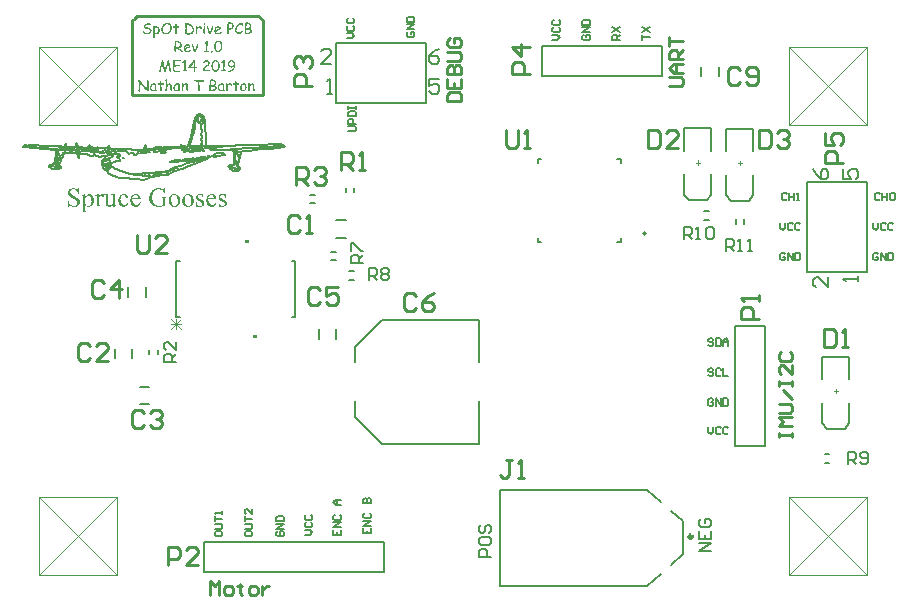
<source format=gto>
G04*
G04 #@! TF.GenerationSoftware,Altium Limited,Altium Designer,19.1.5 (86)*
G04*
G04 Layer_Color=65535*
%FSLAX25Y25*%
%MOIN*%
G70*
G01*
G75*
%ADD10C,0.00787*%
%ADD11C,0.01181*%
%ADD12C,0.00800*%
%ADD13C,0.01000*%
%ADD14C,0.00600*%
%ADD15C,0.00500*%
%ADD16C,0.00300*%
%ADD17C,0.00700*%
%ADD18C,0.00394*%
%ADD19C,0.00098*%
G36*
X183073Y192000D02*
Y191000D01*
X184573D01*
Y192000D01*
X183073D01*
D02*
G37*
G36*
X180514Y222800D02*
Y223800D01*
X182014D01*
Y222800D01*
X180514D01*
D02*
G37*
G36*
X125080Y239052D02*
X124913D01*
Y239061D01*
Y239079D01*
X124904Y239107D01*
X124895Y239153D01*
X124876Y239255D01*
X124848Y239394D01*
X124811Y239542D01*
X124756Y239699D01*
X124700Y239856D01*
X124627Y239995D01*
X124617Y240014D01*
X124590Y240051D01*
X124543Y240115D01*
X124478Y240198D01*
X124395Y240282D01*
X124293Y240374D01*
X124182Y240467D01*
X124044Y240550D01*
X124025Y240559D01*
X123979Y240587D01*
X123905Y240615D01*
X123803Y240661D01*
X123683Y240698D01*
X123554Y240726D01*
X123406Y240754D01*
X123258Y240763D01*
X123184D01*
X123100Y240744D01*
X122989Y240726D01*
X122869Y240689D01*
X122740Y240642D01*
X122619Y240568D01*
X122499Y240476D01*
X122490Y240467D01*
X122453Y240430D01*
X122406Y240365D01*
X122351Y240291D01*
X122295Y240198D01*
X122249Y240088D01*
X122212Y239967D01*
X122203Y239838D01*
Y239828D01*
Y239791D01*
X122212Y239745D01*
X122231Y239671D01*
X122249Y239597D01*
X122277Y239514D01*
X122323Y239431D01*
X122388Y239338D01*
X122406Y239320D01*
X122425Y239301D01*
X122443Y239283D01*
X122480Y239246D01*
X122527Y239209D01*
X122591Y239162D01*
X122656Y239107D01*
X122740Y239052D01*
X122832Y238978D01*
X122934Y238913D01*
X123054Y238829D01*
X123193Y238746D01*
X123341Y238654D01*
X123507Y238561D01*
X123692Y238459D01*
X123702Y238450D01*
X123729Y238441D01*
X123775Y238413D01*
X123831Y238386D01*
X123896Y238349D01*
X123970Y238302D01*
X124145Y238200D01*
X124340Y238089D01*
X124525Y237979D01*
X124691Y237867D01*
X124765Y237812D01*
X124830Y237766D01*
X124848Y237756D01*
X124885Y237719D01*
X124941Y237673D01*
X125006Y237609D01*
X125089Y237525D01*
X125163Y237423D01*
X125246Y237322D01*
X125311Y237201D01*
X125320Y237183D01*
X125339Y237146D01*
X125366Y237081D01*
X125394Y236998D01*
X125422Y236896D01*
X125450Y236776D01*
X125468Y236647D01*
X125478Y236517D01*
Y236508D01*
Y236489D01*
Y236452D01*
X125468Y236406D01*
X125459Y236341D01*
X125450Y236277D01*
X125413Y236119D01*
X125348Y235934D01*
X125311Y235842D01*
X125256Y235740D01*
X125191Y235638D01*
X125126Y235546D01*
X125043Y235444D01*
X124950Y235351D01*
X124941Y235342D01*
X124923Y235333D01*
X124895Y235305D01*
X124858Y235278D01*
X124802Y235241D01*
X124738Y235194D01*
X124663Y235148D01*
X124580Y235111D01*
X124488Y235065D01*
X124386Y235018D01*
X124155Y234935D01*
X123887Y234880D01*
X123748Y234871D01*
X123591Y234861D01*
X123498D01*
X123433Y234871D01*
X123359D01*
X123276Y234880D01*
X123100Y234908D01*
X123091D01*
X123073Y234917D01*
X123036D01*
X122980Y234935D01*
X122906Y234954D01*
X122804Y234981D01*
X122684Y235018D01*
X122536Y235065D01*
X122518Y235074D01*
X122471Y235083D01*
X122397Y235111D01*
X122314Y235139D01*
X122222Y235157D01*
X122129Y235185D01*
X122055Y235194D01*
X122000Y235204D01*
X121981D01*
X121935Y235194D01*
X121879Y235176D01*
X121824Y235129D01*
X121815Y235120D01*
X121805Y235102D01*
X121787Y235074D01*
X121777Y235037D01*
X121759Y234991D01*
X121740Y234935D01*
X121731Y234861D01*
X121565D01*
Y236906D01*
X121731D01*
Y236896D01*
X121740Y236878D01*
Y236841D01*
X121750Y236804D01*
X121759Y236748D01*
X121777Y236684D01*
X121815Y236545D01*
X121852Y236387D01*
X121907Y236221D01*
X121972Y236073D01*
X122037Y235934D01*
X122046Y235925D01*
X122073Y235879D01*
X122120Y235823D01*
X122185Y235749D01*
X122268Y235666D01*
X122370Y235583D01*
X122490Y235490D01*
X122628Y235407D01*
X122638D01*
X122647Y235398D01*
X122703Y235379D01*
X122776Y235342D01*
X122888Y235305D01*
X123017Y235268D01*
X123165Y235231D01*
X123322Y235213D01*
X123498Y235204D01*
X123554D01*
X123591Y235213D01*
X123692Y235222D01*
X123812Y235241D01*
X123951Y235278D01*
X124099Y235324D01*
X124238Y235398D01*
X124367Y235490D01*
X124386Y235500D01*
X124423Y235546D01*
X124469Y235601D01*
X124534Y235684D01*
X124590Y235786D01*
X124645Y235907D01*
X124682Y236036D01*
X124691Y236184D01*
Y236193D01*
Y236221D01*
X124682Y236267D01*
X124673Y236323D01*
X124663Y236387D01*
X124636Y236461D01*
X124608Y236545D01*
X124562Y236628D01*
X124553Y236637D01*
X124543Y236665D01*
X124506Y236711D01*
X124469Y236767D01*
X124423Y236831D01*
X124358Y236896D01*
X124284Y236970D01*
X124192Y237044D01*
X124182Y237053D01*
X124155Y237072D01*
X124099Y237109D01*
X124007Y237164D01*
X123951Y237201D01*
X123887Y237248D01*
X123803Y237294D01*
X123720Y237340D01*
X123618Y237396D01*
X123507Y237460D01*
X123387Y237534D01*
X123248Y237609D01*
X123239Y237618D01*
X123211Y237627D01*
X123174Y237646D01*
X123128Y237683D01*
X123063Y237719D01*
X122989Y237756D01*
X122823Y237858D01*
X122647Y237960D01*
X122462Y238080D01*
X122295Y238191D01*
X122222Y238247D01*
X122157Y238293D01*
X122138Y238302D01*
X122101Y238339D01*
X122046Y238395D01*
X121972Y238459D01*
X121898Y238543D01*
X121815Y238645D01*
X121731Y238746D01*
X121667Y238857D01*
X121657Y238876D01*
X121639Y238913D01*
X121611Y238978D01*
X121583Y239061D01*
X121555Y239153D01*
X121528Y239274D01*
X121509Y239394D01*
X121500Y239532D01*
Y239542D01*
Y239560D01*
Y239597D01*
X121509Y239644D01*
X121519Y239699D01*
X121528Y239764D01*
X121565Y239912D01*
X121620Y240088D01*
X121704Y240272D01*
X121759Y240365D01*
X121833Y240467D01*
X121907Y240550D01*
X121990Y240642D01*
X122000Y240652D01*
X122009Y240661D01*
X122037Y240689D01*
X122083Y240717D01*
X122129Y240754D01*
X122185Y240791D01*
X122258Y240837D01*
X122333Y240883D01*
X122518Y240966D01*
X122730Y241040D01*
X122971Y241096D01*
X123109Y241105D01*
X123248Y241114D01*
X123331D01*
X123424Y241105D01*
X123554Y241087D01*
X123702Y241059D01*
X123877Y241013D01*
X124062Y240957D01*
X124257Y240874D01*
X124266D01*
X124293Y240855D01*
X124340Y240846D01*
X124395Y240827D01*
X124506Y240791D01*
X124562Y240781D01*
X124608Y240772D01*
X124627D01*
X124673Y240781D01*
X124738Y240800D01*
X124793Y240837D01*
X124802Y240846D01*
X124821Y240864D01*
X124839Y240892D01*
X124858Y240929D01*
X124876Y240985D01*
X124895Y241040D01*
X124913Y241114D01*
X125080D01*
Y239052D01*
D02*
G37*
G36*
X153940Y239227D02*
X153773D01*
Y239236D01*
X153764Y239255D01*
X153745Y239292D01*
X153727Y239338D01*
X153709Y239403D01*
X153681Y239468D01*
X153607Y239616D01*
X153524Y239791D01*
X153422Y239967D01*
X153302Y240134D01*
X153172Y240282D01*
X153163Y240291D01*
X153144Y240300D01*
X153117Y240328D01*
X153079Y240365D01*
X153024Y240402D01*
X152959Y240448D01*
X152885Y240494D01*
X152802Y240541D01*
X152709Y240587D01*
X152599Y240633D01*
X152367Y240717D01*
X152099Y240781D01*
X151960Y240791D01*
X151803Y240800D01*
X151757D01*
X151692Y240791D01*
X151618D01*
X151525Y240772D01*
X151415Y240754D01*
X151294Y240726D01*
X151165Y240689D01*
X151026Y240642D01*
X150878Y240578D01*
X150739Y240504D01*
X150591Y240421D01*
X150452Y240310D01*
X150314Y240189D01*
X150194Y240051D01*
X150073Y239893D01*
X150064Y239884D01*
X150055Y239856D01*
X150027Y239819D01*
X149999Y239755D01*
X149962Y239681D01*
X149916Y239597D01*
X149870Y239495D01*
X149833Y239375D01*
X149786Y239255D01*
X149740Y239107D01*
X149694Y238959D01*
X149657Y238802D01*
X149629Y238635D01*
X149601Y238450D01*
X149592Y238265D01*
X149583Y238071D01*
Y238062D01*
Y238034D01*
Y237988D01*
X149592Y237923D01*
Y237849D01*
X149601Y237766D01*
X149611Y237664D01*
X149620Y237562D01*
X149666Y237322D01*
X149722Y237053D01*
X149796Y236785D01*
X149907Y236517D01*
Y236508D01*
X149925Y236489D01*
X149944Y236452D01*
X149971Y236406D01*
X149999Y236341D01*
X150036Y236277D01*
X150138Y236128D01*
X150268Y235953D01*
X150406Y235786D01*
X150582Y235620D01*
X150767Y235481D01*
X150776D01*
X150795Y235472D01*
X150822Y235453D01*
X150859Y235435D01*
X150906Y235407D01*
X150970Y235379D01*
X151109Y235324D01*
X151276Y235259D01*
X151461Y235213D01*
X151655Y235176D01*
X151868Y235157D01*
X151923D01*
X151988Y235167D01*
X152071D01*
X152173Y235176D01*
X152275Y235194D01*
X152506Y235241D01*
X152524D01*
X152561Y235259D01*
X152617Y235278D01*
X152700Y235305D01*
X152793Y235333D01*
X152894Y235379D01*
X153107Y235481D01*
Y237229D01*
Y237239D01*
Y237248D01*
Y237303D01*
Y237377D01*
X153098Y237470D01*
X153089Y237572D01*
X153079Y237664D01*
X153061Y237747D01*
X153033Y237812D01*
Y237821D01*
X153024Y237840D01*
X152987Y237895D01*
X152913Y237960D01*
X152821Y238025D01*
X152811D01*
X152793Y238034D01*
X152756Y238053D01*
X152709Y238062D01*
X152636Y238080D01*
X152552Y238089D01*
X152451Y238099D01*
X152321D01*
Y238265D01*
X154633D01*
Y238099D01*
X154467D01*
X154411Y238089D01*
X154338Y238071D01*
X154254Y238043D01*
X154180Y237997D01*
X154106Y237942D01*
X154051Y237867D01*
Y237858D01*
X154042Y237830D01*
X154023Y237793D01*
X154014Y237729D01*
X153995Y237636D01*
X153977Y237525D01*
X153967Y237396D01*
Y237229D01*
Y235388D01*
X153958D01*
X153949Y235379D01*
X153921Y235361D01*
X153884Y235342D01*
X153782Y235296D01*
X153653Y235231D01*
X153496Y235167D01*
X153329Y235102D01*
X153144Y235046D01*
X152959Y234991D01*
X152950D01*
X152941Y234981D01*
X152913D01*
X152876Y234972D01*
X152830Y234963D01*
X152774Y234954D01*
X152636Y234926D01*
X152478Y234898D01*
X152293Y234880D01*
X152090Y234871D01*
X151868Y234861D01*
X151794D01*
X151701Y234871D01*
X151581Y234880D01*
X151442Y234898D01*
X151276Y234917D01*
X151091Y234954D01*
X150887Y235000D01*
X150684Y235055D01*
X150471Y235129D01*
X150249Y235222D01*
X150027Y235333D01*
X149814Y235453D01*
X149611Y235601D01*
X149416Y235777D01*
X149241Y235971D01*
X149232Y235981D01*
X149213Y236008D01*
X149176Y236054D01*
X149139Y236119D01*
X149083Y236193D01*
X149028Y236295D01*
X148972Y236397D01*
X148908Y236526D01*
X148843Y236656D01*
X148787Y236804D01*
X148732Y236961D01*
X148677Y237127D01*
X148640Y237303D01*
X148602Y237497D01*
X148584Y237683D01*
X148575Y237886D01*
Y237895D01*
Y237923D01*
Y237960D01*
X148584Y238025D01*
Y238089D01*
X148593Y238173D01*
X148602Y238275D01*
X148621Y238376D01*
X148667Y238608D01*
X148732Y238866D01*
X148825Y239135D01*
X148945Y239403D01*
X148954Y239412D01*
X148963Y239440D01*
X148991Y239486D01*
X149028Y239542D01*
X149074Y239616D01*
X149130Y239699D01*
X149195Y239791D01*
X149268Y239893D01*
X149444Y240106D01*
X149657Y240328D01*
X149898Y240541D01*
X150036Y240633D01*
X150175Y240726D01*
X150184Y240735D01*
X150203Y240744D01*
X150240Y240763D01*
X150295Y240791D01*
X150351Y240818D01*
X150434Y240846D01*
X150517Y240883D01*
X150619Y240920D01*
X150721Y240957D01*
X150841Y240994D01*
X151100Y241050D01*
X151396Y241096D01*
X151720Y241114D01*
X151840D01*
X151923Y241105D01*
X152006D01*
X152108Y241096D01*
X152312Y241059D01*
X152321D01*
X152358Y241050D01*
X152423Y241031D01*
X152506Y241013D01*
X152617Y240975D01*
X152746Y240938D01*
X152894Y240892D01*
X153070Y240827D01*
X153079D01*
X153107Y240809D01*
X153154Y240800D01*
X153200Y240781D01*
X153311Y240754D01*
X153357Y240735D01*
X153412D01*
X153440Y240744D01*
X153487Y240763D01*
X153533Y240809D01*
X153542Y240827D01*
X153551Y240846D01*
X153570Y240874D01*
X153579Y240920D01*
X153597Y240966D01*
X153607Y241031D01*
X153616Y241114D01*
X153782D01*
X153940Y239227D01*
D02*
G37*
G36*
X174206Y237775D02*
X174058D01*
Y237784D01*
X174049Y237803D01*
X174040Y237840D01*
X174031Y237877D01*
X173994Y237988D01*
X173938Y238126D01*
X173873Y238275D01*
X173800Y238422D01*
X173716Y238552D01*
X173670Y238608D01*
X173624Y238654D01*
X173615Y238663D01*
X173577Y238691D01*
X173522Y238728D01*
X173448Y238774D01*
X173346Y238820D01*
X173235Y238857D01*
X173106Y238885D01*
X172958Y238894D01*
X172902D01*
X172847Y238885D01*
X172782Y238876D01*
X172699Y238857D01*
X172616Y238820D01*
X172532Y238783D01*
X172458Y238728D01*
X172449Y238719D01*
X172431Y238700D01*
X172403Y238663D01*
X172366Y238617D01*
X172301Y238506D01*
X172283Y238441D01*
X172273Y238367D01*
Y238358D01*
Y238330D01*
X172283Y238275D01*
X172292Y238219D01*
X172310Y238154D01*
X172329Y238080D01*
X172366Y238006D01*
X172412Y237942D01*
X172421Y237932D01*
X172440Y237914D01*
X172477Y237877D01*
X172532Y237830D01*
X172606Y237775D01*
X172708Y237710D01*
X172828Y237636D01*
X172967Y237562D01*
X173615Y237248D01*
X173624Y237239D01*
X173652Y237229D01*
X173698Y237201D01*
X173753Y237164D01*
X173827Y237127D01*
X173901Y237072D01*
X174068Y236943D01*
X174225Y236776D01*
X174308Y236684D01*
X174373Y236582D01*
X174428Y236471D01*
X174475Y236350D01*
X174503Y236230D01*
X174512Y236101D01*
Y236091D01*
Y236073D01*
Y236045D01*
X174503Y236008D01*
X174493Y235907D01*
X174456Y235786D01*
X174410Y235638D01*
X174336Y235490D01*
X174234Y235342D01*
X174170Y235278D01*
X174095Y235213D01*
X174077Y235194D01*
X174021Y235157D01*
X173938Y235111D01*
X173827Y235046D01*
X173688Y234981D01*
X173522Y234935D01*
X173346Y234898D01*
X173161Y234880D01*
X173097D01*
X173022Y234889D01*
X172921Y234898D01*
X172791Y234908D01*
X172643Y234935D01*
X172486Y234963D01*
X172310Y235000D01*
X172301D01*
X172292Y235009D01*
X172227Y235028D01*
X172153Y235037D01*
X172079Y235046D01*
X172061D01*
X172023Y235037D01*
X171968Y235000D01*
X171940Y234981D01*
X171922Y234945D01*
X171774D01*
Y236387D01*
X171922D01*
Y236378D01*
X171931Y236360D01*
Y236332D01*
X171950Y236286D01*
X171977Y236175D01*
X172023Y236036D01*
X172088Y235879D01*
X172171Y235721D01*
X172264Y235574D01*
X172384Y235444D01*
X172403Y235435D01*
X172449Y235398D01*
X172523Y235351D01*
X172616Y235296D01*
X172727Y235231D01*
X172865Y235185D01*
X173013Y235148D01*
X173170Y235139D01*
X173226D01*
X173282Y235148D01*
X173346Y235157D01*
X173430Y235185D01*
X173513Y235213D01*
X173596Y235259D01*
X173670Y235314D01*
X173679Y235324D01*
X173698Y235342D01*
X173735Y235379D01*
X173772Y235435D01*
X173800Y235500D01*
X173837Y235564D01*
X173855Y235648D01*
X173864Y235740D01*
Y235749D01*
Y235795D01*
X173855Y235851D01*
X173837Y235916D01*
X173809Y235999D01*
X173772Y236082D01*
X173716Y236165D01*
X173642Y236249D01*
X173633Y236258D01*
X173596Y236286D01*
X173540Y236332D01*
X173457Y236397D01*
X173337Y236471D01*
X173189Y236563D01*
X173106Y236610D01*
X173004Y236665D01*
X172902Y236720D01*
X172782Y236776D01*
X172773D01*
X172754Y236794D01*
X172727Y236804D01*
X172680Y236831D01*
X172569Y236887D01*
X172440Y236970D01*
X172301Y237053D01*
X172162Y237155D01*
X172042Y237248D01*
X171996Y237303D01*
X171950Y237350D01*
X171940Y237359D01*
X171922Y237396D01*
X171885Y237451D01*
X171857Y237525D01*
X171820Y237609D01*
X171783Y237719D01*
X171765Y237840D01*
X171755Y237979D01*
Y237988D01*
Y237997D01*
Y238025D01*
X171765Y238062D01*
X171774Y238154D01*
X171801Y238275D01*
X171838Y238404D01*
X171894Y238543D01*
X171977Y238682D01*
X172088Y238811D01*
X172107Y238829D01*
X172153Y238866D01*
X172227Y238922D01*
X172329Y238987D01*
X172458Y239042D01*
X172606Y239098D01*
X172782Y239135D01*
X172976Y239153D01*
X173022D01*
X173069Y239144D01*
X173143D01*
X173226Y239125D01*
X173319Y239107D01*
X173430Y239089D01*
X173550Y239052D01*
X173559D01*
X173587Y239042D01*
X173624Y239033D01*
X173679Y239024D01*
X173781Y238996D01*
X173818Y238987D01*
X173892D01*
X173929Y238996D01*
X173957Y239015D01*
X173966Y239024D01*
X173985Y239042D01*
X174021Y239089D01*
X174058Y239153D01*
X174206D01*
Y237775D01*
D02*
G37*
G36*
X166695D02*
X166548D01*
Y237784D01*
X166538Y237803D01*
X166529Y237840D01*
X166520Y237877D01*
X166483Y237988D01*
X166427Y238126D01*
X166363Y238275D01*
X166288Y238422D01*
X166205Y238552D01*
X166159Y238608D01*
X166113Y238654D01*
X166103Y238663D01*
X166067Y238691D01*
X166011Y238728D01*
X165937Y238774D01*
X165835Y238820D01*
X165724Y238857D01*
X165595Y238885D01*
X165447Y238894D01*
X165391D01*
X165336Y238885D01*
X165271Y238876D01*
X165188Y238857D01*
X165104Y238820D01*
X165021Y238783D01*
X164947Y238728D01*
X164938Y238719D01*
X164919Y238700D01*
X164892Y238663D01*
X164855Y238617D01*
X164790Y238506D01*
X164771Y238441D01*
X164762Y238367D01*
Y238358D01*
Y238330D01*
X164771Y238275D01*
X164781Y238219D01*
X164799Y238154D01*
X164818Y238080D01*
X164855Y238006D01*
X164901Y237942D01*
X164910Y237932D01*
X164929Y237914D01*
X164966Y237877D01*
X165021Y237830D01*
X165095Y237775D01*
X165197Y237710D01*
X165317Y237636D01*
X165456Y237562D01*
X166103Y237248D01*
X166113Y237239D01*
X166140Y237229D01*
X166187Y237201D01*
X166242Y237164D01*
X166316Y237127D01*
X166390Y237072D01*
X166557Y236943D01*
X166714Y236776D01*
X166797Y236684D01*
X166862Y236582D01*
X166918Y236471D01*
X166964Y236350D01*
X166991Y236230D01*
X167001Y236101D01*
Y236091D01*
Y236073D01*
Y236045D01*
X166991Y236008D01*
X166982Y235907D01*
X166945Y235786D01*
X166899Y235638D01*
X166825Y235490D01*
X166723Y235342D01*
X166658Y235278D01*
X166585Y235213D01*
X166566Y235194D01*
X166510Y235157D01*
X166427Y235111D01*
X166316Y235046D01*
X166177Y234981D01*
X166011Y234935D01*
X165835Y234898D01*
X165650Y234880D01*
X165585D01*
X165512Y234889D01*
X165410Y234898D01*
X165280Y234908D01*
X165132Y234935D01*
X164975Y234963D01*
X164799Y235000D01*
X164790D01*
X164781Y235009D01*
X164716Y235028D01*
X164642Y235037D01*
X164568Y235046D01*
X164550D01*
X164513Y235037D01*
X164457Y235000D01*
X164429Y234981D01*
X164411Y234945D01*
X164263D01*
Y236387D01*
X164411D01*
Y236378D01*
X164420Y236360D01*
Y236332D01*
X164438Y236286D01*
X164466Y236175D01*
X164513Y236036D01*
X164577Y235879D01*
X164661Y235721D01*
X164753Y235574D01*
X164873Y235444D01*
X164892Y235435D01*
X164938Y235398D01*
X165012Y235351D01*
X165104Y235296D01*
X165216Y235231D01*
X165354Y235185D01*
X165502Y235148D01*
X165659Y235139D01*
X165715D01*
X165770Y235148D01*
X165835Y235157D01*
X165919Y235185D01*
X166002Y235213D01*
X166085Y235259D01*
X166159Y235314D01*
X166168Y235324D01*
X166187Y235342D01*
X166224Y235379D01*
X166261Y235435D01*
X166288Y235500D01*
X166325Y235564D01*
X166344Y235648D01*
X166353Y235740D01*
Y235749D01*
Y235795D01*
X166344Y235851D01*
X166325Y235916D01*
X166298Y235999D01*
X166261Y236082D01*
X166205Y236165D01*
X166131Y236249D01*
X166122Y236258D01*
X166085Y236286D01*
X166030Y236332D01*
X165946Y236397D01*
X165826Y236471D01*
X165678Y236563D01*
X165595Y236610D01*
X165493Y236665D01*
X165391Y236720D01*
X165271Y236776D01*
X165262D01*
X165243Y236794D01*
X165216Y236804D01*
X165169Y236831D01*
X165058Y236887D01*
X164929Y236970D01*
X164790Y237053D01*
X164651Y237155D01*
X164531Y237248D01*
X164485Y237303D01*
X164438Y237350D01*
X164429Y237359D01*
X164411Y237396D01*
X164374Y237451D01*
X164346Y237525D01*
X164309Y237609D01*
X164272Y237719D01*
X164253Y237840D01*
X164244Y237979D01*
Y237988D01*
Y237997D01*
Y238025D01*
X164253Y238062D01*
X164263Y238154D01*
X164290Y238275D01*
X164328Y238404D01*
X164383Y238543D01*
X164466Y238682D01*
X164577Y238811D01*
X164596Y238829D01*
X164642Y238866D01*
X164716Y238922D01*
X164818Y238987D01*
X164947Y239042D01*
X165095Y239098D01*
X165271Y239135D01*
X165465Y239153D01*
X165512D01*
X165558Y239144D01*
X165632D01*
X165715Y239125D01*
X165807Y239107D01*
X165919Y239089D01*
X166039Y239052D01*
X166048D01*
X166076Y239042D01*
X166113Y239033D01*
X166168Y239024D01*
X166270Y238996D01*
X166307Y238987D01*
X166381D01*
X166418Y238996D01*
X166446Y239015D01*
X166455Y239024D01*
X166473Y239042D01*
X166510Y239089D01*
X166548Y239153D01*
X166695D01*
Y237775D01*
D02*
G37*
G36*
X133053Y239144D02*
X133109Y239135D01*
X133174Y239116D01*
X133238Y239089D01*
X133303Y239052D01*
X133368Y239005D01*
X133377Y238996D01*
X133396Y238978D01*
X133423Y238950D01*
X133451Y238903D01*
X133507Y238802D01*
X133525Y238737D01*
X133534Y238663D01*
Y238654D01*
Y238635D01*
X133525Y238598D01*
X133516Y238561D01*
X133488Y238469D01*
X133451Y238413D01*
X133414Y238367D01*
X133405D01*
X133396Y238349D01*
X133340Y238312D01*
X133257Y238275D01*
X133201Y238265D01*
X133146Y238256D01*
X133118D01*
X133090Y238265D01*
X133044Y238275D01*
X132989Y238293D01*
X132933Y238321D01*
X132868Y238358D01*
X132794Y238404D01*
X132785Y238413D01*
X132766Y238432D01*
X132729Y238450D01*
X132693Y238487D01*
X132600Y238533D01*
X132554Y238552D01*
X132517Y238561D01*
X132508D01*
X132471Y238552D01*
X132415Y238524D01*
X132350Y238469D01*
X132341Y238459D01*
X132313Y238432D01*
X132276Y238386D01*
X132221Y238330D01*
X132165Y238247D01*
X132091Y238145D01*
X132017Y238016D01*
X131943Y237877D01*
Y235944D01*
Y235925D01*
Y235888D01*
X131953Y235823D01*
Y235749D01*
X131980Y235583D01*
X131999Y235509D01*
X132027Y235435D01*
Y235425D01*
X132036Y235416D01*
X132073Y235361D01*
X132128Y235296D01*
X132221Y235231D01*
X132230D01*
X132248Y235222D01*
X132285Y235213D01*
X132332Y235194D01*
X132387Y235185D01*
X132461Y235167D01*
X132545Y235157D01*
X132646D01*
Y235000D01*
X130574D01*
Y235157D01*
X130621D01*
X130676Y235167D01*
X130750D01*
X130898Y235194D01*
X130963Y235222D01*
X131027Y235250D01*
X131037D01*
X131046Y235268D01*
X131092Y235305D01*
X131139Y235379D01*
X131185Y235481D01*
X131194Y235500D01*
Y235527D01*
X131203Y235564D01*
Y235620D01*
X131212Y235694D01*
Y235795D01*
Y235916D01*
Y237470D01*
Y237479D01*
Y237497D01*
Y237534D01*
Y237581D01*
Y237701D01*
Y237840D01*
X131203Y237979D01*
X131194Y238117D01*
Y238182D01*
X131185Y238228D01*
Y238275D01*
X131175Y238302D01*
Y238312D01*
X131166Y238321D01*
X131157Y238376D01*
X131120Y238450D01*
X131074Y238506D01*
X131064Y238515D01*
X131018Y238543D01*
X130963Y238561D01*
X130879Y238570D01*
X130833D01*
X130796Y238561D01*
X130694Y238543D01*
X130574Y238506D01*
X130537Y238663D01*
X131749Y239153D01*
X131943D01*
Y238247D01*
X131953Y238256D01*
X131962Y238284D01*
X131990Y238330D01*
X132027Y238386D01*
X132073Y238459D01*
X132128Y238533D01*
X132258Y238700D01*
X132415Y238866D01*
X132498Y238941D01*
X132591Y239015D01*
X132683Y239070D01*
X132776Y239116D01*
X132868Y239144D01*
X132970Y239153D01*
X133007D01*
X133053Y239144D01*
D02*
G37*
G36*
X128743D02*
X128798Y239135D01*
X128854Y239125D01*
X129002Y239098D01*
X129159Y239033D01*
X129325Y238950D01*
X129418Y238894D01*
X129501Y238829D01*
X129585Y238755D01*
X129658Y238672D01*
X129668Y238663D01*
X129677Y238645D01*
X129705Y238617D01*
X129733Y238570D01*
X129779Y238506D01*
X129816Y238441D01*
X129862Y238358D01*
X129908Y238265D01*
X129955Y238163D01*
X130001Y238043D01*
X130047Y237923D01*
X130084Y237784D01*
X130112Y237646D01*
X130140Y237488D01*
X130149Y237331D01*
X130158Y237155D01*
Y237146D01*
Y237109D01*
Y237053D01*
X130149Y236980D01*
X130140Y236896D01*
X130130Y236794D01*
X130112Y236674D01*
X130084Y236554D01*
X130010Y236277D01*
X129964Y236138D01*
X129908Y235990D01*
X129834Y235851D01*
X129751Y235703D01*
X129658Y235564D01*
X129557Y235435D01*
X129548Y235425D01*
X129538Y235407D01*
X129510Y235379D01*
X129464Y235351D01*
X129418Y235305D01*
X129362Y235259D01*
X129288Y235213D01*
X129215Y235157D01*
X129030Y235055D01*
X128817Y234963D01*
X128706Y234935D01*
X128576Y234908D01*
X128447Y234889D01*
X128308Y234880D01*
X128252D01*
X128197Y234889D01*
X128114D01*
X128031Y234908D01*
X127938Y234926D01*
X127836Y234945D01*
X127744Y234981D01*
X127734D01*
X127716Y234991D01*
X127679Y235009D01*
X127633Y235037D01*
X127568Y235074D01*
X127503Y235111D01*
X127429Y235176D01*
X127355Y235241D01*
Y234001D01*
Y233982D01*
Y233936D01*
Y233862D01*
X127365Y233779D01*
Y233686D01*
X127374Y233603D01*
X127383Y233529D01*
X127401Y233474D01*
X127411Y233455D01*
X127438Y233409D01*
X127494Y233353D01*
X127577Y233298D01*
X127586D01*
X127605Y233289D01*
X127633Y233279D01*
X127688Y233261D01*
X127744Y233252D01*
X127827Y233233D01*
X127929Y233224D01*
X128040D01*
Y233067D01*
X125921D01*
Y233224D01*
X126069D01*
X126116Y233233D01*
X126171D01*
X126301Y233270D01*
X126375Y233289D01*
X126439Y233326D01*
X126458Y233335D01*
X126486Y233363D01*
X126532Y233409D01*
X126569Y233483D01*
Y233492D01*
X126578Y233511D01*
X126587Y233539D01*
X126597Y233594D01*
X126606Y233659D01*
X126615Y233760D01*
X126625Y233881D01*
Y234029D01*
Y237858D01*
Y237877D01*
Y237923D01*
Y237988D01*
Y238062D01*
X126615Y238145D01*
X126606Y238228D01*
X126597Y238302D01*
X126587Y238349D01*
Y238358D01*
X126578Y238367D01*
X126560Y238413D01*
X126523Y238459D01*
X126467Y238506D01*
X126458Y238515D01*
X126412Y238533D01*
X126347Y238552D01*
X126264Y238561D01*
X126245D01*
X126190Y238552D01*
X126107Y238543D01*
X125996Y238506D01*
X125949Y238645D01*
X127180Y239135D01*
X127355D01*
Y238210D01*
X127374Y238228D01*
X127383Y238247D01*
X127411Y238284D01*
X127466Y238376D01*
X127550Y238487D01*
X127642Y238617D01*
X127744Y238737D01*
X127855Y238848D01*
X127975Y238941D01*
X127994Y238950D01*
X128031Y238978D01*
X128095Y239005D01*
X128179Y239052D01*
X128280Y239089D01*
X128391Y239116D01*
X128512Y239144D01*
X128641Y239153D01*
X128697D01*
X128743Y239144D01*
D02*
G37*
G36*
X140435Y239135D02*
X140574Y239116D01*
X140731Y239079D01*
X140897Y239024D01*
X141054Y238941D01*
X141212Y238839D01*
X141230Y238820D01*
X141277Y238783D01*
X141332Y238719D01*
X141406Y238635D01*
X141480Y238543D01*
X141535Y238432D01*
X141582Y238312D01*
X141600Y238182D01*
Y238173D01*
Y238154D01*
X141591Y238126D01*
Y238089D01*
X141554Y237997D01*
X141526Y237951D01*
X141489Y237914D01*
X141480D01*
X141471Y237895D01*
X141443Y237886D01*
X141406Y237867D01*
X141314Y237830D01*
X141249Y237821D01*
X141184Y237812D01*
X141138D01*
X141092Y237821D01*
X141036Y237830D01*
X140971Y237849D01*
X140916Y237886D01*
X140851Y237923D01*
X140796Y237979D01*
Y237988D01*
X140786Y237997D01*
X140768Y238025D01*
X140749Y238062D01*
X140731Y238108D01*
X140712Y238163D01*
X140694Y238238D01*
X140684Y238330D01*
Y238339D01*
X140675Y238376D01*
Y238422D01*
X140657Y238478D01*
X140638Y238543D01*
X140601Y238608D01*
X140564Y238672D01*
X140509Y238728D01*
X140499Y238737D01*
X140481Y238746D01*
X140444Y238774D01*
X140398Y238802D01*
X140342Y238820D01*
X140268Y238848D01*
X140185Y238857D01*
X140083Y238866D01*
X140065D01*
X140009Y238857D01*
X139926Y238848D01*
X139824Y238829D01*
X139713Y238783D01*
X139593Y238728D01*
X139482Y238645D01*
X139371Y238533D01*
Y238524D01*
X139353Y238515D01*
X139343Y238487D01*
X139315Y238459D01*
X139260Y238358D01*
X139195Y238228D01*
X139130Y238062D01*
X139075Y237867D01*
X139038Y237646D01*
X139020Y237396D01*
Y237386D01*
Y237368D01*
Y237322D01*
X139029Y237276D01*
Y237211D01*
X139038Y237137D01*
X139066Y236961D01*
X139103Y236757D01*
X139167Y236545D01*
X139251Y236323D01*
X139371Y236110D01*
Y236101D01*
X139390Y236082D01*
X139408Y236064D01*
X139436Y236027D01*
X139519Y235934D01*
X139621Y235842D01*
X139760Y235740D01*
X139926Y235648D01*
X140018Y235611D01*
X140120Y235592D01*
X140222Y235574D01*
X140333Y235564D01*
X140351D01*
X140407Y235574D01*
X140490Y235583D01*
X140592Y235601D01*
X140712Y235638D01*
X140832Y235684D01*
X140971Y235758D01*
X141101Y235851D01*
X141110Y235860D01*
X141147Y235888D01*
X141193Y235944D01*
X141258Y236017D01*
X141332Y236119D01*
X141406Y236249D01*
X141498Y236406D01*
X141582Y236591D01*
X141711Y236526D01*
Y236517D01*
X141702Y236489D01*
X141693Y236452D01*
X141674Y236397D01*
X141656Y236332D01*
X141637Y236249D01*
X141572Y236073D01*
X141480Y235879D01*
X141369Y235675D01*
X141230Y235481D01*
X141064Y235305D01*
X141054D01*
X141045Y235287D01*
X141017Y235268D01*
X140981Y235241D01*
X140888Y235167D01*
X140759Y235092D01*
X140601Y235018D01*
X140416Y234945D01*
X140222Y234898D01*
X140120Y234889D01*
X140009Y234880D01*
X139945D01*
X139898Y234889D01*
X139833Y234898D01*
X139769Y234908D01*
X139602Y234954D01*
X139417Y235018D01*
X139315Y235065D01*
X139214Y235120D01*
X139112Y235185D01*
X139010Y235268D01*
X138918Y235351D01*
X138816Y235453D01*
X138807Y235462D01*
X138797Y235481D01*
X138770Y235509D01*
X138733Y235555D01*
X138696Y235620D01*
X138659Y235684D01*
X138612Y235768D01*
X138566Y235860D01*
X138511Y235971D01*
X138464Y236082D01*
X138427Y236212D01*
X138391Y236350D01*
X138354Y236498D01*
X138326Y236656D01*
X138317Y236831D01*
X138307Y237007D01*
Y237017D01*
Y237053D01*
Y237100D01*
X138317Y237164D01*
X138326Y237248D01*
X138335Y237340D01*
X138354Y237442D01*
X138381Y237562D01*
X138446Y237803D01*
X138492Y237932D01*
X138548Y238062D01*
X138612Y238191D01*
X138687Y238312D01*
X138770Y238441D01*
X138872Y238552D01*
X138881Y238561D01*
X138899Y238580D01*
X138927Y238608D01*
X138973Y238645D01*
X139029Y238691D01*
X139093Y238746D01*
X139167Y238792D01*
X139251Y238857D01*
X139353Y238913D01*
X139454Y238959D01*
X139685Y239061D01*
X139815Y239098D01*
X139945Y239125D01*
X140083Y239144D01*
X140231Y239153D01*
X140333D01*
X140435Y239135D01*
D02*
G37*
G36*
X137299Y236573D02*
Y236563D01*
Y236545D01*
Y236508D01*
Y236461D01*
Y236341D01*
Y236203D01*
X137308Y236064D01*
Y235925D01*
X137318Y235805D01*
X137327Y235758D01*
Y235721D01*
Y235712D01*
X137336Y235694D01*
X137355Y235638D01*
X137382Y235574D01*
X137428Y235509D01*
X137438Y235500D01*
X137475Y235481D01*
X137530Y235453D01*
X137604Y235444D01*
X137632D01*
X137651Y235453D01*
X137688D01*
X137789Y235481D01*
X137909Y235527D01*
X137974Y235370D01*
X136762Y234880D01*
X136568D01*
Y235721D01*
X136559Y235712D01*
X136550Y235694D01*
X136522Y235666D01*
X136485Y235629D01*
X136383Y235537D01*
X136272Y235425D01*
X136143Y235305D01*
X136013Y235194D01*
X135884Y235092D01*
X135828Y235055D01*
X135773Y235018D01*
X135764Y235009D01*
X135726Y235000D01*
X135671Y234972D01*
X135597Y234954D01*
X135514Y234926D01*
X135421Y234898D01*
X135310Y234889D01*
X135199Y234880D01*
X135144D01*
X135079Y234889D01*
X134996Y234908D01*
X134903Y234926D01*
X134801Y234963D01*
X134709Y235009D01*
X134607Y235074D01*
X134598Y235083D01*
X134570Y235111D01*
X134524Y235148D01*
X134468Y235213D01*
X134413Y235278D01*
X134358Y235370D01*
X134302Y235462D01*
X134265Y235574D01*
Y235592D01*
X134247Y235629D01*
X134237Y235703D01*
X134219Y235795D01*
X134200Y235916D01*
X134191Y236073D01*
X134172Y236240D01*
Y236443D01*
Y238247D01*
Y238256D01*
Y238293D01*
Y238339D01*
X134163Y238404D01*
X134145Y238533D01*
X134126Y238598D01*
X134108Y238645D01*
Y238654D01*
X134098Y238663D01*
X134062Y238709D01*
X134006Y238765D01*
X133923Y238811D01*
X133914D01*
X133895Y238820D01*
X133867Y238829D01*
X133821Y238848D01*
X133765Y238857D01*
X133692Y238866D01*
X133599Y238876D01*
X133488D01*
Y239033D01*
X134903D01*
Y236332D01*
Y236323D01*
Y236304D01*
Y236277D01*
Y236240D01*
X134913Y236147D01*
X134931Y236027D01*
X134950Y235907D01*
X134986Y235786D01*
X135033Y235675D01*
X135098Y235592D01*
X135107Y235583D01*
X135134Y235564D01*
X135171Y235537D01*
X135227Y235509D01*
X135301Y235472D01*
X135375Y235444D01*
X135468Y235425D01*
X135569Y235416D01*
X135606D01*
X135643Y235425D01*
X135689Y235435D01*
X135754Y235444D01*
X135828Y235462D01*
X135912Y235490D01*
X135995Y235527D01*
X136004Y235537D01*
X136041Y235555D01*
X136087Y235583D01*
X136161Y235629D01*
X136244Y235694D01*
X136337Y235768D01*
X136448Y235870D01*
X136568Y235981D01*
Y238265D01*
Y238284D01*
Y238321D01*
X136559Y238386D01*
X136550Y238459D01*
X136513Y238617D01*
X136485Y238682D01*
X136439Y238737D01*
X136430Y238746D01*
X136411Y238755D01*
X136374Y238783D01*
X136328Y238802D01*
X136254Y238829D01*
X136170Y238848D01*
X136050Y238866D01*
X135921Y238876D01*
Y239033D01*
X137299D01*
Y236573D01*
D02*
G37*
G36*
X169609Y239144D02*
X169665D01*
X169739Y239125D01*
X169887Y239098D01*
X170062Y239042D01*
X170247Y238959D01*
X170349Y238913D01*
X170432Y238848D01*
X170525Y238783D01*
X170608Y238700D01*
X170617Y238691D01*
X170627Y238682D01*
X170645Y238654D01*
X170682Y238617D01*
X170710Y238570D01*
X170747Y238524D01*
X170830Y238386D01*
X170914Y238210D01*
X170987Y238006D01*
X171034Y237775D01*
X171043Y237646D01*
X171052Y237507D01*
X168268D01*
Y237497D01*
Y237470D01*
Y237423D01*
X168277Y237359D01*
Y237285D01*
X168287Y237192D01*
X168305Y237100D01*
X168324Y236998D01*
X168370Y236767D01*
X168444Y236536D01*
X168499Y236415D01*
X168555Y236304D01*
X168629Y236203D01*
X168703Y236101D01*
X168712Y236091D01*
X168721Y236082D01*
X168749Y236054D01*
X168777Y236027D01*
X168869Y235944D01*
X168999Y235851D01*
X169147Y235758D01*
X169323Y235675D01*
X169517Y235620D01*
X169618Y235611D01*
X169729Y235601D01*
X169794D01*
X169868Y235611D01*
X169961Y235629D01*
X170072Y235657D01*
X170183Y235694D01*
X170303Y235740D01*
X170414Y235814D01*
X170423Y235823D01*
X170460Y235860D01*
X170516Y235907D01*
X170590Y235990D01*
X170664Y236091D01*
X170747Y236221D01*
X170830Y236378D01*
X170914Y236563D01*
X171052Y236471D01*
Y236461D01*
Y236443D01*
X171043Y236415D01*
X171034Y236369D01*
X171015Y236314D01*
X170997Y236249D01*
X170950Y236101D01*
X170877Y235934D01*
X170784Y235749D01*
X170664Y235555D01*
X170507Y235370D01*
X170497Y235361D01*
X170488Y235351D01*
X170460Y235324D01*
X170423Y235296D01*
X170331Y235213D01*
X170201Y235129D01*
X170044Y235037D01*
X169850Y234954D01*
X169637Y234898D01*
X169517Y234889D01*
X169396Y234880D01*
X169323D01*
X169276Y234889D01*
X169211Y234898D01*
X169138Y234908D01*
X168971Y234954D01*
X168767Y235018D01*
X168666Y235065D01*
X168564Y235120D01*
X168453Y235185D01*
X168351Y235259D01*
X168249Y235342D01*
X168148Y235444D01*
X168139Y235453D01*
X168129Y235472D01*
X168102Y235500D01*
X168064Y235546D01*
X168027Y235601D01*
X167991Y235675D01*
X167944Y235749D01*
X167898Y235842D01*
X167842Y235953D01*
X167796Y236064D01*
X167759Y236184D01*
X167722Y236323D01*
X167685Y236471D01*
X167657Y236619D01*
X167648Y236785D01*
X167639Y236961D01*
Y236970D01*
Y237007D01*
Y237063D01*
X167648Y237137D01*
X167657Y237220D01*
X167667Y237322D01*
X167685Y237433D01*
X167704Y237553D01*
X167769Y237812D01*
X167815Y237942D01*
X167861Y238080D01*
X167926Y238210D01*
X167991Y238339D01*
X168074Y238459D01*
X168166Y238570D01*
X168175Y238580D01*
X168194Y238598D01*
X168222Y238626D01*
X168259Y238663D01*
X168314Y238709D01*
X168379Y238755D01*
X168453Y238811D01*
X168527Y238866D01*
X168620Y238913D01*
X168721Y238968D01*
X168953Y239061D01*
X169073Y239098D01*
X169211Y239125D01*
X169350Y239144D01*
X169498Y239153D01*
X169563D01*
X169609Y239144D01*
D02*
G37*
G36*
X161700D02*
X161775Y239135D01*
X161867Y239116D01*
X161969Y239098D01*
X162080Y239070D01*
X162191Y239033D01*
X162311Y238978D01*
X162431Y238922D01*
X162561Y238857D01*
X162681Y238774D01*
X162801Y238682D01*
X162912Y238570D01*
X163023Y238450D01*
X163032Y238441D01*
X163042Y238422D01*
X163069Y238395D01*
X163097Y238349D01*
X163134Y238293D01*
X163171Y238219D01*
X163217Y238145D01*
X163264Y238062D01*
X163347Y237858D01*
X163421Y237627D01*
X163477Y237368D01*
X163486Y237229D01*
X163495Y237090D01*
Y237081D01*
Y237063D01*
Y237035D01*
Y236998D01*
X163486Y236952D01*
Y236887D01*
X163458Y236748D01*
X163430Y236582D01*
X163384Y236397D01*
X163319Y236193D01*
X163227Y235990D01*
Y235981D01*
X163217Y235962D01*
X163199Y235934D01*
X163180Y235897D01*
X163125Y235795D01*
X163042Y235675D01*
X162940Y235546D01*
X162820Y235407D01*
X162672Y235278D01*
X162514Y235157D01*
X162505D01*
X162496Y235148D01*
X162468Y235129D01*
X162431Y235111D01*
X162339Y235074D01*
X162218Y235018D01*
X162071Y234972D01*
X161895Y234926D01*
X161700Y234889D01*
X161497Y234880D01*
X161460D01*
X161414Y234889D01*
X161349D01*
X161275Y234898D01*
X161182Y234917D01*
X161081Y234945D01*
X160979Y234972D01*
X160868Y235009D01*
X160748Y235055D01*
X160627Y235111D01*
X160507Y235185D01*
X160387Y235268D01*
X160267Y235361D01*
X160156Y235472D01*
X160054Y235601D01*
X160045Y235611D01*
X160036Y235629D01*
X160017Y235666D01*
X159980Y235712D01*
X159952Y235768D01*
X159915Y235833D01*
X159869Y235916D01*
X159832Y235999D01*
X159749Y236203D01*
X159675Y236434D01*
X159619Y236693D01*
X159610Y236831D01*
X159601Y236970D01*
Y236980D01*
Y236998D01*
Y237026D01*
Y237063D01*
X159610Y237118D01*
X159619Y237174D01*
X159638Y237313D01*
X159666Y237479D01*
X159712Y237673D01*
X159776Y237867D01*
X159869Y238071D01*
Y238080D01*
X159878Y238099D01*
X159897Y238126D01*
X159915Y238163D01*
X159980Y238256D01*
X160063Y238386D01*
X160165Y238515D01*
X160294Y238645D01*
X160433Y238774D01*
X160591Y238885D01*
X160600D01*
X160609Y238894D01*
X160637Y238913D01*
X160674Y238931D01*
X160757Y238968D01*
X160877Y239024D01*
X161025Y239070D01*
X161182Y239116D01*
X161358Y239144D01*
X161543Y239153D01*
X161636D01*
X161700Y239144D01*
D02*
G37*
G36*
X157186D02*
X157261Y239135D01*
X157353Y239116D01*
X157455Y239098D01*
X157566Y239070D01*
X157677Y239033D01*
X157797Y238978D01*
X157917Y238922D01*
X158047Y238857D01*
X158167Y238774D01*
X158287Y238682D01*
X158398Y238570D01*
X158509Y238450D01*
X158519Y238441D01*
X158528Y238422D01*
X158555Y238395D01*
X158583Y238349D01*
X158620Y238293D01*
X158657Y238219D01*
X158703Y238145D01*
X158750Y238062D01*
X158833Y237858D01*
X158907Y237627D01*
X158963Y237368D01*
X158972Y237229D01*
X158981Y237090D01*
Y237081D01*
Y237063D01*
Y237035D01*
Y236998D01*
X158972Y236952D01*
Y236887D01*
X158944Y236748D01*
X158916Y236582D01*
X158870Y236397D01*
X158805Y236193D01*
X158713Y235990D01*
Y235981D01*
X158703Y235962D01*
X158685Y235934D01*
X158667Y235897D01*
X158611Y235795D01*
X158528Y235675D01*
X158426Y235546D01*
X158306Y235407D01*
X158158Y235278D01*
X158001Y235157D01*
X157991D01*
X157982Y235148D01*
X157954Y235129D01*
X157917Y235111D01*
X157825Y235074D01*
X157704Y235018D01*
X157556Y234972D01*
X157381Y234926D01*
X157186Y234889D01*
X156983Y234880D01*
X156946D01*
X156900Y234889D01*
X156835D01*
X156761Y234898D01*
X156668Y234917D01*
X156567Y234945D01*
X156465Y234972D01*
X156354Y235009D01*
X156234Y235055D01*
X156114Y235111D01*
X155993Y235185D01*
X155873Y235268D01*
X155753Y235361D01*
X155642Y235472D01*
X155540Y235601D01*
X155531Y235611D01*
X155522Y235629D01*
X155503Y235666D01*
X155466Y235712D01*
X155438Y235768D01*
X155401Y235833D01*
X155355Y235916D01*
X155318Y235999D01*
X155235Y236203D01*
X155161Y236434D01*
X155105Y236693D01*
X155096Y236831D01*
X155087Y236970D01*
Y236980D01*
Y236998D01*
Y237026D01*
Y237063D01*
X155096Y237118D01*
X155105Y237174D01*
X155124Y237313D01*
X155151Y237479D01*
X155198Y237673D01*
X155262Y237867D01*
X155355Y238071D01*
Y238080D01*
X155364Y238099D01*
X155383Y238126D01*
X155401Y238163D01*
X155466Y238256D01*
X155549Y238386D01*
X155651Y238515D01*
X155780Y238645D01*
X155919Y238774D01*
X156077Y238885D01*
X156086D01*
X156095Y238894D01*
X156123Y238913D01*
X156160Y238931D01*
X156243Y238968D01*
X156363Y239024D01*
X156511Y239070D01*
X156668Y239116D01*
X156844Y239144D01*
X157029Y239153D01*
X157122D01*
X157186Y239144D01*
D02*
G37*
G36*
X144301Y239144D02*
X144357D01*
X144431Y239125D01*
X144579Y239098D01*
X144755Y239042D01*
X144939Y238959D01*
X145041Y238913D01*
X145124Y238848D01*
X145217Y238783D01*
X145300Y238700D01*
X145309Y238691D01*
X145319Y238682D01*
X145337Y238654D01*
X145374Y238617D01*
X145402Y238570D01*
X145439Y238524D01*
X145522Y238386D01*
X145606Y238210D01*
X145679Y238006D01*
X145726Y237775D01*
X145735Y237646D01*
X145744Y237507D01*
X142960D01*
Y237497D01*
Y237470D01*
Y237423D01*
X142969Y237359D01*
Y237285D01*
X142979Y237192D01*
X142997Y237100D01*
X143016Y236998D01*
X143062Y236767D01*
X143136Y236536D01*
X143191Y236415D01*
X143247Y236304D01*
X143321Y236203D01*
X143395Y236101D01*
X143404Y236091D01*
X143413Y236082D01*
X143441Y236054D01*
X143469Y236027D01*
X143561Y235944D01*
X143691Y235851D01*
X143839Y235758D01*
X144015Y235675D01*
X144209Y235620D01*
X144310Y235611D01*
X144422Y235601D01*
X144486D01*
X144560Y235611D01*
X144653Y235629D01*
X144764Y235657D01*
X144875Y235694D01*
X144995Y235740D01*
X145106Y235814D01*
X145115Y235823D01*
X145152Y235860D01*
X145208Y235907D01*
X145282Y235990D01*
X145356Y236091D01*
X145439Y236221D01*
X145522Y236378D01*
X145606Y236563D01*
X145744Y236471D01*
Y236461D01*
Y236443D01*
X145735Y236415D01*
X145726Y236369D01*
X145707Y236314D01*
X145689Y236249D01*
X145642Y236101D01*
X145569Y235934D01*
X145476Y235749D01*
X145356Y235555D01*
X145199Y235370D01*
X145189Y235361D01*
X145180Y235351D01*
X145152Y235324D01*
X145115Y235296D01*
X145023Y235213D01*
X144893Y235129D01*
X144736Y235037D01*
X144542Y234954D01*
X144329Y234898D01*
X144209Y234889D01*
X144088Y234880D01*
X144015D01*
X143968Y234889D01*
X143904Y234898D01*
X143830Y234908D01*
X143663Y234954D01*
X143459Y235018D01*
X143358Y235065D01*
X143256Y235120D01*
X143145Y235185D01*
X143043Y235259D01*
X142941Y235342D01*
X142840Y235444D01*
X142831Y235453D01*
X142821Y235472D01*
X142794Y235500D01*
X142756Y235546D01*
X142719Y235601D01*
X142683Y235675D01*
X142636Y235749D01*
X142590Y235842D01*
X142534Y235953D01*
X142488Y236064D01*
X142451Y236184D01*
X142414Y236323D01*
X142377Y236471D01*
X142350Y236619D01*
X142340Y236785D01*
X142331Y236961D01*
Y236970D01*
Y237007D01*
Y237063D01*
X142340Y237137D01*
X142350Y237220D01*
X142359Y237322D01*
X142377Y237433D01*
X142396Y237553D01*
X142461Y237812D01*
X142507Y237942D01*
X142553Y238080D01*
X142618Y238210D01*
X142683Y238339D01*
X142766Y238459D01*
X142858Y238570D01*
X142868Y238580D01*
X142886Y238598D01*
X142914Y238626D01*
X142951Y238663D01*
X143006Y238709D01*
X143071Y238755D01*
X143145Y238811D01*
X143219Y238866D01*
X143312Y238913D01*
X143413Y238968D01*
X143644Y239061D01*
X143765Y239098D01*
X143904Y239125D01*
X144042Y239144D01*
X144190Y239153D01*
X144255D01*
X144301Y239144D01*
D02*
G37*
G36*
X163831Y277207D02*
X163863D01*
X163915Y277200D01*
X163986Y277194D01*
X164071Y277181D01*
X164174Y277168D01*
X164187D01*
X164213Y277161D01*
X164259D01*
X164317Y277155D01*
X164382Y277148D01*
X164446D01*
X164511Y277142D01*
X164822D01*
X164913Y277148D01*
X165120D01*
X165185Y277155D01*
X165542D01*
X165606Y277148D01*
X165684D01*
X165781Y277142D01*
X165892Y277135D01*
X166021Y277122D01*
X166060D01*
X166086Y277116D01*
X166151D01*
X166235Y277109D01*
X166326Y277103D01*
X166416D01*
X166507Y277096D01*
X166604D01*
X166624Y277090D01*
X166650D01*
X166708Y277064D01*
X166740Y277051D01*
X166766Y277025D01*
X166773D01*
X166779Y277012D01*
X166805Y276973D01*
X166825Y276921D01*
X166838Y276883D01*
Y276844D01*
Y276837D01*
Y276824D01*
X166831Y276805D01*
Y276785D01*
X166805Y276721D01*
X166792Y276695D01*
X166766Y276662D01*
X166753Y276649D01*
X166715Y276630D01*
X166663Y276604D01*
X166624Y276597D01*
X166585Y276591D01*
X166507D01*
X166449Y276597D01*
X166371D01*
X166274Y276604D01*
X166157Y276610D01*
X166028Y276623D01*
X165995D01*
X165969Y276630D01*
X165898D01*
X165820Y276636D01*
X165729Y276643D01*
X165632D01*
X165542Y276649D01*
X165295D01*
Y276643D01*
Y276636D01*
Y276610D01*
Y276585D01*
X165302Y276546D01*
Y276500D01*
Y276448D01*
X165308Y276384D01*
Y276312D01*
X165315Y276228D01*
X165321Y276137D01*
X165328Y276040D01*
X165334Y275930D01*
X165341Y275813D01*
X165347Y275684D01*
X165360Y275548D01*
Y275541D01*
Y275515D01*
X165367Y275483D01*
Y275431D01*
X165373Y275373D01*
X165380Y275301D01*
Y275230D01*
X165386Y275146D01*
X165399Y274971D01*
X165405Y274783D01*
X165412Y274608D01*
Y274524D01*
Y274446D01*
Y274440D01*
Y274433D01*
Y274407D01*
Y274381D01*
X165419Y274349D01*
Y274304D01*
X165425Y274252D01*
X165431Y274187D01*
Y274180D01*
X165438Y274161D01*
Y274129D01*
X165444Y274090D01*
X165451Y274005D01*
Y273960D01*
Y273928D01*
Y273921D01*
Y273902D01*
Y273869D01*
X165444Y273831D01*
X165425Y273733D01*
X165393Y273636D01*
Y273630D01*
X165380Y273610D01*
X165360Y273584D01*
X165341Y273558D01*
X165308Y273532D01*
X165269Y273506D01*
X165231Y273487D01*
X165179Y273481D01*
X165166D01*
X165120Y273487D01*
X165062Y273506D01*
X165004Y273545D01*
Y273552D01*
X164991Y273558D01*
X164965Y273597D01*
X164939Y273649D01*
X164933Y273681D01*
X164926Y273720D01*
Y273727D01*
Y273746D01*
Y273785D01*
X164933Y273831D01*
Y273837D01*
Y273843D01*
X164939Y273876D01*
X164945Y273908D01*
Y273941D01*
Y273947D01*
Y273967D01*
Y273992D01*
Y274031D01*
X164939Y274083D01*
Y274148D01*
X164933Y274219D01*
X164926Y274304D01*
Y274317D01*
Y274342D01*
X164919Y274388D01*
Y274440D01*
X164913Y274556D01*
Y274615D01*
Y274666D01*
Y274673D01*
Y274686D01*
Y274705D01*
Y274731D01*
Y274770D01*
Y274809D01*
X164907Y274861D01*
Y274919D01*
Y274990D01*
X164900Y275062D01*
X164894Y275139D01*
Y275230D01*
X164887Y275327D01*
X164881Y275425D01*
X164868Y275535D01*
X164861Y275651D01*
Y275658D01*
Y275684D01*
X164855Y275716D01*
Y275762D01*
X164848Y275820D01*
X164842Y275885D01*
X164835Y275956D01*
X164829Y276034D01*
X164822Y276196D01*
X164809Y276358D01*
X164803Y276513D01*
X164796Y276585D01*
Y276643D01*
X164570Y276636D01*
X164434D01*
X164382Y276643D01*
X164265Y276649D01*
X164129Y276656D01*
X163986Y276669D01*
X163850Y276688D01*
X163727Y276714D01*
X163721D01*
X163695Y276727D01*
X163669Y276740D01*
X163630Y276766D01*
X163598Y276798D01*
X163565Y276837D01*
X163539Y276895D01*
X163533Y276960D01*
Y276967D01*
Y276980D01*
X163539Y277019D01*
X163559Y277077D01*
X163591Y277135D01*
X163598Y277142D01*
X163604Y277148D01*
X163643Y277174D01*
X163708Y277207D01*
X163747Y277213D01*
X163805D01*
X163831Y277207D01*
D02*
G37*
G36*
X177478Y276922D02*
X177517Y276908D01*
X177562Y276883D01*
X177607Y276837D01*
X177646Y276772D01*
X177666Y276733D01*
X177685Y276688D01*
X177698Y276630D01*
X177705Y276565D01*
Y276559D01*
Y276552D01*
Y276533D01*
X177711Y276507D01*
Y276435D01*
Y276345D01*
X177705Y276202D01*
Y276053D01*
X177717D01*
X177750Y276060D01*
X177802Y276066D01*
X177860Y276073D01*
X177925Y276079D01*
X177983Y276085D01*
X178029Y276092D01*
X178191D01*
X178301Y276079D01*
X178346Y276073D01*
X178385Y276066D01*
X178391D01*
X178411Y276053D01*
X178437Y276040D01*
X178463Y276021D01*
X178489Y275988D01*
X178515Y275949D01*
X178534Y275898D01*
X178541Y275839D01*
Y275833D01*
Y275820D01*
X178534Y275800D01*
Y275775D01*
X178508Y275716D01*
X178495Y275684D01*
X178469Y275658D01*
X178456Y275645D01*
X178424Y275625D01*
X178366Y275606D01*
X178294Y275593D01*
X178158D01*
X178132Y275600D01*
X178022D01*
X177990Y275593D01*
X177951D01*
X177892Y275587D01*
X177815Y275580D01*
X177724Y275567D01*
X177763Y274116D01*
X177769Y274006D01*
Y273882D01*
Y273876D01*
Y273856D01*
Y273831D01*
Y273798D01*
X177756Y273714D01*
X177737Y273617D01*
X177711Y273513D01*
X177666Y273429D01*
X177633Y273396D01*
X177601Y273370D01*
X177556Y273351D01*
X177510Y273344D01*
X177497D01*
X177452Y273351D01*
X177393Y273370D01*
X177335Y273409D01*
X177322Y273422D01*
X177303Y273455D01*
X177277Y273500D01*
X177270Y273532D01*
X177264Y273565D01*
Y273571D01*
Y273584D01*
Y273604D01*
Y273636D01*
Y273675D01*
Y273720D01*
X177270Y273779D01*
Y273843D01*
Y273850D01*
Y273876D01*
X177277Y273908D01*
Y273947D01*
X177283Y274038D01*
Y274083D01*
Y274122D01*
X177238Y275561D01*
X177206D01*
X177160Y275567D01*
X177102D01*
X177024Y275574D01*
X176927Y275580D01*
X176817Y275587D01*
X176687Y275600D01*
X176681D01*
X176655Y275606D01*
X176622Y275619D01*
X176584Y275638D01*
X176538Y275671D01*
X176506Y275710D01*
X176480Y275768D01*
X176473Y275839D01*
Y275846D01*
Y275859D01*
X176480Y275878D01*
Y275904D01*
X176499Y275962D01*
X176538Y276021D01*
Y276027D01*
X176551Y276034D01*
X176584Y276060D01*
X176635Y276079D01*
X176668Y276092D01*
X176707D01*
X177225Y276053D01*
Y276060D01*
Y276079D01*
Y276105D01*
Y276144D01*
Y276189D01*
X177219Y276248D01*
Y276312D01*
X177212Y276384D01*
Y276390D01*
Y276416D01*
X177206Y276455D01*
Y276500D01*
X177199Y276597D01*
Y276649D01*
Y276688D01*
Y276695D01*
Y276708D01*
X177206Y276747D01*
X177232Y276805D01*
X177244Y276831D01*
X177270Y276857D01*
X177277Y276863D01*
X177283Y276870D01*
X177322Y276895D01*
X177374Y276915D01*
X177407Y276928D01*
X177458D01*
X177478Y276922D01*
D02*
G37*
G36*
X152433Y276921D02*
X152471Y276908D01*
X152517Y276883D01*
X152562Y276837D01*
X152601Y276772D01*
X152620Y276733D01*
X152640Y276688D01*
X152653Y276630D01*
X152659Y276565D01*
Y276559D01*
Y276552D01*
Y276533D01*
X152666Y276507D01*
Y276435D01*
Y276345D01*
X152659Y276202D01*
Y276053D01*
X152672D01*
X152705Y276060D01*
X152757Y276066D01*
X152815Y276073D01*
X152880Y276079D01*
X152938Y276085D01*
X152983Y276092D01*
X153145D01*
X153255Y276079D01*
X153301Y276073D01*
X153340Y276066D01*
X153346D01*
X153366Y276053D01*
X153392Y276040D01*
X153418Y276021D01*
X153443Y275988D01*
X153469Y275949D01*
X153489Y275898D01*
X153495Y275839D01*
Y275833D01*
Y275820D01*
X153489Y275800D01*
Y275775D01*
X153463Y275716D01*
X153450Y275684D01*
X153424Y275658D01*
X153411Y275645D01*
X153379Y275625D01*
X153320Y275606D01*
X153249Y275593D01*
X153113D01*
X153087Y275600D01*
X152977D01*
X152945Y275593D01*
X152906D01*
X152847Y275587D01*
X152769Y275580D01*
X152679Y275567D01*
X152718Y274116D01*
X152724Y274005D01*
Y273882D01*
Y273876D01*
Y273856D01*
Y273831D01*
Y273798D01*
X152711Y273714D01*
X152692Y273617D01*
X152666Y273513D01*
X152620Y273429D01*
X152588Y273396D01*
X152556Y273370D01*
X152510Y273351D01*
X152465Y273344D01*
X152452D01*
X152407Y273351D01*
X152348Y273370D01*
X152290Y273409D01*
X152277Y273422D01*
X152258Y273455D01*
X152232Y273500D01*
X152225Y273532D01*
X152219Y273565D01*
Y273571D01*
Y273584D01*
Y273604D01*
Y273636D01*
Y273675D01*
Y273720D01*
X152225Y273779D01*
Y273843D01*
Y273850D01*
Y273876D01*
X152232Y273908D01*
Y273947D01*
X152238Y274038D01*
Y274083D01*
Y274122D01*
X152193Y275561D01*
X152160D01*
X152115Y275567D01*
X152057D01*
X151979Y275574D01*
X151882Y275580D01*
X151772Y275587D01*
X151642Y275600D01*
X151636D01*
X151610Y275606D01*
X151577Y275619D01*
X151538Y275638D01*
X151493Y275671D01*
X151461Y275710D01*
X151435Y275768D01*
X151428Y275839D01*
Y275846D01*
Y275859D01*
X151435Y275878D01*
Y275904D01*
X151454Y275962D01*
X151493Y276021D01*
Y276027D01*
X151506Y276034D01*
X151538Y276060D01*
X151590Y276079D01*
X151623Y276092D01*
X151661D01*
X152180Y276053D01*
Y276060D01*
Y276079D01*
Y276105D01*
Y276144D01*
Y276189D01*
X152173Y276248D01*
Y276312D01*
X152167Y276384D01*
Y276390D01*
Y276416D01*
X152160Y276455D01*
Y276500D01*
X152154Y276597D01*
Y276649D01*
Y276688D01*
Y276695D01*
Y276708D01*
X152160Y276747D01*
X152186Y276805D01*
X152199Y276831D01*
X152225Y276857D01*
X152232Y276863D01*
X152238Y276870D01*
X152277Y276895D01*
X152329Y276915D01*
X152361Y276928D01*
X152413D01*
X152433Y276921D01*
D02*
G37*
G36*
X175832Y276079D02*
X175877Y276066D01*
X175923Y276047D01*
X175974Y276021D01*
X176020Y275982D01*
X176059Y275930D01*
X176065Y275923D01*
X176078Y275904D01*
X176091Y275865D01*
X176110Y275820D01*
X176130Y275755D01*
X176149Y275677D01*
X176156Y275587D01*
X176162Y275483D01*
Y275476D01*
Y275464D01*
Y275437D01*
Y275412D01*
Y275353D01*
X176156Y275327D01*
Y275308D01*
Y275295D01*
X176149Y275263D01*
X176136Y275211D01*
X176117Y275159D01*
X176085Y275101D01*
X176046Y275049D01*
X175987Y275016D01*
X175949Y275010D01*
X175910Y275003D01*
X175903D01*
X175877Y275010D01*
X175845Y275016D01*
X175806Y275036D01*
X175767Y275062D01*
X175735Y275107D01*
X175709Y275165D01*
X175702Y275243D01*
Y275250D01*
Y275282D01*
Y275308D01*
Y275334D01*
X175696Y275373D01*
Y275418D01*
X175689Y275625D01*
X175670D01*
X175650Y275619D01*
X175625Y275612D01*
X175553Y275600D01*
X175469Y275580D01*
X175365Y275548D01*
X175262Y275509D01*
X175158Y275464D01*
X175067Y275405D01*
X175061Y275399D01*
X175028Y275373D01*
X174989Y275340D01*
X174938Y275282D01*
X174879Y275217D01*
X174821Y275133D01*
X174763Y275036D01*
X174704Y274926D01*
X174711Y273584D01*
Y273571D01*
X174704Y273545D01*
X174698Y273506D01*
X174678Y273461D01*
X174653Y273416D01*
X174607Y273377D01*
X174549Y273351D01*
X174465Y273338D01*
X174458D01*
X174432Y273344D01*
X174400Y273351D01*
X174361Y273370D01*
X174316Y273396D01*
X174283Y273442D01*
X174257Y273500D01*
X174251Y273584D01*
Y275302D01*
Y275308D01*
Y275314D01*
Y275334D01*
Y275366D01*
Y275399D01*
Y275444D01*
X174257Y275489D01*
Y275548D01*
Y275554D01*
Y275574D01*
Y275606D01*
X174264Y275638D01*
Y275716D01*
Y275755D01*
Y275787D01*
Y275800D01*
X174270Y275826D01*
X174277Y275865D01*
X174290Y275917D01*
X174316Y275962D01*
X174354Y276001D01*
X174406Y276027D01*
X174478Y276040D01*
X174490D01*
X174516Y276034D01*
X174555Y276021D01*
X174601Y275988D01*
X174646Y275937D01*
X174665Y275904D01*
X174685Y275865D01*
X174698Y275820D01*
X174711Y275762D01*
X174717Y275697D01*
X174724Y275625D01*
X174730Y275632D01*
X174743Y275645D01*
X174769Y275671D01*
X174808Y275697D01*
X174847Y275729D01*
X174905Y275768D01*
X174963Y275813D01*
X175028Y275859D01*
X175106Y275898D01*
X175184Y275943D01*
X175359Y276014D01*
X175456Y276040D01*
X175560Y276066D01*
X175663Y276079D01*
X175767Y276085D01*
X175799D01*
X175832Y276079D01*
D02*
G37*
G36*
X145337Y277297D02*
X145363Y277291D01*
X145402Y277271D01*
X145447Y277233D01*
X145505Y277181D01*
X145564Y277116D01*
X145603Y277070D01*
X145635Y277019D01*
X145642Y277006D01*
X145661Y276980D01*
X145693Y276928D01*
X145739Y276863D01*
X145791Y276785D01*
X145855Y276695D01*
X145927Y276591D01*
X146004Y276481D01*
X146082Y276364D01*
X146173Y276241D01*
X146354Y275988D01*
X146549Y275736D01*
X146646Y275612D01*
X146737Y275496D01*
X146743Y275489D01*
X146763Y275463D01*
X146795Y275425D01*
X146840Y275373D01*
X146892Y275308D01*
X146957Y275237D01*
X147028Y275146D01*
X147113Y275055D01*
X147203Y274952D01*
X147300Y274841D01*
X147404Y274731D01*
X147521Y274615D01*
X147760Y274368D01*
X148013Y274122D01*
Y274129D01*
Y274142D01*
Y274167D01*
Y274200D01*
Y274245D01*
Y274297D01*
Y274362D01*
X148007Y274433D01*
X148000Y274744D01*
Y274757D01*
Y274790D01*
Y274848D01*
Y274926D01*
Y275016D01*
X147994Y275120D01*
Y275237D01*
Y275360D01*
X147987Y275496D01*
X147981Y275638D01*
X147968Y275923D01*
X147948Y276202D01*
X147935Y276338D01*
X147923Y276461D01*
Y276474D01*
X147916Y276487D01*
X147909Y276513D01*
X147903Y276552D01*
X147890Y276591D01*
X147877Y276649D01*
X147858Y276714D01*
Y276721D01*
X147851Y276740D01*
X147845Y276772D01*
X147838Y276811D01*
X147819Y276895D01*
X147812Y276941D01*
Y276980D01*
Y276986D01*
Y276993D01*
X147819Y277025D01*
X147825Y277070D01*
X147845Y277122D01*
X147877Y277174D01*
X147916Y277220D01*
X147981Y277252D01*
X148020Y277265D01*
X148084D01*
X148104Y277252D01*
X148130Y277239D01*
X148162Y277220D01*
X148201Y277181D01*
X148240Y277129D01*
X148279Y277064D01*
X148318Y276980D01*
X148357Y276876D01*
X148396Y276747D01*
X148408Y276675D01*
X148428Y276591D01*
X148441Y276507D01*
X148454Y276410D01*
X148467Y276306D01*
X148473Y276196D01*
X148480Y276079D01*
X148486Y275949D01*
X148493Y275813D01*
Y275671D01*
Y275658D01*
Y275619D01*
Y275554D01*
Y275470D01*
Y275353D01*
Y275211D01*
X148486Y275049D01*
Y274854D01*
Y274848D01*
Y274828D01*
Y274802D01*
Y274764D01*
Y274718D01*
Y274666D01*
Y274550D01*
X148480Y274414D01*
Y274278D01*
Y274154D01*
Y274038D01*
Y274031D01*
Y274018D01*
Y273986D01*
X148473Y273947D01*
X148467Y273889D01*
X148460Y273824D01*
X148447Y273746D01*
X148434Y273649D01*
Y273636D01*
X148428Y273610D01*
X148408Y273571D01*
X148389Y273526D01*
X148357Y273481D01*
X148311Y273442D01*
X148253Y273416D01*
X148175Y273403D01*
X148149D01*
X148123Y273409D01*
X148084Y273422D01*
X148039Y273448D01*
X147987Y273474D01*
X147923Y273519D01*
X147858Y273578D01*
X147845Y273591D01*
X147812Y273623D01*
X147754Y273675D01*
X147683Y273753D01*
X147585Y273850D01*
X147469Y273973D01*
X147339Y274109D01*
X147197Y274271D01*
X147028Y274453D01*
X146853Y274660D01*
X146665Y274880D01*
X146465Y275127D01*
X146251Y275392D01*
X146030Y275671D01*
X145797Y275975D01*
X145557Y276299D01*
X145544Y275742D01*
X145538Y275185D01*
Y275178D01*
Y275146D01*
Y275101D01*
Y275036D01*
Y274945D01*
Y274841D01*
X145544Y274718D01*
Y274576D01*
Y274569D01*
Y274556D01*
Y274537D01*
Y274511D01*
X145551Y274433D01*
Y274349D01*
Y274245D01*
X145557Y274142D01*
Y274044D01*
Y273960D01*
Y273954D01*
Y273934D01*
Y273902D01*
X145551Y273856D01*
Y273811D01*
X145544Y273753D01*
X145525Y273636D01*
X145492Y273513D01*
X145473Y273455D01*
X145447Y273409D01*
X145421Y273364D01*
X145382Y273331D01*
X145343Y273312D01*
X145298Y273306D01*
X145279D01*
X145253Y273312D01*
X145227Y273319D01*
X145156Y273344D01*
X145123Y273364D01*
X145091Y273396D01*
Y273403D01*
X145078Y273409D01*
X145058Y273448D01*
X145032Y273500D01*
X145026Y273532D01*
X145019Y273571D01*
Y273578D01*
Y273591D01*
Y273617D01*
Y273649D01*
X145026Y273694D01*
Y273746D01*
Y273811D01*
X145032Y273882D01*
Y273889D01*
Y273915D01*
X145039Y273954D01*
Y273999D01*
X145045Y274103D01*
Y274148D01*
Y274193D01*
Y274200D01*
Y274219D01*
Y274258D01*
Y274304D01*
X145052Y274368D01*
Y274446D01*
Y274543D01*
X145058Y274647D01*
Y274653D01*
Y274660D01*
Y274699D01*
X145065Y274751D01*
Y274815D01*
Y274893D01*
X145071Y274964D01*
Y275036D01*
Y275101D01*
Y275107D01*
Y275133D01*
Y275172D01*
Y275224D01*
Y275289D01*
X145065Y275373D01*
Y275470D01*
X145058Y275587D01*
Y275593D01*
Y275600D01*
Y275638D01*
Y275697D01*
Y275775D01*
X145052Y275852D01*
Y275937D01*
Y276014D01*
Y276079D01*
Y276085D01*
Y276111D01*
Y276144D01*
X145045Y276196D01*
Y276260D01*
X145039Y276338D01*
X145032Y276429D01*
X145019Y276539D01*
Y276546D01*
Y276552D01*
X145013Y276591D01*
Y276643D01*
X145007Y276714D01*
X145000Y276785D01*
Y276863D01*
X144993Y276934D01*
Y276999D01*
Y277006D01*
Y277019D01*
X145000Y277038D01*
X145007Y277070D01*
X145019Y277103D01*
X145032Y277135D01*
X145058Y277174D01*
X145091Y277207D01*
X145097Y277213D01*
X145110Y277220D01*
X145130Y277239D01*
X145156Y277258D01*
X145227Y277291D01*
X145266Y277297D01*
X145311Y277304D01*
X145317D01*
X145337Y277297D01*
D02*
G37*
G36*
X169676Y277349D02*
X169715D01*
X169760Y277343D01*
X169870Y277317D01*
X169993Y277284D01*
X170136Y277233D01*
X170285Y277155D01*
X170356Y277109D01*
X170434Y277058D01*
X170440Y277051D01*
X170453Y277045D01*
X170479Y277025D01*
X170505Y276999D01*
X170538Y276967D01*
X170577Y276928D01*
X170667Y276824D01*
X170752Y276708D01*
X170823Y276565D01*
X170849Y276487D01*
X170875Y276403D01*
X170888Y276312D01*
X170894Y276222D01*
Y276215D01*
Y276196D01*
Y276163D01*
X170888Y276118D01*
X170881Y276066D01*
X170868Y276001D01*
X170855Y275937D01*
X170836Y275865D01*
X170810Y275787D01*
X170771Y275703D01*
X170732Y275619D01*
X170687Y275541D01*
X170628Y275457D01*
X170564Y275379D01*
X170486Y275301D01*
X170402Y275230D01*
X170408D01*
X170415Y275224D01*
X170434Y275217D01*
X170460Y275204D01*
X170525Y275172D01*
X170609Y275127D01*
X170693Y275075D01*
X170784Y275010D01*
X170868Y274945D01*
X170946Y274874D01*
X170952Y274867D01*
X170978Y274841D01*
X171004Y274802D01*
X171043Y274751D01*
X171075Y274692D01*
X171108Y274621D01*
X171127Y274543D01*
X171134Y274459D01*
Y274446D01*
X171127Y274407D01*
X171114Y274355D01*
X171095Y274278D01*
X171056Y274193D01*
X170998Y274096D01*
X170959Y274044D01*
X170920Y273992D01*
X170868Y273941D01*
X170810Y273889D01*
X170797Y273882D01*
X170771Y273856D01*
X170726Y273824D01*
X170667Y273779D01*
X170603Y273733D01*
X170518Y273681D01*
X170434Y273636D01*
X170343Y273597D01*
X170337D01*
X170317Y273591D01*
X170285Y273578D01*
X170246Y273565D01*
X170188Y273545D01*
X170123Y273532D01*
X170045Y273513D01*
X169961Y273494D01*
X169864Y273468D01*
X169760Y273448D01*
X169643Y273435D01*
X169520Y273416D01*
X169384Y273403D01*
X169242Y273390D01*
X169093Y273383D01*
X168918D01*
X168898Y273390D01*
X168872Y273396D01*
X168840Y273409D01*
X168807Y273422D01*
X168775Y273448D01*
X168736Y273481D01*
X168730Y273487D01*
X168723Y273500D01*
X168710Y273519D01*
X168691Y273545D01*
X168658Y273604D01*
X168652Y273643D01*
X168646Y273681D01*
Y274401D01*
Y274407D01*
Y274420D01*
Y274440D01*
Y274465D01*
Y274504D01*
Y274543D01*
X168652Y274595D01*
Y274660D01*
Y274725D01*
Y274796D01*
X168658Y274880D01*
X168665Y274971D01*
Y275068D01*
X168671Y275172D01*
X168678Y275282D01*
X168684Y275399D01*
Y275405D01*
Y275431D01*
X168691Y275463D01*
Y275515D01*
X168697Y275574D01*
X168704Y275638D01*
Y275710D01*
X168710Y275787D01*
X168723Y275956D01*
X168730Y276124D01*
X168736Y276280D01*
Y276351D01*
Y276416D01*
Y276429D01*
Y276461D01*
Y276513D01*
X168743Y276585D01*
Y276682D01*
X168749Y276798D01*
X168756Y276934D01*
X168769Y277090D01*
Y277096D01*
X168775Y277109D01*
Y277129D01*
X168782Y277155D01*
X168807Y277213D01*
X168827Y277233D01*
X168846Y277252D01*
X168853D01*
X168859Y277258D01*
X168879Y277265D01*
X168905Y277271D01*
X168976Y277284D01*
X169067Y277304D01*
X169177Y277323D01*
X169307Y277343D01*
X169449Y277349D01*
X169605Y277356D01*
X169650D01*
X169676Y277349D01*
D02*
G37*
G36*
X180206Y276034D02*
X180245Y276027D01*
X180290Y276014D01*
X180400Y275982D01*
X180459Y275962D01*
X180523Y275930D01*
X180582Y275891D01*
X180647Y275852D01*
X180705Y275794D01*
X180763Y275736D01*
X180815Y275664D01*
X180867Y275587D01*
Y275580D01*
X180873Y275567D01*
X180886Y275548D01*
X180899Y275522D01*
X180912Y275489D01*
X180932Y275444D01*
X180951Y275399D01*
X180964Y275340D01*
X181003Y275217D01*
X181035Y275068D01*
X181055Y274900D01*
X181061Y274718D01*
Y274712D01*
Y274692D01*
Y274666D01*
X181055Y274627D01*
X181048Y274582D01*
X181042Y274524D01*
X181035Y274465D01*
X181022Y274401D01*
X180983Y274252D01*
X180938Y274096D01*
X180867Y273941D01*
X180776Y273792D01*
X180770Y273785D01*
X180763Y273772D01*
X180744Y273753D01*
X180718Y273727D01*
X180685Y273688D01*
X180647Y273656D01*
X180556Y273578D01*
X180433Y273494D01*
X180290Y273429D01*
X180212Y273396D01*
X180128Y273377D01*
X180037Y273364D01*
X179940Y273358D01*
X179901D01*
X179869Y273364D01*
X179836D01*
X179798Y273370D01*
X179700Y273396D01*
X179590Y273429D01*
X179467Y273481D01*
X179350Y273558D01*
X179292Y273604D01*
X179234Y273656D01*
X179227Y273662D01*
X179221Y273669D01*
X179201Y273688D01*
X179182Y273720D01*
X179156Y273753D01*
X179130Y273792D01*
X179098Y273843D01*
X179065Y273895D01*
X179033Y273960D01*
X179007Y274025D01*
X178949Y274180D01*
X178910Y274362D01*
X178897Y274459D01*
X178890Y274563D01*
Y274569D01*
Y274589D01*
Y274615D01*
Y274654D01*
X178897Y274705D01*
X178903Y274764D01*
X178910Y274822D01*
X178916Y274893D01*
X178949Y275049D01*
X179001Y275211D01*
X179072Y275379D01*
X179117Y275464D01*
X179169Y275541D01*
X179175Y275548D01*
X179182Y275561D01*
X179208Y275587D01*
X179234Y275619D01*
X179266Y275658D01*
X179312Y275697D01*
X179357Y275742D01*
X179415Y275794D01*
X179480Y275839D01*
X179551Y275885D01*
X179629Y275923D01*
X179713Y275962D01*
X179811Y275995D01*
X179908Y276021D01*
X180011Y276034D01*
X180122Y276040D01*
X180167D01*
X180206Y276034D01*
D02*
G37*
G36*
X154331Y277414D02*
X154370Y277401D01*
X154415Y277375D01*
X154454Y277336D01*
X154487Y277278D01*
X154506Y277207D01*
Y277194D01*
X154513Y277168D01*
X154519Y277122D01*
X154526Y277064D01*
X154532Y276999D01*
X154539Y276928D01*
X154545Y276779D01*
Y276766D01*
Y276733D01*
Y276682D01*
Y276617D01*
X154539Y276539D01*
Y276448D01*
X154532Y276351D01*
X154526Y276248D01*
Y276235D01*
Y276202D01*
X154519Y276150D01*
Y276079D01*
Y276001D01*
X154513Y275911D01*
Y275813D01*
Y275710D01*
X154519Y275496D01*
X154526Y275509D01*
X154551Y275541D01*
X154597Y275587D01*
X154649Y275645D01*
X154713Y275710D01*
X154785Y275775D01*
X154863Y275839D01*
X154947Y275898D01*
X154960Y275904D01*
X154986Y275917D01*
X155031Y275943D01*
X155096Y275969D01*
X155167Y275988D01*
X155245Y276014D01*
X155336Y276027D01*
X155433Y276034D01*
X155472D01*
X155498Y276027D01*
X155569Y276021D01*
X155660Y276001D01*
X155750Y275969D01*
X155841Y275923D01*
X155925Y275859D01*
X155997Y275768D01*
X156003Y275762D01*
X156016Y275729D01*
X156029Y275684D01*
X156048Y275619D01*
X156074Y275535D01*
X156094Y275425D01*
X156107Y275295D01*
X156120Y275139D01*
X156133Y274666D01*
X156184Y274161D01*
Y274148D01*
X156191Y274109D01*
X156197Y274057D01*
X156204Y273986D01*
X156217Y273908D01*
X156230Y273824D01*
X156249Y273740D01*
X156262Y273656D01*
Y273649D01*
X156269Y273630D01*
X156275Y273604D01*
Y273584D01*
Y273578D01*
Y273571D01*
X156269Y273526D01*
X156243Y273474D01*
X156223Y273448D01*
X156197Y273422D01*
X156184Y273409D01*
X156152Y273390D01*
X156094Y273364D01*
X156061Y273357D01*
X156023Y273351D01*
X155997D01*
X155964Y273364D01*
X155932Y273377D01*
X155893Y273396D01*
X155854Y273429D01*
X155822Y273474D01*
X155796Y273532D01*
Y273539D01*
X155789Y273571D01*
X155776Y273617D01*
X155763Y273681D01*
X155744Y273759D01*
X155724Y273856D01*
X155711Y273973D01*
X155692Y274103D01*
Y274109D01*
Y274116D01*
X155685Y274135D01*
Y274161D01*
X155679Y274226D01*
X155673Y274310D01*
X155666Y274401D01*
X155660Y274504D01*
X155653Y274602D01*
Y274692D01*
Y274705D01*
Y274738D01*
Y274796D01*
X155660Y274835D01*
Y274880D01*
Y274887D01*
Y274900D01*
Y274926D01*
X155666Y274958D01*
Y275023D01*
Y275049D01*
Y275075D01*
Y275081D01*
Y275094D01*
Y275120D01*
X155660Y275146D01*
X155653Y275224D01*
X155640Y275308D01*
X155608Y275392D01*
X155569Y275470D01*
X155543Y275496D01*
X155511Y275522D01*
X155472Y275535D01*
X155433Y275541D01*
X155420D01*
X155381Y275535D01*
X155323Y275528D01*
X155245Y275509D01*
X155161Y275470D01*
X155070Y275418D01*
X154973Y275353D01*
X154921Y275308D01*
X154876Y275256D01*
X154869Y275250D01*
X154856Y275224D01*
X154824Y275185D01*
X154785Y275133D01*
X154739Y275055D01*
X154681Y274958D01*
X154616Y274841D01*
X154539Y274705D01*
Y274692D01*
Y274666D01*
Y274615D01*
Y274556D01*
Y274485D01*
X154532Y274401D01*
Y274310D01*
Y274213D01*
X154519Y274025D01*
X154513Y273928D01*
X154506Y273843D01*
X154500Y273759D01*
X154487Y273694D01*
X154474Y273636D01*
X154461Y273597D01*
Y273591D01*
X154448Y273571D01*
X154428Y273552D01*
X154409Y273526D01*
X154377Y273494D01*
X154338Y273474D01*
X154292Y273455D01*
X154241Y273448D01*
X154221D01*
X154202Y273455D01*
X154182D01*
X154117Y273474D01*
X154059Y273513D01*
Y273519D01*
X154046Y273526D01*
X154027Y273558D01*
X154001Y273617D01*
X153994Y273649D01*
X153988Y273681D01*
Y273688D01*
Y273707D01*
X153994Y273740D01*
X154007Y273785D01*
Y273792D01*
X154014Y273798D01*
Y273824D01*
X154020Y273856D01*
Y273902D01*
X154027Y273967D01*
X154033Y274044D01*
Y274148D01*
X154040Y274511D01*
X154053Y276306D01*
Y276312D01*
Y276319D01*
Y276358D01*
X154059Y276410D01*
Y276474D01*
Y276539D01*
X154066Y276610D01*
Y276669D01*
Y276721D01*
Y276727D01*
Y276740D01*
Y276766D01*
Y276798D01*
X154053Y276870D01*
X154040Y276954D01*
Y276960D01*
Y276973D01*
X154033Y276993D01*
Y277025D01*
X154027Y277096D01*
X154020Y277187D01*
Y277194D01*
Y277207D01*
X154027Y277245D01*
X154053Y277304D01*
X154066Y277330D01*
X154091Y277356D01*
X154098Y277362D01*
X154104Y277369D01*
X154143Y277395D01*
X154195Y277414D01*
X154227Y277427D01*
X154299D01*
X154331Y277414D01*
D02*
G37*
G36*
X172922Y276053D02*
X172981Y276047D01*
X173052Y276034D01*
X173130Y276008D01*
X173220Y275982D01*
X173318Y275943D01*
X173324D01*
X173331Y275937D01*
X173369Y275917D01*
X173421Y275891D01*
X173486Y275852D01*
X173544Y275800D01*
X173596Y275749D01*
X173635Y275684D01*
X173642Y275651D01*
X173648Y275612D01*
Y275600D01*
X173642Y275574D01*
X173629Y275535D01*
X173603Y275496D01*
Y275489D01*
X173596Y275476D01*
Y275457D01*
X173590Y275425D01*
X173583Y275379D01*
X173577Y275327D01*
X173570Y275269D01*
X173564Y275191D01*
Y275185D01*
Y275152D01*
X173557Y275107D01*
Y275042D01*
Y274964D01*
X173551Y274874D01*
Y274764D01*
Y274647D01*
Y274640D01*
Y274634D01*
Y274595D01*
Y274543D01*
Y274472D01*
X173557Y274394D01*
X173564Y274317D01*
X173577Y274232D01*
X173590Y274161D01*
Y274154D01*
X173596Y274142D01*
X173603Y274109D01*
X173622Y274070D01*
X173642Y274012D01*
X173668Y273934D01*
X173700Y273843D01*
X173745Y273733D01*
Y273727D01*
X173758Y273701D01*
X173771Y273662D01*
X173797Y273604D01*
X173817Y273558D01*
Y273552D01*
Y273545D01*
X173810Y273506D01*
X173784Y273455D01*
X173771Y273429D01*
X173745Y273403D01*
X173732Y273390D01*
X173700Y273370D01*
X173648Y273351D01*
X173583Y273338D01*
X173577D01*
X173544Y273351D01*
X173525Y273364D01*
X173493Y273383D01*
X173460Y273409D01*
X173415Y273448D01*
X173408Y273455D01*
X173395Y273468D01*
X173376Y273481D01*
X173356Y273506D01*
X173298Y273565D01*
X173253Y273630D01*
X173240Y273623D01*
X173214Y273610D01*
X173169Y273584D01*
X173117Y273558D01*
X173052Y273526D01*
X172981Y273494D01*
X172838Y273435D01*
X172832D01*
X172806Y273422D01*
X172773Y273416D01*
X172734Y273403D01*
X172637Y273383D01*
X172540Y273370D01*
X172488D01*
X172449Y273377D01*
X172397Y273383D01*
X172346Y273390D01*
X172222Y273409D01*
X172080Y273448D01*
X171944Y273506D01*
X171879Y273539D01*
X171814Y273584D01*
X171756Y273630D01*
X171704Y273688D01*
Y273694D01*
X171691Y273701D01*
X171685Y273720D01*
X171665Y273746D01*
X171646Y273779D01*
X171626Y273817D01*
X171607Y273863D01*
X171581Y273921D01*
X171555Y273979D01*
X171536Y274051D01*
X171516Y274129D01*
X171497Y274213D01*
X171484Y274304D01*
X171471Y274401D01*
X171458Y274504D01*
Y274621D01*
Y274627D01*
Y274647D01*
Y274679D01*
X171464Y274718D01*
X171471Y274770D01*
X171477Y274828D01*
X171490Y274893D01*
X171510Y274971D01*
X171555Y275127D01*
X171594Y275211D01*
X171633Y275295D01*
X171678Y275379D01*
X171730Y275470D01*
X171795Y275554D01*
X171866Y275632D01*
X171873Y275638D01*
X171886Y275651D01*
X171905Y275671D01*
X171937Y275697D01*
X171976Y275729D01*
X172028Y275768D01*
X172080Y275807D01*
X172138Y275846D01*
X172210Y275885D01*
X172281Y275923D01*
X172449Y275995D01*
X172540Y276021D01*
X172637Y276040D01*
X172734Y276053D01*
X172838Y276060D01*
X172877D01*
X172922Y276053D01*
D02*
G37*
G36*
X158128D02*
X158187Y276047D01*
X158258Y276034D01*
X158336Y276008D01*
X158427Y275982D01*
X158524Y275943D01*
X158530D01*
X158537Y275937D01*
X158576Y275917D01*
X158627Y275891D01*
X158692Y275852D01*
X158751Y275800D01*
X158802Y275749D01*
X158841Y275684D01*
X158848Y275651D01*
X158854Y275612D01*
Y275600D01*
X158848Y275574D01*
X158835Y275535D01*
X158809Y275496D01*
Y275489D01*
X158802Y275476D01*
Y275457D01*
X158796Y275425D01*
X158789Y275379D01*
X158783Y275327D01*
X158776Y275269D01*
X158770Y275191D01*
Y275185D01*
Y275152D01*
X158764Y275107D01*
Y275042D01*
Y274964D01*
X158757Y274874D01*
Y274764D01*
Y274647D01*
Y274640D01*
Y274634D01*
Y274595D01*
Y274543D01*
Y274472D01*
X158764Y274394D01*
X158770Y274317D01*
X158783Y274232D01*
X158796Y274161D01*
Y274154D01*
X158802Y274142D01*
X158809Y274109D01*
X158828Y274070D01*
X158848Y274012D01*
X158874Y273934D01*
X158906Y273843D01*
X158951Y273733D01*
Y273727D01*
X158964Y273701D01*
X158977Y273662D01*
X159003Y273604D01*
X159023Y273558D01*
Y273552D01*
Y273545D01*
X159016Y273506D01*
X158990Y273455D01*
X158977Y273429D01*
X158951Y273403D01*
X158939Y273390D01*
X158906Y273370D01*
X158854Y273351D01*
X158789Y273338D01*
X158783D01*
X158751Y273351D01*
X158731Y273364D01*
X158699Y273383D01*
X158666Y273409D01*
X158621Y273448D01*
X158615Y273455D01*
X158601Y273468D01*
X158582Y273481D01*
X158563Y273506D01*
X158504Y273565D01*
X158459Y273630D01*
X158446Y273623D01*
X158420Y273610D01*
X158375Y273584D01*
X158323Y273558D01*
X158258Y273526D01*
X158187Y273494D01*
X158044Y273435D01*
X158038D01*
X158012Y273422D01*
X157979Y273416D01*
X157941Y273403D01*
X157843Y273383D01*
X157746Y273370D01*
X157694D01*
X157655Y273377D01*
X157604Y273383D01*
X157552Y273390D01*
X157429Y273409D01*
X157286Y273448D01*
X157150Y273506D01*
X157085Y273539D01*
X157020Y273584D01*
X156962Y273630D01*
X156910Y273688D01*
Y273694D01*
X156897Y273701D01*
X156891Y273720D01*
X156871Y273746D01*
X156852Y273779D01*
X156833Y273817D01*
X156813Y273863D01*
X156787Y273921D01*
X156761Y273979D01*
X156742Y274051D01*
X156722Y274129D01*
X156703Y274213D01*
X156690Y274304D01*
X156677Y274401D01*
X156664Y274504D01*
Y274621D01*
Y274627D01*
Y274647D01*
Y274679D01*
X156670Y274718D01*
X156677Y274770D01*
X156683Y274828D01*
X156696Y274893D01*
X156716Y274971D01*
X156761Y275127D01*
X156800Y275211D01*
X156839Y275295D01*
X156884Y275379D01*
X156936Y275470D01*
X157001Y275554D01*
X157072Y275632D01*
X157079Y275638D01*
X157092Y275651D01*
X157111Y275671D01*
X157143Y275697D01*
X157182Y275729D01*
X157234Y275768D01*
X157286Y275807D01*
X157344Y275846D01*
X157416Y275885D01*
X157487Y275923D01*
X157655Y275995D01*
X157746Y276021D01*
X157843Y276040D01*
X157941Y276053D01*
X158044Y276060D01*
X158083D01*
X158128Y276053D01*
D02*
G37*
G36*
X150288D02*
X150346Y276047D01*
X150417Y276034D01*
X150495Y276008D01*
X150586Y275982D01*
X150683Y275943D01*
X150689D01*
X150696Y275937D01*
X150735Y275917D01*
X150787Y275891D01*
X150851Y275852D01*
X150910Y275800D01*
X150962Y275749D01*
X151000Y275684D01*
X151007Y275651D01*
X151013Y275612D01*
Y275600D01*
X151007Y275574D01*
X150994Y275535D01*
X150968Y275496D01*
Y275489D01*
X150962Y275476D01*
Y275457D01*
X150955Y275425D01*
X150949Y275379D01*
X150942Y275327D01*
X150936Y275269D01*
X150929Y275191D01*
Y275185D01*
Y275152D01*
X150923Y275107D01*
Y275042D01*
Y274964D01*
X150916Y274874D01*
Y274764D01*
Y274647D01*
Y274640D01*
Y274634D01*
Y274595D01*
Y274543D01*
Y274472D01*
X150923Y274394D01*
X150929Y274317D01*
X150942Y274232D01*
X150955Y274161D01*
Y274154D01*
X150962Y274142D01*
X150968Y274109D01*
X150988Y274070D01*
X151007Y274012D01*
X151033Y273934D01*
X151065Y273843D01*
X151111Y273733D01*
Y273727D01*
X151124Y273701D01*
X151137Y273662D01*
X151163Y273604D01*
X151182Y273558D01*
Y273552D01*
Y273545D01*
X151175Y273506D01*
X151149Y273455D01*
X151137Y273429D01*
X151111Y273403D01*
X151098Y273390D01*
X151065Y273370D01*
X151013Y273351D01*
X150949Y273338D01*
X150942D01*
X150910Y273351D01*
X150890Y273364D01*
X150858Y273383D01*
X150826Y273409D01*
X150780Y273448D01*
X150774Y273455D01*
X150761Y273468D01*
X150741Y273481D01*
X150722Y273506D01*
X150663Y273565D01*
X150618Y273630D01*
X150605Y273623D01*
X150579Y273610D01*
X150534Y273584D01*
X150482Y273558D01*
X150417Y273526D01*
X150346Y273494D01*
X150203Y273435D01*
X150197D01*
X150171Y273422D01*
X150139Y273416D01*
X150100Y273403D01*
X150003Y273383D01*
X149905Y273370D01*
X149854D01*
X149815Y273377D01*
X149763Y273383D01*
X149711Y273390D01*
X149588Y273409D01*
X149445Y273448D01*
X149309Y273506D01*
X149244Y273539D01*
X149180Y273584D01*
X149121Y273630D01*
X149069Y273688D01*
Y273694D01*
X149056Y273701D01*
X149050Y273720D01*
X149031Y273746D01*
X149011Y273779D01*
X148992Y273817D01*
X148972Y273863D01*
X148946Y273921D01*
X148920Y273979D01*
X148901Y274051D01*
X148881Y274129D01*
X148862Y274213D01*
X148849Y274304D01*
X148836Y274401D01*
X148823Y274504D01*
Y274621D01*
Y274627D01*
Y274647D01*
Y274679D01*
X148830Y274718D01*
X148836Y274770D01*
X148843Y274828D01*
X148856Y274893D01*
X148875Y274971D01*
X148920Y275127D01*
X148959Y275211D01*
X148998Y275295D01*
X149044Y275379D01*
X149095Y275470D01*
X149160Y275554D01*
X149231Y275632D01*
X149238Y275638D01*
X149251Y275651D01*
X149270Y275671D01*
X149303Y275697D01*
X149342Y275729D01*
X149393Y275768D01*
X149445Y275807D01*
X149504Y275846D01*
X149575Y275885D01*
X149646Y275923D01*
X149815Y275995D01*
X149905Y276021D01*
X150003Y276040D01*
X150100Y276053D01*
X150203Y276060D01*
X150242D01*
X150288Y276053D01*
D02*
G37*
G36*
X181962Y276176D02*
X181994Y276163D01*
X182040Y276144D01*
X182085Y276105D01*
X182124Y276047D01*
X182137Y276008D01*
X182156Y275969D01*
X182163Y275917D01*
X182169Y275859D01*
X182182Y275574D01*
X182189Y275580D01*
X182202Y275600D01*
X182221Y275625D01*
X182254Y275658D01*
X182292Y275703D01*
X182331Y275749D01*
X182441Y275852D01*
X182565Y275949D01*
X182707Y276040D01*
X182785Y276073D01*
X182863Y276098D01*
X182947Y276118D01*
X183025Y276124D01*
X183063D01*
X183089Y276118D01*
X183161Y276105D01*
X183245Y276079D01*
X183336Y276040D01*
X183426Y275975D01*
X183465Y275937D01*
X183504Y275891D01*
X183543Y275839D01*
X183575Y275775D01*
X183582Y275762D01*
X183595Y275729D01*
X183608Y275677D01*
X183627Y275600D01*
X183647Y275509D01*
X183666Y275392D01*
X183686Y275250D01*
X183692Y275094D01*
Y274841D01*
X183686Y274615D01*
Y274608D01*
Y274576D01*
Y274537D01*
X183692Y274472D01*
X183699Y274401D01*
X183705Y274310D01*
X183718Y274206D01*
X183737Y274090D01*
Y274083D01*
Y274077D01*
X183744Y274038D01*
X183757Y273979D01*
X183763Y273902D01*
X183776Y273817D01*
X183783Y273733D01*
X183789Y273643D01*
Y273565D01*
Y273558D01*
Y273545D01*
X183783Y273506D01*
X183757Y273448D01*
X183744Y273422D01*
X183718Y273396D01*
X183705Y273383D01*
X183666Y273364D01*
X183614Y273338D01*
X183575Y273331D01*
X183537Y273325D01*
X183530D01*
X183504Y273331D01*
X183472Y273338D01*
X183433Y273351D01*
X183387Y273383D01*
X183349Y273422D01*
X183323Y273474D01*
X183303Y273552D01*
X183238Y274090D01*
Y274096D01*
Y274103D01*
X183232Y274142D01*
X183226Y274193D01*
Y274265D01*
X183219Y274349D01*
X183213Y274440D01*
X183206Y274627D01*
Y274634D01*
Y274640D01*
Y274660D01*
Y274686D01*
Y274718D01*
Y274757D01*
X183213Y274802D01*
Y274861D01*
Y274867D01*
Y274887D01*
Y274919D01*
X183219Y274952D01*
Y275036D01*
Y275068D01*
Y275101D01*
Y275107D01*
Y275127D01*
Y275152D01*
Y275185D01*
X183206Y275269D01*
X183193Y275366D01*
X183174Y275464D01*
X183135Y275548D01*
X183115Y275580D01*
X183089Y275612D01*
X183057Y275625D01*
X183025Y275632D01*
X183012D01*
X182979Y275625D01*
X182927Y275612D01*
X182856Y275593D01*
X182778Y275554D01*
X182688Y275496D01*
X182642Y275457D01*
X182597Y275412D01*
X182545Y275360D01*
X182500Y275302D01*
Y275295D01*
X182493Y275289D01*
X182480Y275269D01*
X182461Y275250D01*
X182422Y275185D01*
X182377Y275094D01*
X182318Y274984D01*
X182260Y274861D01*
X182202Y274712D01*
X182150Y274550D01*
Y274543D01*
Y274530D01*
Y274511D01*
X182143Y274485D01*
Y274446D01*
X182137Y274407D01*
X182130Y274310D01*
Y274304D01*
Y274291D01*
X182124Y274265D01*
Y274232D01*
X182117Y274154D01*
Y274070D01*
Y274057D01*
Y274038D01*
Y274018D01*
X182124Y273986D01*
Y273947D01*
Y273902D01*
X182130Y273850D01*
Y273843D01*
Y273824D01*
X182137Y273798D01*
Y273766D01*
X182143Y273694D01*
Y273662D01*
Y273630D01*
Y273623D01*
Y273610D01*
X182137Y273591D01*
Y273565D01*
X182111Y273506D01*
X182098Y273481D01*
X182072Y273455D01*
X182059Y273442D01*
X182027Y273422D01*
X181975Y273396D01*
X181942Y273390D01*
X181904Y273383D01*
X181884D01*
X181865Y273390D01*
X181839D01*
X181781Y273416D01*
X181748Y273429D01*
X181722Y273455D01*
X181709Y273468D01*
X181690Y273500D01*
X181670Y273558D01*
X181657Y273630D01*
Y273636D01*
Y273643D01*
Y273662D01*
Y273681D01*
Y273714D01*
X181651Y273753D01*
Y273798D01*
X181644Y273850D01*
Y273856D01*
Y273876D01*
X181638Y273902D01*
Y273934D01*
X181631Y274006D01*
Y274038D01*
Y274070D01*
Y274083D01*
Y274116D01*
Y274174D01*
X181638Y274252D01*
Y274355D01*
X181644Y274472D01*
X181651Y274615D01*
X181664Y274770D01*
Y274777D01*
Y274790D01*
Y274816D01*
X181670Y274841D01*
Y274880D01*
X181677Y274926D01*
X181683Y275023D01*
Y275139D01*
X181690Y275256D01*
X181696Y275366D01*
Y275470D01*
Y275476D01*
Y275483D01*
Y275502D01*
Y275528D01*
Y275561D01*
X181690Y275600D01*
Y275651D01*
X181683Y275703D01*
Y275710D01*
Y275729D01*
Y275755D01*
Y275794D01*
X181677Y275865D01*
Y275904D01*
Y275937D01*
Y275943D01*
Y275956D01*
X181683Y275975D01*
Y276001D01*
X181709Y276060D01*
X181722Y276085D01*
X181748Y276112D01*
X181755Y276118D01*
X181761Y276124D01*
X181800Y276150D01*
X181852Y276170D01*
X181884Y276183D01*
X181936D01*
X181962Y276176D01*
D02*
G37*
G36*
X159748Y276176D02*
X159781Y276163D01*
X159826Y276144D01*
X159872Y276105D01*
X159911Y276047D01*
X159923Y276008D01*
X159943Y275969D01*
X159949Y275917D01*
X159956Y275859D01*
X159969Y275574D01*
X159975Y275580D01*
X159988Y275600D01*
X160008Y275625D01*
X160040Y275658D01*
X160079Y275703D01*
X160118Y275749D01*
X160228Y275852D01*
X160351Y275949D01*
X160494Y276040D01*
X160571Y276073D01*
X160649Y276098D01*
X160733Y276118D01*
X160811Y276124D01*
X160850D01*
X160876Y276118D01*
X160947Y276105D01*
X161031Y276079D01*
X161122Y276040D01*
X161213Y275975D01*
X161252Y275937D01*
X161291Y275891D01*
X161330Y275839D01*
X161362Y275775D01*
X161369Y275762D01*
X161381Y275729D01*
X161394Y275677D01*
X161414Y275600D01*
X161433Y275509D01*
X161453Y275392D01*
X161472Y275250D01*
X161479Y275094D01*
Y274841D01*
X161472Y274615D01*
Y274608D01*
Y274576D01*
Y274537D01*
X161479Y274472D01*
X161485Y274401D01*
X161492Y274310D01*
X161505Y274206D01*
X161524Y274090D01*
Y274083D01*
Y274077D01*
X161530Y274038D01*
X161543Y273979D01*
X161550Y273902D01*
X161563Y273817D01*
X161569Y273733D01*
X161576Y273643D01*
Y273565D01*
Y273558D01*
Y273545D01*
X161569Y273506D01*
X161543Y273448D01*
X161530Y273422D01*
X161505Y273396D01*
X161492Y273383D01*
X161453Y273364D01*
X161401Y273338D01*
X161362Y273331D01*
X161323Y273325D01*
X161317D01*
X161291Y273331D01*
X161258Y273338D01*
X161219Y273351D01*
X161174Y273383D01*
X161135Y273422D01*
X161109Y273474D01*
X161090Y273552D01*
X161025Y274090D01*
Y274096D01*
Y274103D01*
X161019Y274142D01*
X161012Y274193D01*
Y274265D01*
X161006Y274349D01*
X160999Y274440D01*
X160993Y274627D01*
Y274634D01*
Y274640D01*
Y274660D01*
Y274686D01*
Y274718D01*
Y274757D01*
X160999Y274802D01*
Y274861D01*
Y274867D01*
Y274887D01*
Y274919D01*
X161006Y274952D01*
Y275036D01*
Y275068D01*
Y275101D01*
Y275107D01*
Y275127D01*
Y275152D01*
Y275185D01*
X160993Y275269D01*
X160980Y275366D01*
X160960Y275463D01*
X160921Y275548D01*
X160902Y275580D01*
X160876Y275612D01*
X160844Y275625D01*
X160811Y275632D01*
X160798D01*
X160766Y275625D01*
X160714Y275612D01*
X160643Y275593D01*
X160565Y275554D01*
X160474Y275496D01*
X160429Y275457D01*
X160383Y275412D01*
X160332Y275360D01*
X160286Y275301D01*
Y275295D01*
X160280Y275289D01*
X160267Y275269D01*
X160247Y275250D01*
X160209Y275185D01*
X160163Y275094D01*
X160105Y274984D01*
X160047Y274861D01*
X159988Y274712D01*
X159936Y274550D01*
Y274543D01*
Y274530D01*
Y274511D01*
X159930Y274485D01*
Y274446D01*
X159923Y274407D01*
X159917Y274310D01*
Y274304D01*
Y274291D01*
X159911Y274265D01*
Y274232D01*
X159904Y274154D01*
Y274070D01*
Y274057D01*
Y274038D01*
Y274018D01*
X159911Y273986D01*
Y273947D01*
Y273902D01*
X159917Y273850D01*
Y273843D01*
Y273824D01*
X159923Y273798D01*
Y273766D01*
X159930Y273694D01*
Y273662D01*
Y273630D01*
Y273623D01*
Y273610D01*
X159923Y273591D01*
Y273565D01*
X159897Y273506D01*
X159885Y273481D01*
X159859Y273455D01*
X159846Y273442D01*
X159813Y273422D01*
X159761Y273396D01*
X159729Y273390D01*
X159690Y273383D01*
X159671D01*
X159651Y273390D01*
X159625D01*
X159567Y273416D01*
X159535Y273429D01*
X159509Y273455D01*
X159496Y273468D01*
X159476Y273500D01*
X159457Y273558D01*
X159444Y273630D01*
Y273636D01*
Y273643D01*
Y273662D01*
Y273681D01*
Y273714D01*
X159437Y273753D01*
Y273798D01*
X159431Y273850D01*
Y273856D01*
Y273876D01*
X159424Y273902D01*
Y273934D01*
X159418Y274005D01*
Y274038D01*
Y274070D01*
Y274083D01*
Y274116D01*
Y274174D01*
X159424Y274252D01*
Y274355D01*
X159431Y274472D01*
X159437Y274615D01*
X159450Y274770D01*
Y274777D01*
Y274790D01*
Y274815D01*
X159457Y274841D01*
Y274880D01*
X159463Y274926D01*
X159470Y275023D01*
Y275139D01*
X159476Y275256D01*
X159483Y275366D01*
Y275470D01*
Y275476D01*
Y275483D01*
Y275502D01*
Y275528D01*
Y275561D01*
X159476Y275600D01*
Y275651D01*
X159470Y275703D01*
Y275710D01*
Y275729D01*
Y275755D01*
Y275794D01*
X159463Y275865D01*
Y275904D01*
Y275937D01*
Y275943D01*
Y275956D01*
X159470Y275975D01*
Y276001D01*
X159496Y276060D01*
X159509Y276085D01*
X159535Y276111D01*
X159541Y276118D01*
X159548Y276124D01*
X159587Y276150D01*
X159638Y276170D01*
X159671Y276183D01*
X159723D01*
X159748Y276176D01*
D02*
G37*
G36*
X158162Y283927D02*
X158221D01*
X158286Y283920D01*
X158357Y283914D01*
X158506Y283901D01*
X158668Y283875D01*
X158823Y283836D01*
X158966Y283791D01*
X158973D01*
X158992Y283778D01*
X159018Y283758D01*
X159050Y283733D01*
X159083Y283700D01*
X159109Y283661D01*
X159128Y283609D01*
X159134Y283551D01*
Y283545D01*
Y283538D01*
X159128Y283493D01*
X159109Y283434D01*
X159070Y283376D01*
X159057Y283363D01*
X159018Y283337D01*
X158966Y283311D01*
X158927Y283305D01*
X158888Y283298D01*
X158843D01*
X158817Y283305D01*
X158810D01*
X158798Y283311D01*
X158778Y283318D01*
X158746Y283324D01*
X158707Y283331D01*
X158668Y283344D01*
X158564Y283370D01*
X158441Y283389D01*
X158305Y283408D01*
X158162Y283421D01*
X158013Y283428D01*
X157936D01*
X157884Y283421D01*
X157819D01*
X157741Y283415D01*
X157664Y283402D01*
X157573Y283389D01*
X157560D01*
X157534Y283383D01*
X157482Y283376D01*
X157424Y283363D01*
X157346Y283344D01*
X157262Y283324D01*
X157165Y283305D01*
X157067Y283279D01*
Y283272D01*
X157074Y283253D01*
Y283221D01*
X157080Y283188D01*
X157087Y283104D01*
Y283020D01*
Y283013D01*
Y283007D01*
Y282987D01*
Y282955D01*
Y282923D01*
Y282884D01*
Y282832D01*
X157080Y282780D01*
Y282715D01*
Y282644D01*
X157074Y282566D01*
Y282482D01*
X157067Y282391D01*
X157061Y282300D01*
X157048Y282087D01*
X158117Y282184D01*
X158137D01*
X158162Y282190D01*
X158195D01*
X158273Y282203D01*
X158370Y282210D01*
X158467Y282223D01*
X158564Y282229D01*
X158642Y282236D01*
X158720D01*
X158739Y282229D01*
X158765D01*
X158823Y282203D01*
X158856Y282190D01*
X158882Y282164D01*
X158888D01*
X158895Y282151D01*
X158921Y282113D01*
X158947Y282054D01*
X158959Y282015D01*
Y281976D01*
Y281970D01*
X158953Y281944D01*
X158947Y281905D01*
X158934Y281866D01*
X158901Y281821D01*
X158862Y281782D01*
X158804Y281750D01*
X158726Y281730D01*
X158143Y281678D01*
X157016Y281581D01*
Y281575D01*
Y281549D01*
X157009Y281516D01*
Y281477D01*
X157003Y281426D01*
Y281367D01*
X156996Y281251D01*
Y281244D01*
Y281225D01*
Y281192D01*
Y281153D01*
Y281063D01*
Y280959D01*
Y280953D01*
Y280933D01*
Y280907D01*
Y280875D01*
Y280829D01*
X157003Y280784D01*
X157009Y280680D01*
X157016Y280570D01*
X157028Y280467D01*
X157035Y280421D01*
X157048Y280382D01*
X157061Y280350D01*
X157074Y280324D01*
X157080D01*
X157087Y280311D01*
X157113Y280305D01*
X157145Y280292D01*
X157191Y280279D01*
X157262Y280272D01*
X157346Y280259D01*
X157709D01*
X157806Y280266D01*
X157962D01*
X158013Y280272D01*
X158156D01*
X158234Y280279D01*
X158409D01*
X158454Y280285D01*
X158512Y280292D01*
X158519D01*
X158525Y280298D01*
X158564Y280305D01*
X158616Y280311D01*
X158668D01*
X158694Y280305D01*
X158739Y280298D01*
X158791Y280279D01*
X158836Y280246D01*
X158882Y280201D01*
X158908Y280136D01*
X158921Y280052D01*
Y280045D01*
Y280019D01*
X158908Y279987D01*
X158895Y279948D01*
X158869Y279903D01*
X158830Y279864D01*
X158778Y279832D01*
X158707Y279812D01*
X158694D01*
X158681Y279806D01*
X158661D01*
X158629Y279799D01*
X158597D01*
X158551Y279793D01*
X158499Y279786D01*
X158435Y279780D01*
X158363D01*
X158279Y279773D01*
X158188Y279767D01*
X158085D01*
X157975Y279760D01*
X157638D01*
X157586Y279767D01*
X157527D01*
X157456Y279773D01*
X157301Y279786D01*
X157139Y279812D01*
X156977Y279844D01*
X156905Y279870D01*
X156841Y279896D01*
X156782Y279929D01*
X156737Y279961D01*
X156724Y279974D01*
X156717Y279987D01*
X156698Y280007D01*
X156685Y280032D01*
X156666Y280071D01*
X156640Y280117D01*
X156620Y280169D01*
X156601Y280227D01*
X156575Y280298D01*
X156555Y280382D01*
X156543Y280473D01*
X156523Y280577D01*
X156517Y280693D01*
X156504Y280823D01*
Y280965D01*
Y280972D01*
Y280991D01*
Y281024D01*
Y281069D01*
Y281115D01*
Y281173D01*
X156510Y281302D01*
Y281309D01*
Y281335D01*
Y281374D01*
X156517Y281426D01*
Y281484D01*
X156523Y281549D01*
X156529Y281704D01*
X156523Y281717D01*
X156517Y281743D01*
X156510Y281782D01*
X156504Y281827D01*
Y281834D01*
Y281840D01*
X156510Y281879D01*
X156523Y281925D01*
X156549Y281976D01*
Y281983D01*
Y282009D01*
X156555Y282041D01*
Y282093D01*
X156562Y282151D01*
X156568Y282216D01*
Y282294D01*
X156575Y282372D01*
X156588Y282540D01*
X156594Y282715D01*
X156601Y282877D01*
Y282955D01*
Y283020D01*
Y283026D01*
Y283039D01*
Y283059D01*
Y283085D01*
X156594Y283123D01*
X156588Y283169D01*
X156581Y283227D01*
X156575Y283285D01*
Y283292D01*
X156568Y283318D01*
Y283350D01*
X156562Y283389D01*
X156555Y283480D01*
X156549Y283519D01*
Y283558D01*
Y283564D01*
Y283571D01*
X156555Y283603D01*
X156562Y283648D01*
X156581Y283707D01*
X156607Y283758D01*
X156653Y283804D01*
X156711Y283836D01*
X156750Y283849D01*
X156808D01*
X156828Y283843D01*
X156853D01*
X156912Y283817D01*
X156938Y283797D01*
X156970Y283771D01*
X156977D01*
X156983Y283778D01*
X157022Y283784D01*
X157074Y283797D01*
X157152Y283817D01*
X157236Y283836D01*
X157327Y283862D01*
X157521Y283894D01*
X157534D01*
X157566Y283901D01*
X157618Y283907D01*
X157683Y283914D01*
X157761Y283920D01*
X157838Y283927D01*
X158013Y283933D01*
X158111D01*
X158162Y283927D01*
D02*
G37*
G36*
X163690Y283817D02*
X163735Y283810D01*
X163787Y283791D01*
X163832Y283765D01*
X163878Y283719D01*
X163910Y283661D01*
X163923Y283622D01*
Y283577D01*
Y281542D01*
X164059D01*
X164092Y281536D01*
X164163Y281529D01*
X164247Y281510D01*
X164331Y281484D01*
X164403Y281439D01*
X164435Y281413D01*
X164455Y281380D01*
X164468Y281348D01*
X164474Y281302D01*
Y281296D01*
Y281277D01*
X164468Y281244D01*
X164448Y281212D01*
X164429Y281173D01*
X164396Y281134D01*
X164351Y281102D01*
X164286Y281076D01*
X164267D01*
X164247Y281069D01*
X164208D01*
X164163Y281063D01*
X164098D01*
X164020Y281069D01*
X163923D01*
Y280162D01*
Y280155D01*
X163917Y280130D01*
X163910Y280091D01*
X163897Y280052D01*
X163865Y280007D01*
X163826Y279974D01*
X163774Y279948D01*
X163696Y279935D01*
X163683D01*
X163657Y279942D01*
X163612Y279955D01*
X163567Y279981D01*
X163521Y280019D01*
X163476Y280084D01*
X163463Y280123D01*
X163450Y280169D01*
X163437Y280227D01*
Y280285D01*
Y280292D01*
Y280317D01*
Y280356D01*
X163444Y280408D01*
Y280415D01*
Y280421D01*
X163450Y280454D01*
Y280492D01*
Y280525D01*
Y281082D01*
X162368Y281102D01*
X162258D01*
X162187Y281108D01*
X162109D01*
X162031Y281115D01*
X161960Y281121D01*
X161901Y281128D01*
X161895D01*
X161869Y281134D01*
X161830Y281147D01*
X161791Y281160D01*
X161752Y281186D01*
X161714Y281212D01*
X161688Y281251D01*
X161681Y281296D01*
Y281302D01*
Y281315D01*
X161688Y281341D01*
X161701Y281374D01*
X161714Y281413D01*
X161733Y281465D01*
X161765Y281516D01*
X161811Y281581D01*
X162025Y281827D01*
X163230Y283590D01*
X163236Y283603D01*
X163262Y283629D01*
X163295Y283661D01*
X163340Y283707D01*
X163405Y283752D01*
X163476Y283784D01*
X163554Y283810D01*
X163645Y283823D01*
X163657D01*
X163690Y283817D01*
D02*
G37*
G36*
X155007Y283758D02*
X155046Y283745D01*
X155097Y283713D01*
X155149Y283661D01*
X155175Y283629D01*
X155201Y283590D01*
X155227Y283545D01*
X155253Y283486D01*
X155279Y283421D01*
X155298Y283350D01*
Y283344D01*
X155305Y283324D01*
X155311Y283285D01*
X155324Y283227D01*
X155337Y283149D01*
X155357Y283052D01*
X155363Y282987D01*
X155376Y282923D01*
X155383Y282851D01*
X155395Y282773D01*
Y282761D01*
X155402Y282722D01*
X155409Y282663D01*
X155421Y282586D01*
X155434Y282495D01*
X155454Y282385D01*
X155473Y282255D01*
X155493Y282119D01*
X155519Y281976D01*
X155545Y281827D01*
X155609Y281510D01*
X155674Y281186D01*
X155713Y281030D01*
X155752Y280881D01*
X155875Y280460D01*
Y280454D01*
X155882Y280447D01*
X155888Y280408D01*
X155907Y280350D01*
X155927Y280285D01*
X155940Y280214D01*
X155959Y280143D01*
X155966Y280084D01*
X155972Y280045D01*
Y280039D01*
Y280026D01*
X155966Y280007D01*
X155959Y279987D01*
X155940Y279929D01*
X155914Y279896D01*
X155888Y279870D01*
X155882D01*
X155875Y279857D01*
X155836Y279838D01*
X155778Y279812D01*
X155745Y279806D01*
X155707Y279799D01*
X155687D01*
X155661Y279806D01*
X155629Y279819D01*
X155596Y279832D01*
X155564Y279857D01*
X155525Y279896D01*
X155493Y279942D01*
X155486Y279948D01*
X155480Y279961D01*
X155467Y279994D01*
X155447Y280032D01*
X155428Y280084D01*
X155402Y280149D01*
X155383Y280227D01*
X155357Y280324D01*
X155266Y280745D01*
Y280752D01*
X155259Y280765D01*
X155253Y280791D01*
X155246Y280829D01*
X155240Y280875D01*
X155221Y280940D01*
X155208Y281017D01*
X155188Y281108D01*
X155169Y281218D01*
X155143Y281341D01*
X155117Y281484D01*
X155091Y281639D01*
X155059Y281821D01*
X155026Y282015D01*
X154987Y282236D01*
X154948Y282475D01*
X154456Y280998D01*
X154313Y280531D01*
X154307Y280518D01*
X154300Y280486D01*
X154281Y280434D01*
X154262Y280369D01*
X154229Y280298D01*
X154203Y280220D01*
X154171Y280149D01*
X154132Y280078D01*
X154125Y280071D01*
X154113Y280052D01*
X154093Y280019D01*
X154061Y279987D01*
X154022Y279955D01*
X153970Y279922D01*
X153918Y279903D01*
X153853Y279896D01*
X153827D01*
X153801Y279903D01*
X153769Y279916D01*
X153737Y279935D01*
X153698Y279961D01*
X153659Y280000D01*
X153627Y280052D01*
Y280058D01*
X153620Y280071D01*
X153607Y280091D01*
X153594Y280123D01*
X153581Y280155D01*
X153562Y280201D01*
X153549Y280253D01*
X153529Y280311D01*
X153458Y280583D01*
Y280596D01*
X153445Y280622D01*
X153432Y280667D01*
X153419Y280732D01*
X153393Y280817D01*
X153367Y280907D01*
X153341Y281017D01*
X153309Y281140D01*
X153277Y281277D01*
X153244Y281419D01*
X153205Y281568D01*
X153173Y281730D01*
X153134Y281899D01*
X153095Y282074D01*
X153024Y282436D01*
X152933Y281996D01*
X152616Y280706D01*
Y280693D01*
X152609Y280661D01*
X152603Y280609D01*
X152596Y280538D01*
X152577Y280441D01*
X152557Y280324D01*
X152525Y280188D01*
X152492Y280032D01*
Y280026D01*
X152480Y280007D01*
X152460Y279974D01*
X152434Y279942D01*
X152402Y279903D01*
X152363Y279877D01*
X152311Y279851D01*
X152253Y279844D01*
X152233D01*
X152207Y279851D01*
X152181Y279857D01*
X152117Y279883D01*
X152084Y279903D01*
X152058Y279935D01*
X152052Y279948D01*
X152032Y279981D01*
X152006Y280039D01*
X152000Y280110D01*
Y280117D01*
Y280130D01*
Y280149D01*
Y280181D01*
X152006Y280220D01*
Y280272D01*
X152013Y280324D01*
X152019Y280389D01*
X152032Y280460D01*
X152039Y280531D01*
X152071Y280706D01*
X152110Y280894D01*
X152169Y281108D01*
X152441Y282100D01*
X152583Y282871D01*
Y282877D01*
X152590Y282897D01*
X152596Y282923D01*
X152603Y282961D01*
X152609Y283000D01*
X152622Y283052D01*
X152648Y283162D01*
X152687Y283285D01*
X152726Y283402D01*
X152765Y283506D01*
X152791Y283551D01*
X152810Y283583D01*
X152816Y283590D01*
X152829Y283603D01*
X152849Y283629D01*
X152875Y283655D01*
X152914Y283681D01*
X152953Y283707D01*
X152998Y283719D01*
X153050Y283726D01*
X153076D01*
X153108Y283719D01*
X153140Y283700D01*
X153179Y283681D01*
X153218Y283648D01*
X153257Y283603D01*
X153289Y283538D01*
X153296Y283525D01*
X153309Y283493D01*
X153315Y283467D01*
X153328Y283434D01*
X153341Y283396D01*
X153354Y283350D01*
X153367Y283292D01*
X153380Y283227D01*
X153400Y283156D01*
X153419Y283071D01*
X153439Y282981D01*
X153458Y282884D01*
X153477Y282773D01*
X153497Y282650D01*
Y282644D01*
X153503Y282611D01*
X153510Y282573D01*
X153523Y282508D01*
X153536Y282436D01*
X153555Y282346D01*
X153575Y282242D01*
X153594Y282132D01*
X153620Y282009D01*
X153652Y281873D01*
X153685Y281730D01*
X153724Y281575D01*
X153763Y281419D01*
X153801Y281251D01*
X153899Y280907D01*
X153905Y280920D01*
X153918Y280953D01*
X153931Y280998D01*
X153957Y281069D01*
X153989Y281153D01*
X154028Y281257D01*
X154067Y281374D01*
X154113Y281503D01*
X154164Y281646D01*
X154210Y281801D01*
X154262Y281963D01*
X154320Y282132D01*
X154372Y282307D01*
X154423Y282495D01*
X154527Y282871D01*
X154598Y283227D01*
Y283240D01*
X154605Y283266D01*
X154618Y283305D01*
X154631Y283357D01*
X154670Y283467D01*
X154689Y283525D01*
X154715Y283577D01*
X154722Y283583D01*
X154735Y283609D01*
X154754Y283635D01*
X154786Y283674D01*
X154819Y283707D01*
X154864Y283739D01*
X154916Y283758D01*
X154974Y283765D01*
X154981D01*
X155007Y283758D01*
D02*
G37*
G36*
X173689Y283810D02*
X173721Y283797D01*
X173753Y283778D01*
X173779Y283739D01*
X173799Y283694D01*
X173805Y283629D01*
Y283622D01*
Y283590D01*
X173799Y283538D01*
X173786Y283460D01*
Y283454D01*
Y283441D01*
X173779Y283402D01*
X173773Y283344D01*
Y283298D01*
Y283292D01*
Y283285D01*
Y283266D01*
Y283233D01*
Y283201D01*
Y283156D01*
X173779Y283104D01*
Y283046D01*
Y283039D01*
Y283020D01*
X173786Y282987D01*
Y282955D01*
X173792Y282877D01*
Y282838D01*
Y282806D01*
Y282793D01*
Y282773D01*
Y282754D01*
Y282722D01*
Y282689D01*
X173786Y282644D01*
Y282598D01*
X173779Y282540D01*
Y282482D01*
X173773Y282411D01*
X173766Y282333D01*
X173760Y282255D01*
X173753Y282164D01*
X173747Y282074D01*
X173734Y281970D01*
Y281963D01*
Y281944D01*
X173727Y281918D01*
Y281879D01*
X173721Y281834D01*
Y281782D01*
X173708Y281659D01*
X173702Y281523D01*
X173689Y281387D01*
X173682Y281257D01*
Y281140D01*
Y281134D01*
Y281115D01*
Y281082D01*
Y281043D01*
X173689Y280991D01*
Y280933D01*
Y280868D01*
X173695Y280797D01*
Y280791D01*
X173702Y280765D01*
Y280726D01*
X173708Y280680D01*
X173714Y280570D01*
X173721Y280518D01*
Y280467D01*
X173993D01*
X174032Y280460D01*
X174090Y280434D01*
X174116Y280421D01*
X174142Y280395D01*
X174149D01*
X174155Y280382D01*
X174181Y280350D01*
X174200Y280298D01*
X174213Y280266D01*
Y280233D01*
Y280227D01*
Y280214D01*
X174207Y280175D01*
X174181Y280117D01*
X174168Y280091D01*
X174142Y280065D01*
X174129Y280052D01*
X174097Y280032D01*
X174045Y280013D01*
X173974Y280000D01*
X172905D01*
X172827Y280007D01*
X172788Y280013D01*
X172762Y280019D01*
X172755D01*
X172742Y280026D01*
X172723Y280039D01*
X172704Y280058D01*
X172678Y280084D01*
X172658Y280117D01*
X172645Y280155D01*
X172639Y280207D01*
Y280220D01*
X172645Y280246D01*
X172658Y280285D01*
X172684Y280337D01*
X172730Y280382D01*
X172762Y280402D01*
X172801Y280421D01*
X172846Y280434D01*
X172898Y280447D01*
X172956Y280460D01*
X173021D01*
X173138Y280454D01*
X173241D01*
Y280460D01*
Y280473D01*
Y280505D01*
Y280538D01*
X173235Y280590D01*
Y280648D01*
X173229Y280719D01*
X173222Y280797D01*
Y280810D01*
Y280836D01*
X173215Y280875D01*
Y280927D01*
X173209Y281043D01*
X173203Y281095D01*
Y281140D01*
Y281147D01*
Y281153D01*
Y281173D01*
Y281199D01*
Y281231D01*
Y281270D01*
X173209Y281322D01*
Y281374D01*
Y281439D01*
X173215Y281510D01*
X173222Y281588D01*
Y281672D01*
X173229Y281763D01*
X173235Y281866D01*
X173248Y281970D01*
X173254Y282087D01*
Y282093D01*
Y282113D01*
X173261Y282145D01*
Y282190D01*
X173267Y282242D01*
X173274Y282300D01*
Y282372D01*
X173280Y282443D01*
X173293Y282598D01*
X173300Y282754D01*
X173306Y282903D01*
Y282974D01*
Y283039D01*
X173300D01*
X173293Y283026D01*
X173254Y283000D01*
X173196Y282961D01*
X173131Y282916D01*
X173060Y282864D01*
X172989Y282825D01*
X172930Y282799D01*
X172885Y282786D01*
X172872D01*
X172827Y282793D01*
X172775Y282819D01*
X172742Y282832D01*
X172717Y282858D01*
Y282864D01*
X172704Y282871D01*
X172684Y282903D01*
X172658Y282961D01*
X172652Y282994D01*
X172645Y283026D01*
Y283033D01*
X172652Y283046D01*
X172658Y283071D01*
X172671Y283104D01*
X172697Y283143D01*
X172736Y283195D01*
X172781Y283246D01*
X172853Y283305D01*
X172859Y283311D01*
X172879Y283324D01*
X172905Y283344D01*
X172950Y283376D01*
X173002Y283415D01*
X173066Y283467D01*
X173144Y283532D01*
X173229Y283603D01*
X173241Y283609D01*
X173267Y283635D01*
X173306Y283674D01*
X173358Y283713D01*
X173423Y283752D01*
X173494Y283791D01*
X173565Y283817D01*
X173637Y283823D01*
X173663D01*
X173689Y283810D01*
D02*
G37*
G36*
X160729D02*
X160761Y283797D01*
X160793Y283778D01*
X160819Y283739D01*
X160839Y283694D01*
X160845Y283629D01*
Y283622D01*
Y283590D01*
X160839Y283538D01*
X160826Y283460D01*
Y283454D01*
Y283441D01*
X160819Y283402D01*
X160813Y283344D01*
Y283298D01*
Y283292D01*
Y283285D01*
Y283266D01*
Y283233D01*
Y283201D01*
Y283156D01*
X160819Y283104D01*
Y283046D01*
Y283039D01*
Y283020D01*
X160826Y282987D01*
Y282955D01*
X160832Y282877D01*
Y282838D01*
Y282806D01*
Y282793D01*
Y282773D01*
Y282754D01*
Y282722D01*
Y282689D01*
X160826Y282644D01*
Y282598D01*
X160819Y282540D01*
Y282482D01*
X160813Y282411D01*
X160806Y282333D01*
X160800Y282255D01*
X160793Y282164D01*
X160787Y282074D01*
X160774Y281970D01*
Y281963D01*
Y281944D01*
X160767Y281918D01*
Y281879D01*
X160761Y281834D01*
Y281782D01*
X160748Y281659D01*
X160741Y281523D01*
X160729Y281387D01*
X160722Y281257D01*
Y281140D01*
Y281134D01*
Y281115D01*
Y281082D01*
Y281043D01*
X160729Y280991D01*
Y280933D01*
Y280868D01*
X160735Y280797D01*
Y280791D01*
X160741Y280765D01*
Y280726D01*
X160748Y280680D01*
X160755Y280570D01*
X160761Y280518D01*
Y280467D01*
X161033D01*
X161072Y280460D01*
X161130Y280434D01*
X161156Y280421D01*
X161182Y280395D01*
X161189D01*
X161195Y280382D01*
X161221Y280350D01*
X161240Y280298D01*
X161253Y280266D01*
Y280233D01*
Y280227D01*
Y280214D01*
X161247Y280175D01*
X161221Y280117D01*
X161208Y280091D01*
X161182Y280065D01*
X161169Y280052D01*
X161137Y280032D01*
X161085Y280013D01*
X161014Y280000D01*
X159944D01*
X159867Y280007D01*
X159828Y280013D01*
X159802Y280019D01*
X159795D01*
X159783Y280026D01*
X159763Y280039D01*
X159744Y280058D01*
X159718Y280084D01*
X159698Y280117D01*
X159685Y280155D01*
X159679Y280207D01*
Y280220D01*
X159685Y280246D01*
X159698Y280285D01*
X159724Y280337D01*
X159769Y280382D01*
X159802Y280402D01*
X159841Y280421D01*
X159886Y280434D01*
X159938Y280447D01*
X159996Y280460D01*
X160061D01*
X160178Y280454D01*
X160281D01*
Y280460D01*
Y280473D01*
Y280505D01*
Y280538D01*
X160275Y280590D01*
Y280648D01*
X160268Y280719D01*
X160262Y280797D01*
Y280810D01*
Y280836D01*
X160256Y280875D01*
Y280927D01*
X160249Y281043D01*
X160243Y281095D01*
Y281140D01*
Y281147D01*
Y281153D01*
Y281173D01*
Y281199D01*
Y281231D01*
Y281270D01*
X160249Y281322D01*
Y281374D01*
Y281439D01*
X160256Y281510D01*
X160262Y281588D01*
Y281672D01*
X160268Y281763D01*
X160275Y281866D01*
X160288Y281970D01*
X160294Y282087D01*
Y282093D01*
Y282113D01*
X160301Y282145D01*
Y282190D01*
X160307Y282242D01*
X160314Y282300D01*
Y282372D01*
X160320Y282443D01*
X160333Y282598D01*
X160340Y282754D01*
X160346Y282903D01*
Y282974D01*
Y283039D01*
X160340D01*
X160333Y283026D01*
X160294Y283000D01*
X160236Y282961D01*
X160171Y282916D01*
X160100Y282864D01*
X160029Y282825D01*
X159970Y282799D01*
X159925Y282786D01*
X159912D01*
X159867Y282793D01*
X159815Y282819D01*
X159783Y282832D01*
X159757Y282858D01*
Y282864D01*
X159744Y282871D01*
X159724Y282903D01*
X159698Y282961D01*
X159692Y282994D01*
X159685Y283026D01*
Y283033D01*
X159692Y283046D01*
X159698Y283071D01*
X159711Y283104D01*
X159737Y283143D01*
X159776Y283195D01*
X159821Y283246D01*
X159893Y283305D01*
X159899Y283311D01*
X159919Y283324D01*
X159944Y283344D01*
X159990Y283376D01*
X160042Y283415D01*
X160107Y283467D01*
X160184Y283532D01*
X160268Y283603D01*
X160281Y283609D01*
X160307Y283635D01*
X160346Y283674D01*
X160398Y283713D01*
X160463Y283752D01*
X160534Y283791D01*
X160605Y283817D01*
X160677Y283823D01*
X160703D01*
X160729Y283810D01*
D02*
G37*
G36*
X167831Y283758D02*
X167869Y283752D01*
X167967Y283739D01*
X168077Y283713D01*
X168200Y283674D01*
X168323Y283616D01*
X168440Y283545D01*
X168446D01*
X168453Y283532D01*
X168492Y283499D01*
X168550Y283447D01*
X168615Y283376D01*
X168679Y283285D01*
X168738Y283182D01*
X168777Y283059D01*
X168783Y282994D01*
X168790Y282923D01*
Y282909D01*
Y282884D01*
X168783Y282832D01*
Y282773D01*
X168770Y282702D01*
X168757Y282624D01*
X168744Y282547D01*
X168718Y282462D01*
Y282456D01*
X168705Y282430D01*
X168686Y282385D01*
X168667Y282339D01*
X168634Y282281D01*
X168595Y282216D01*
X168550Y282145D01*
X168498Y282080D01*
X168492Y282067D01*
X168466Y282041D01*
X168420Y281996D01*
X168356Y281938D01*
X168265Y281866D01*
X168161Y281782D01*
X168032Y281685D01*
X167876Y281588D01*
X167869D01*
X167857Y281575D01*
X167831Y281562D01*
X167805Y281542D01*
X167720Y281490D01*
X167630Y281426D01*
X167526Y281354D01*
X167429Y281277D01*
X167338Y281212D01*
X167306Y281179D01*
X167273Y281147D01*
X167260Y281134D01*
X167228Y281095D01*
X167189Y281037D01*
X167137Y280959D01*
X167092Y280862D01*
X167047Y280745D01*
X167021Y280609D01*
X167008Y280538D01*
Y280467D01*
X167507Y280512D01*
X167559D01*
X167591Y280518D01*
X167636D01*
X167682Y280525D01*
X167798Y280531D01*
X167921D01*
X168044Y280538D01*
X168155Y280544D01*
X168323D01*
X168368Y280538D01*
X168420Y280531D01*
X168479Y280518D01*
X168602Y280480D01*
X168615Y280473D01*
X168641Y280460D01*
X168673Y280441D01*
X168718Y280415D01*
X168757Y280382D01*
X168796Y280343D01*
X168822Y280292D01*
X168829Y280240D01*
Y280233D01*
Y280227D01*
X168822Y280181D01*
X168796Y280123D01*
X168783Y280097D01*
X168757Y280065D01*
X168744Y280052D01*
X168712Y280032D01*
X168660Y280007D01*
X168628Y280000D01*
X168595Y279994D01*
X168582D01*
X168550Y280000D01*
X168492Y280013D01*
X168420Y280032D01*
X168414D01*
X168401Y280039D01*
X168381Y280045D01*
X168356Y280052D01*
X168304Y280065D01*
X168252Y280071D01*
X168161D01*
X168109Y280065D01*
X168044D01*
X167967Y280058D01*
X167876Y280052D01*
X167837D01*
X167792Y280045D01*
X167733D01*
X167610Y280039D01*
X167429D01*
X167390Y280032D01*
X167338Y280026D01*
X167280Y280019D01*
X167215Y280013D01*
X167183D01*
X167150Y280007D01*
X167111D01*
X167014Y280000D01*
X166969Y279994D01*
X166885D01*
X166852Y280000D01*
X166846D01*
X166826Y280007D01*
X166800Y280013D01*
X166748D01*
X166716Y280019D01*
X166684Y280032D01*
X166645Y280052D01*
X166612Y280084D01*
X166580Y280123D01*
X166554Y280175D01*
Y280181D01*
X166548Y280194D01*
Y280214D01*
X166541Y280246D01*
X166535Y280285D01*
Y280337D01*
X166528Y280395D01*
Y280467D01*
Y280473D01*
Y280492D01*
Y280525D01*
X166535Y280564D01*
Y280609D01*
X166548Y280667D01*
X166567Y280797D01*
X166606Y280940D01*
X166658Y281095D01*
X166735Y281244D01*
X166787Y281322D01*
X166839Y281387D01*
X166846Y281393D01*
X166872Y281419D01*
X166917Y281458D01*
X166949Y281484D01*
X166988Y281516D01*
X167034Y281555D01*
X167085Y281601D01*
X167150Y281646D01*
X167221Y281704D01*
X167299Y281763D01*
X167390Y281827D01*
X167494Y281899D01*
X167604Y281976D01*
X167610D01*
X167617Y281989D01*
X167636Y282002D01*
X167662Y282015D01*
X167720Y282061D01*
X167792Y282113D01*
X167869Y282171D01*
X167947Y282236D01*
X168019Y282294D01*
X168070Y282346D01*
X168077Y282359D01*
X168103Y282391D01*
X168135Y282436D01*
X168181Y282508D01*
X168219Y282586D01*
X168252Y282683D01*
X168278Y282786D01*
X168284Y282897D01*
Y282903D01*
Y282923D01*
X168271Y282955D01*
X168258Y282994D01*
X168232Y283039D01*
X168200Y283085D01*
X168148Y283136D01*
X168077Y283182D01*
X168070Y283188D01*
X168044Y283201D01*
X168012Y283214D01*
X167967Y283240D01*
X167915Y283259D01*
X167850Y283272D01*
X167792Y283285D01*
X167727Y283292D01*
X167688D01*
X167643Y283285D01*
X167591Y283279D01*
X167526Y283259D01*
X167448Y283240D01*
X167377Y283208D01*
X167299Y283162D01*
X166949Y282884D01*
X166943D01*
X166930Y282871D01*
X166911Y282858D01*
X166885Y282845D01*
X166826Y282819D01*
X166800Y282812D01*
X166774Y282806D01*
X166761D01*
X166735Y282812D01*
X166697Y282819D01*
X166651Y282832D01*
X166606Y282858D01*
X166567Y282890D01*
X166541Y282942D01*
X166528Y283007D01*
Y283013D01*
Y283026D01*
X166535Y283046D01*
X166541Y283071D01*
X166567Y283136D01*
X166586Y283169D01*
X166619Y283201D01*
X166625Y283208D01*
X166632Y283214D01*
X166664Y283246D01*
X166723Y283292D01*
X166787Y283350D01*
X166865Y283415D01*
X166949Y283480D01*
X167034Y283538D01*
X167118Y283590D01*
X167124D01*
X167131Y283596D01*
X167170Y283616D01*
X167228Y283648D01*
X167306Y283681D01*
X167396Y283707D01*
X167500Y283739D01*
X167610Y283758D01*
X167727Y283765D01*
X167792D01*
X167831Y283758D01*
D02*
G37*
G36*
X170824Y283804D02*
X170870D01*
X170922Y283791D01*
X170986Y283784D01*
X171051Y283765D01*
X171129Y283739D01*
X171207Y283713D01*
X171291Y283674D01*
X171375Y283629D01*
X171459Y283577D01*
X171537Y283512D01*
X171621Y283441D01*
X171693Y283357D01*
X171764Y283259D01*
X171771Y283253D01*
X171777Y283240D01*
X171796Y283214D01*
X171816Y283175D01*
X171835Y283130D01*
X171868Y283071D01*
X171894Y283007D01*
X171926Y282935D01*
X171952Y282851D01*
X171984Y282767D01*
X172010Y282670D01*
X172030Y282566D01*
X172069Y282346D01*
X172075Y282223D01*
X172081Y282100D01*
Y282087D01*
Y282054D01*
Y281996D01*
X172075Y281918D01*
X172069Y281827D01*
X172062Y281724D01*
X172056Y281607D01*
X172036Y281477D01*
X171997Y281212D01*
X171932Y280940D01*
X171894Y280803D01*
X171848Y280674D01*
X171796Y280557D01*
X171732Y280447D01*
X171725Y280441D01*
X171719Y280421D01*
X171693Y280395D01*
X171667Y280363D01*
X171628Y280324D01*
X171583Y280272D01*
X171531Y280227D01*
X171472Y280175D01*
X171401Y280123D01*
X171323Y280078D01*
X171239Y280032D01*
X171142Y279987D01*
X171045Y279955D01*
X170935Y279929D01*
X170811Y279909D01*
X170688Y279903D01*
X170656D01*
X170617Y279909D01*
X170565Y279916D01*
X170507Y279922D01*
X170436Y279942D01*
X170358Y279961D01*
X170274Y279987D01*
X170183Y280026D01*
X170092Y280071D01*
X170001Y280123D01*
X169917Y280188D01*
X169826Y280266D01*
X169742Y280356D01*
X169671Y280467D01*
X169600Y280583D01*
Y280590D01*
X169587Y280609D01*
X169574Y280635D01*
X169561Y280680D01*
X169541Y280732D01*
X169515Y280791D01*
X169496Y280868D01*
X169470Y280953D01*
X169444Y281043D01*
X169425Y281147D01*
X169399Y281257D01*
X169379Y281380D01*
X169366Y281510D01*
X169353Y281646D01*
X169341Y281788D01*
Y281944D01*
Y281950D01*
Y281976D01*
Y282015D01*
X169347Y282067D01*
X169353Y282125D01*
X169360Y282197D01*
X169366Y282281D01*
X169386Y282365D01*
X169425Y282560D01*
X169483Y282767D01*
X169522Y282877D01*
X169567Y282981D01*
X169619Y283085D01*
X169677Y283188D01*
X169684Y283195D01*
X169697Y283214D01*
X169716Y283246D01*
X169749Y283285D01*
X169788Y283331D01*
X169839Y283383D01*
X169898Y283441D01*
X169963Y283499D01*
X170034Y283558D01*
X170118Y283616D01*
X170202Y283668D01*
X170299Y283713D01*
X170403Y283752D01*
X170513Y283784D01*
X170636Y283804D01*
X170760Y283810D01*
X170785D01*
X170824Y283804D01*
D02*
G37*
G36*
X176235Y283758D02*
X176274Y283752D01*
X176319Y283745D01*
X176430Y283719D01*
X176553Y283674D01*
X176624Y283648D01*
X176689Y283609D01*
X176760Y283564D01*
X176831Y283519D01*
X176903Y283460D01*
X176967Y283396D01*
X176974Y283389D01*
X176987Y283376D01*
X177000Y283357D01*
X177026Y283324D01*
X177058Y283285D01*
X177084Y283246D01*
X177123Y283188D01*
X177155Y283130D01*
X177194Y283065D01*
X177227Y282994D01*
X177285Y282832D01*
X177330Y282650D01*
X177343Y282553D01*
X177350Y282449D01*
Y282443D01*
Y282423D01*
Y282391D01*
X177343Y282346D01*
Y282287D01*
X177337Y282223D01*
X177330Y282145D01*
X177324Y282067D01*
X177311Y281976D01*
X177291Y281879D01*
X177253Y281678D01*
X177194Y281465D01*
X177117Y281244D01*
Y281238D01*
X177103Y281218D01*
X177091Y281186D01*
X177071Y281140D01*
X177045Y281089D01*
X177013Y281024D01*
X176980Y280959D01*
X176935Y280888D01*
X176838Y280732D01*
X176721Y280577D01*
X176585Y280421D01*
X176514Y280356D01*
X176436Y280292D01*
X176430Y280285D01*
X176404Y280266D01*
X176358Y280240D01*
X176294Y280207D01*
X176216Y280162D01*
X176119Y280104D01*
X175995Y280045D01*
X175859Y279981D01*
X175853D01*
X175840Y279974D01*
X175821Y279961D01*
X175788Y279948D01*
X175710Y279916D01*
X175620Y279877D01*
X175522Y279832D01*
X175419Y279799D01*
X175328Y279773D01*
X175250Y279767D01*
X175237D01*
X175192Y279780D01*
X175140Y279799D01*
X175114Y279819D01*
X175088Y279844D01*
Y279851D01*
X175075Y279857D01*
X175056Y279890D01*
X175036Y279942D01*
X175023Y280007D01*
Y280013D01*
Y280032D01*
X175030Y280058D01*
X175043Y280091D01*
X175062Y280123D01*
X175095Y280162D01*
X175134Y280194D01*
X175185Y280227D01*
X175594Y280369D01*
X175600D01*
X175613Y280376D01*
X175633Y280382D01*
X175659Y280395D01*
X175723Y280428D01*
X175814Y280467D01*
X175911Y280518D01*
X176008Y280583D01*
X176106Y280648D01*
X176196Y280719D01*
X176209Y280726D01*
X176235Y280758D01*
X176274Y280803D01*
X176332Y280868D01*
X176391Y280946D01*
X176462Y281043D01*
X176527Y281160D01*
X176598Y281290D01*
X176708Y281503D01*
X176702Y281497D01*
X176682Y281490D01*
X176650Y281477D01*
X176611Y281458D01*
X176559Y281432D01*
X176501Y281413D01*
X176430Y281387D01*
X176352Y281361D01*
X176345D01*
X176319Y281348D01*
X176274Y281341D01*
X176229Y281328D01*
X176112Y281309D01*
X176054Y281296D01*
X175957D01*
X175924Y281302D01*
X175885D01*
X175840Y281309D01*
X175730Y281328D01*
X175600Y281361D01*
X175464Y281400D01*
X175328Y281465D01*
X175198Y281549D01*
X175192Y281555D01*
X175179Y281562D01*
X175160Y281581D01*
X175134Y281607D01*
X175101Y281639D01*
X175069Y281678D01*
X175030Y281724D01*
X174997Y281782D01*
X174959Y281840D01*
X174920Y281905D01*
X174887Y281983D01*
X174855Y282061D01*
X174829Y282145D01*
X174810Y282242D01*
X174797Y282339D01*
X174790Y282443D01*
Y282449D01*
Y282475D01*
Y282508D01*
X174797Y282553D01*
X174803Y282611D01*
X174810Y282676D01*
X174823Y282754D01*
X174842Y282832D01*
X174894Y282994D01*
X174926Y283078D01*
X174965Y283162D01*
X175017Y283246D01*
X175075Y283324D01*
X175140Y283402D01*
X175211Y283467D01*
X175218Y283473D01*
X175231Y283480D01*
X175250Y283493D01*
X175276Y283512D01*
X175315Y283538D01*
X175354Y283564D01*
X175406Y283590D01*
X175464Y283616D01*
X175529Y283642D01*
X175600Y283668D01*
X175678Y283694D01*
X175762Y283719D01*
X175950Y283752D01*
X176047Y283765D01*
X176203D01*
X176235Y283758D01*
D02*
G37*
G36*
X168003Y290310D02*
X168035Y290297D01*
X168068Y290278D01*
X168094Y290239D01*
X168113Y290194D01*
X168120Y290129D01*
Y290122D01*
Y290090D01*
X168113Y290038D01*
X168100Y289960D01*
Y289954D01*
Y289941D01*
X168094Y289902D01*
X168087Y289844D01*
Y289798D01*
Y289792D01*
Y289785D01*
Y289766D01*
Y289734D01*
Y289701D01*
Y289656D01*
X168094Y289604D01*
Y289546D01*
Y289539D01*
Y289520D01*
X168100Y289487D01*
Y289455D01*
X168107Y289377D01*
Y289338D01*
Y289306D01*
Y289293D01*
Y289273D01*
Y289254D01*
Y289222D01*
Y289189D01*
X168100Y289144D01*
Y289099D01*
X168094Y289040D01*
Y288982D01*
X168087Y288911D01*
X168081Y288833D01*
X168074Y288755D01*
X168068Y288664D01*
X168061Y288574D01*
X168048Y288470D01*
Y288463D01*
Y288444D01*
X168042Y288418D01*
Y288379D01*
X168035Y288334D01*
Y288282D01*
X168023Y288159D01*
X168016Y288023D01*
X168003Y287887D01*
X167997Y287757D01*
Y287641D01*
Y287634D01*
Y287615D01*
Y287582D01*
Y287543D01*
X168003Y287491D01*
Y287433D01*
Y287368D01*
X168009Y287297D01*
Y287291D01*
X168016Y287265D01*
Y287226D01*
X168023Y287180D01*
X168029Y287070D01*
X168035Y287018D01*
Y286967D01*
X168308D01*
X168347Y286960D01*
X168405Y286934D01*
X168431Y286921D01*
X168457Y286895D01*
X168463D01*
X168470Y286882D01*
X168496Y286850D01*
X168515Y286798D01*
X168528Y286766D01*
Y286733D01*
Y286727D01*
Y286714D01*
X168521Y286675D01*
X168496Y286617D01*
X168483Y286591D01*
X168457Y286565D01*
X168444Y286552D01*
X168411Y286532D01*
X168359Y286513D01*
X168288Y286500D01*
X167219D01*
X167141Y286507D01*
X167102Y286513D01*
X167076Y286519D01*
X167070D01*
X167057Y286526D01*
X167037Y286539D01*
X167018Y286558D01*
X166992Y286584D01*
X166973Y286617D01*
X166960Y286655D01*
X166953Y286707D01*
Y286720D01*
X166960Y286746D01*
X166973Y286785D01*
X166999Y286837D01*
X167044Y286882D01*
X167076Y286902D01*
X167115Y286921D01*
X167161Y286934D01*
X167212Y286947D01*
X167271Y286960D01*
X167336D01*
X167452Y286954D01*
X167556D01*
Y286960D01*
Y286973D01*
Y287005D01*
Y287038D01*
X167549Y287090D01*
Y287148D01*
X167543Y287219D01*
X167536Y287297D01*
Y287310D01*
Y287336D01*
X167530Y287375D01*
Y287427D01*
X167524Y287543D01*
X167517Y287595D01*
Y287641D01*
Y287647D01*
Y287653D01*
Y287673D01*
Y287699D01*
Y287731D01*
Y287770D01*
X167524Y287822D01*
Y287874D01*
Y287939D01*
X167530Y288010D01*
X167536Y288088D01*
Y288172D01*
X167543Y288263D01*
X167549Y288366D01*
X167562Y288470D01*
X167569Y288587D01*
Y288593D01*
Y288613D01*
X167575Y288645D01*
Y288690D01*
X167582Y288742D01*
X167588Y288800D01*
Y288872D01*
X167595Y288943D01*
X167608Y289099D01*
X167614Y289254D01*
X167621Y289403D01*
Y289474D01*
Y289539D01*
X167614D01*
X167608Y289526D01*
X167569Y289500D01*
X167511Y289461D01*
X167446Y289416D01*
X167375Y289364D01*
X167303Y289325D01*
X167245Y289299D01*
X167200Y289286D01*
X167187D01*
X167141Y289293D01*
X167089Y289319D01*
X167057Y289332D01*
X167031Y289358D01*
Y289364D01*
X167018Y289371D01*
X166999Y289403D01*
X166973Y289461D01*
X166966Y289494D01*
X166960Y289526D01*
Y289533D01*
X166966Y289546D01*
X166973Y289571D01*
X166986Y289604D01*
X167012Y289643D01*
X167051Y289695D01*
X167096Y289746D01*
X167167Y289805D01*
X167174Y289811D01*
X167193Y289824D01*
X167219Y289844D01*
X167264Y289876D01*
X167316Y289915D01*
X167381Y289967D01*
X167459Y290032D01*
X167543Y290103D01*
X167556Y290109D01*
X167582Y290135D01*
X167621Y290174D01*
X167673Y290213D01*
X167737Y290252D01*
X167809Y290291D01*
X167880Y290317D01*
X167951Y290323D01*
X167977D01*
X168003Y290310D01*
D02*
G37*
G36*
X157972Y290213D02*
X157985D01*
X158004Y290207D01*
X158030D01*
X158089Y290194D01*
X158173Y290181D01*
X158257Y290155D01*
X158354Y290129D01*
X158451Y290096D01*
X158542Y290051D01*
X158555Y290045D01*
X158588Y290025D01*
X158633Y289999D01*
X158698Y289960D01*
X158775Y289909D01*
X158853Y289844D01*
X158944Y289772D01*
X159041Y289695D01*
X159132Y289604D01*
X159223Y289507D01*
X159307Y289397D01*
X159378Y289286D01*
X159443Y289163D01*
X159488Y289034D01*
X159521Y288904D01*
X159534Y288761D01*
Y288755D01*
Y288742D01*
Y288723D01*
X159527Y288697D01*
X159514Y288632D01*
X159488Y288541D01*
X159449Y288438D01*
X159391Y288327D01*
X159352Y288276D01*
X159307Y288217D01*
X159249Y288159D01*
X159190Y288107D01*
X159177Y288094D01*
X159145Y288068D01*
X159080Y288029D01*
X159002Y287977D01*
X158905Y287919D01*
X158789Y287861D01*
X158659Y287809D01*
X158516Y287757D01*
X158523Y287751D01*
X158549Y287738D01*
X158588Y287718D01*
X158639Y287686D01*
X158704Y287647D01*
X158775Y287602D01*
X158860Y287556D01*
X158944Y287498D01*
X159125Y287368D01*
X159320Y287219D01*
X159501Y287064D01*
X159579Y286980D01*
X159657Y286895D01*
Y286889D01*
X159670Y286882D01*
X159689Y286843D01*
X159709Y286792D01*
X159722Y286727D01*
Y286720D01*
Y286707D01*
X159715Y286688D01*
Y286668D01*
X159689Y286604D01*
X159670Y286578D01*
X159644Y286545D01*
X159637D01*
X159631Y286532D01*
X159592Y286513D01*
X159540Y286487D01*
X159501Y286481D01*
X159469Y286474D01*
X159456D01*
X159411Y286487D01*
X159359Y286507D01*
X159326Y286526D01*
X159294Y286552D01*
X159287Y286558D01*
X159255Y286584D01*
X159210Y286630D01*
X159151Y286681D01*
X159074Y286746D01*
X158983Y286818D01*
X158879Y286902D01*
X158769Y286986D01*
X158639Y287077D01*
X158497Y287167D01*
X158354Y287252D01*
X158192Y287342D01*
X158030Y287427D01*
X157862Y287504D01*
X157680Y287569D01*
X157499Y287628D01*
X157518Y287148D01*
X157531Y286662D01*
Y286655D01*
Y286643D01*
X157525Y286623D01*
Y286604D01*
X157499Y286545D01*
X157486Y286513D01*
X157460Y286487D01*
X157447Y286474D01*
X157415Y286455D01*
X157356Y286429D01*
X157324Y286422D01*
X157285Y286416D01*
X157266D01*
X157246Y286422D01*
X157220D01*
X157162Y286448D01*
X157130Y286461D01*
X157104Y286487D01*
Y286493D01*
X157091Y286500D01*
X157071Y286539D01*
X157052Y286591D01*
X157039Y286662D01*
Y286668D01*
Y286701D01*
Y286746D01*
Y286805D01*
X157032Y286889D01*
Y286986D01*
X157026Y287103D01*
X157019Y287239D01*
Y287245D01*
Y287258D01*
Y287278D01*
Y287303D01*
X157013Y287375D01*
Y287459D01*
X157007Y287550D01*
Y287647D01*
X157000Y287744D01*
Y287822D01*
Y287835D01*
Y287861D01*
Y287913D01*
X157007Y287990D01*
X157013Y288081D01*
X157019Y288198D01*
X157032Y288334D01*
X157045Y288489D01*
Y288496D01*
Y288509D01*
X157052Y288535D01*
Y288561D01*
X157058Y288599D01*
X157065Y288645D01*
X157071Y288742D01*
X157084Y288852D01*
X157091Y288962D01*
X157097Y289066D01*
Y289157D01*
Y289163D01*
Y289183D01*
Y289209D01*
Y289254D01*
X157091Y289306D01*
X157084Y289371D01*
X157078Y289442D01*
X157071Y289526D01*
Y289539D01*
Y289565D01*
X157065Y289610D01*
Y289669D01*
X157058Y289792D01*
X157052Y289850D01*
Y289902D01*
Y289909D01*
Y289928D01*
X157058Y289954D01*
X157065Y289986D01*
X157084Y290064D01*
X157104Y290103D01*
X157130Y290142D01*
X157136Y290148D01*
X157149Y290161D01*
X157168Y290181D01*
X157194Y290207D01*
X157233Y290226D01*
X157272Y290245D01*
X157324Y290265D01*
X157382D01*
X157972Y290213D01*
D02*
G37*
G36*
X171716Y290304D02*
X171761D01*
X171813Y290291D01*
X171878Y290284D01*
X171943Y290265D01*
X172021Y290239D01*
X172098Y290213D01*
X172183Y290174D01*
X172267Y290129D01*
X172351Y290077D01*
X172429Y290012D01*
X172513Y289941D01*
X172584Y289857D01*
X172656Y289759D01*
X172662Y289753D01*
X172669Y289740D01*
X172688Y289714D01*
X172707Y289675D01*
X172727Y289630D01*
X172759Y289571D01*
X172785Y289507D01*
X172818Y289435D01*
X172844Y289351D01*
X172876Y289267D01*
X172902Y289170D01*
X172921Y289066D01*
X172960Y288846D01*
X172967Y288723D01*
X172973Y288599D01*
Y288587D01*
Y288554D01*
Y288496D01*
X172967Y288418D01*
X172960Y288327D01*
X172954Y288224D01*
X172947Y288107D01*
X172928Y287977D01*
X172889Y287712D01*
X172824Y287440D01*
X172785Y287303D01*
X172740Y287174D01*
X172688Y287057D01*
X172623Y286947D01*
X172617Y286941D01*
X172610Y286921D01*
X172584Y286895D01*
X172558Y286863D01*
X172520Y286824D01*
X172474Y286772D01*
X172422Y286727D01*
X172364Y286675D01*
X172293Y286623D01*
X172215Y286578D01*
X172131Y286532D01*
X172034Y286487D01*
X171936Y286455D01*
X171826Y286429D01*
X171703Y286409D01*
X171580Y286403D01*
X171548D01*
X171509Y286409D01*
X171457Y286416D01*
X171399Y286422D01*
X171327Y286442D01*
X171249Y286461D01*
X171165Y286487D01*
X171075Y286526D01*
X170984Y286571D01*
X170893Y286623D01*
X170809Y286688D01*
X170718Y286766D01*
X170634Y286856D01*
X170563Y286967D01*
X170491Y287083D01*
Y287090D01*
X170478Y287109D01*
X170465Y287135D01*
X170452Y287180D01*
X170433Y287232D01*
X170407Y287291D01*
X170388Y287368D01*
X170362Y287453D01*
X170336Y287543D01*
X170316Y287647D01*
X170291Y287757D01*
X170271Y287880D01*
X170258Y288010D01*
X170245Y288146D01*
X170232Y288288D01*
Y288444D01*
Y288451D01*
Y288476D01*
Y288515D01*
X170239Y288567D01*
X170245Y288625D01*
X170252Y288697D01*
X170258Y288781D01*
X170278Y288865D01*
X170316Y289060D01*
X170375Y289267D01*
X170414Y289377D01*
X170459Y289481D01*
X170511Y289584D01*
X170569Y289688D01*
X170576Y289695D01*
X170589Y289714D01*
X170608Y289746D01*
X170640Y289785D01*
X170679Y289831D01*
X170731Y289883D01*
X170789Y289941D01*
X170854Y289999D01*
X170925Y290057D01*
X171010Y290116D01*
X171094Y290168D01*
X171191Y290213D01*
X171295Y290252D01*
X171405Y290284D01*
X171528Y290304D01*
X171651Y290310D01*
X171677D01*
X171716Y290304D01*
D02*
G37*
G36*
X163078Y289079D02*
X163104Y289066D01*
X163143Y289047D01*
X163175Y289021D01*
X163208Y288988D01*
X163234Y288936D01*
X163862Y287219D01*
Y287226D01*
X163869Y287239D01*
X163882Y287258D01*
X163895Y287291D01*
X163914Y287336D01*
X163934Y287381D01*
X163960Y287440D01*
X163985Y287511D01*
X164018Y287589D01*
X164057Y287673D01*
X164096Y287764D01*
X164135Y287867D01*
X164180Y287977D01*
X164225Y288094D01*
X164271Y288224D01*
X164322Y288360D01*
X164329Y288366D01*
X164335Y288399D01*
X164348Y288438D01*
X164374Y288502D01*
X164400Y288580D01*
X164439Y288677D01*
X164478Y288787D01*
X164530Y288911D01*
X164536Y288917D01*
X164543Y288936D01*
X164562Y288962D01*
X164588Y288995D01*
X164620Y289021D01*
X164653Y289047D01*
X164698Y289066D01*
X164750Y289073D01*
X164769D01*
X164808Y289066D01*
X164867Y289040D01*
X164893Y289027D01*
X164925Y289001D01*
X164931D01*
X164938Y288988D01*
X164964Y288956D01*
X164990Y288898D01*
X165003Y288865D01*
Y288826D01*
Y288820D01*
Y288813D01*
X164996Y288800D01*
X164990Y288774D01*
X164983Y288749D01*
X164970Y288710D01*
X164951Y288664D01*
X164931Y288606D01*
X164906Y288535D01*
X164873Y288451D01*
X164828Y288347D01*
X164783Y288230D01*
X164731Y288101D01*
X164666Y287951D01*
X164595Y287783D01*
X164096Y286623D01*
Y286617D01*
X164089Y286591D01*
X164083Y286552D01*
X164063Y286513D01*
X164037Y286474D01*
X163992Y286435D01*
X163940Y286409D01*
X163869Y286403D01*
X163862D01*
X163836Y286409D01*
X163811Y286416D01*
X163772Y286429D01*
X163726Y286455D01*
X163681Y286493D01*
X163642Y286539D01*
X163610Y286610D01*
X163234Y287602D01*
X162793Y288729D01*
Y288742D01*
X162787Y288768D01*
X162780Y288800D01*
X162774Y288839D01*
Y288846D01*
Y288859D01*
X162780Y288878D01*
Y288898D01*
X162806Y288956D01*
X162819Y288988D01*
X162845Y289014D01*
X162851Y289021D01*
X162858Y289027D01*
X162897Y289053D01*
X162955Y289073D01*
X162987Y289086D01*
X163052D01*
X163078Y289079D01*
D02*
G37*
G36*
X161426Y289053D02*
X161523Y289040D01*
X161627Y289027D01*
X161737Y289001D01*
X161847Y288962D01*
X161951Y288917D01*
X161957D01*
X161964Y288911D01*
X162003Y288885D01*
X162054Y288846D01*
X162113Y288787D01*
X162171Y288716D01*
X162216Y288632D01*
X162255Y288528D01*
X162262Y288470D01*
X162268Y288405D01*
Y288392D01*
X162262Y288366D01*
X162255Y288314D01*
X162236Y288256D01*
X162203Y288185D01*
X162152Y288113D01*
X162080Y288036D01*
X162041Y287997D01*
X161990Y287958D01*
X161983Y287951D01*
X161964Y287939D01*
X161931Y287919D01*
X161879Y287893D01*
X161808Y287854D01*
X161717Y287803D01*
X161607Y287751D01*
X161471Y287686D01*
X160538Y287245D01*
X160545Y287239D01*
X160564Y287213D01*
X160590Y287174D01*
X160629Y287129D01*
X160681Y287077D01*
X160739Y287025D01*
X160804Y286980D01*
X160875Y286934D01*
X160881Y286928D01*
X160914Y286921D01*
X160953Y286902D01*
X161011Y286889D01*
X161082Y286869D01*
X161167Y286850D01*
X161257Y286843D01*
X161355Y286837D01*
X161387D01*
X161419Y286843D01*
X161465D01*
X161523Y286850D01*
X161594Y286863D01*
X161666Y286876D01*
X161750Y286895D01*
X161756D01*
X161763Y286902D01*
X161795Y286908D01*
X161847Y286928D01*
X161905Y286954D01*
X161964Y286986D01*
X162029Y287018D01*
X162080Y287064D01*
X162119Y287109D01*
X162126Y287116D01*
X162132Y287129D01*
X162171Y287180D01*
X162229Y287226D01*
X162268Y287239D01*
X162301Y287245D01*
X162314D01*
X162353Y287239D01*
X162398Y287213D01*
X162424Y287200D01*
X162450Y287174D01*
X162456D01*
X162463Y287161D01*
X162489Y287129D01*
X162508Y287083D01*
X162521Y287057D01*
Y287025D01*
Y287012D01*
X162514Y286980D01*
X162495Y286928D01*
X162469Y286863D01*
X162411Y286792D01*
X162378Y286753D01*
X162333Y286714D01*
X162288Y286668D01*
X162223Y286630D01*
X162158Y286591D01*
X162080Y286552D01*
X162074D01*
X162061Y286545D01*
X162041Y286539D01*
X162015Y286526D01*
X161983Y286513D01*
X161944Y286500D01*
X161847Y286474D01*
X161737Y286442D01*
X161614Y286416D01*
X161484Y286396D01*
X161348Y286390D01*
X161296D01*
X161257Y286396D01*
X161212D01*
X161154Y286403D01*
X161031Y286422D01*
X160888Y286455D01*
X160739Y286507D01*
X160590Y286571D01*
X160454Y286662D01*
X160447Y286668D01*
X160441Y286675D01*
X160421Y286694D01*
X160396Y286720D01*
X160370Y286753D01*
X160337Y286785D01*
X160305Y286830D01*
X160272Y286882D01*
X160201Y287005D01*
X160143Y287155D01*
X160117Y287232D01*
X160097Y287323D01*
X160091Y287420D01*
X160084Y287517D01*
Y287524D01*
Y287543D01*
Y287582D01*
X160091Y287628D01*
Y287679D01*
X160104Y287744D01*
X160110Y287815D01*
X160123Y287893D01*
X160162Y288062D01*
X160214Y288237D01*
X160292Y288418D01*
X160337Y288502D01*
X160389Y288587D01*
X160396Y288593D01*
X160402Y288606D01*
X160421Y288632D01*
X160454Y288658D01*
X160486Y288697D01*
X160525Y288736D01*
X160571Y288781D01*
X160629Y288826D01*
X160687Y288865D01*
X160758Y288911D01*
X160907Y288988D01*
X160992Y289014D01*
X161082Y289040D01*
X161180Y289053D01*
X161283Y289060D01*
X161355D01*
X161426Y289053D01*
D02*
G37*
G36*
X169532Y286876D02*
X169558Y286869D01*
X169630Y286843D01*
X169668Y286824D01*
X169701Y286792D01*
X169707Y286785D01*
X169714Y286779D01*
X169727Y286759D01*
X169746Y286733D01*
X169779Y286662D01*
X169785Y286623D01*
X169791Y286578D01*
Y286571D01*
Y286558D01*
X169785Y286532D01*
X169779Y286507D01*
X169753Y286435D01*
X169733Y286396D01*
X169701Y286364D01*
X169694Y286357D01*
X169688Y286351D01*
X169668Y286338D01*
X169642Y286319D01*
X169571Y286286D01*
X169532Y286280D01*
X169487Y286273D01*
X169467D01*
X169442Y286280D01*
X169409Y286286D01*
X169338Y286312D01*
X169306Y286332D01*
X169267Y286364D01*
X169260Y286370D01*
X169254Y286383D01*
X169241Y286396D01*
X169228Y286422D01*
X169195Y286493D01*
X169189Y286532D01*
X169182Y286578D01*
Y286584D01*
Y286597D01*
X169189Y286623D01*
X169195Y286649D01*
X169221Y286720D01*
X169241Y286759D01*
X169267Y286792D01*
X169273Y286798D01*
X169286Y286805D01*
X169306Y286818D01*
X169331Y286837D01*
X169396Y286869D01*
X169442Y286876D01*
X169487Y286882D01*
X169506D01*
X169532Y286876D01*
D02*
G37*
G36*
X179684Y296226D02*
X179717Y296219D01*
X179749Y296207D01*
X179781Y296174D01*
X179820Y296135D01*
X179846Y296083D01*
X179866Y296006D01*
Y295999D01*
X179872Y295973D01*
X179878Y295928D01*
X179891Y295870D01*
X179898Y295798D01*
X179904Y295714D01*
X179911Y295623D01*
Y295520D01*
Y295513D01*
Y295500D01*
Y295481D01*
X179904Y295461D01*
X179885Y295397D01*
X179853Y295338D01*
Y295332D01*
X179840Y295325D01*
X179807Y295293D01*
X179749Y295261D01*
X179710Y295254D01*
X179665Y295248D01*
X179639D01*
X179613Y295261D01*
X179580Y295273D01*
X179542Y295293D01*
X179503Y295325D01*
X179464Y295371D01*
X179431Y295429D01*
Y295435D01*
X179418Y295455D01*
X179405Y295481D01*
X179386Y295513D01*
X179347Y295571D01*
X179321Y295597D01*
X179302Y295617D01*
X179289Y295623D01*
X179276Y295630D01*
X179250Y295636D01*
X179218D01*
X179172Y295643D01*
X179120Y295649D01*
X179036D01*
X179017Y295643D01*
X178984D01*
X178952Y295630D01*
X178913Y295623D01*
X178816Y295585D01*
X178757Y295552D01*
X178699Y295520D01*
X178634Y295474D01*
X178563Y295423D01*
X178492Y295358D01*
X178420Y295286D01*
X178336Y295202D01*
X178259Y295105D01*
X178252Y295098D01*
X178233Y295073D01*
X178207Y295034D01*
X178168Y294982D01*
X178122Y294917D01*
X178077Y294839D01*
X178019Y294755D01*
X177967Y294658D01*
X177915Y294554D01*
X177863Y294444D01*
X177811Y294334D01*
X177766Y294217D01*
X177727Y294094D01*
X177701Y293971D01*
X177682Y293848D01*
X177675Y293725D01*
Y293718D01*
Y293712D01*
X177682Y293673D01*
X177688Y293615D01*
X177701Y293537D01*
X177727Y293453D01*
X177760Y293362D01*
X177811Y293271D01*
X177876Y293180D01*
X177883Y293167D01*
X177915Y293142D01*
X177960Y293109D01*
X178019Y293064D01*
X178090Y293018D01*
X178174Y292986D01*
X178271Y292960D01*
X178375Y292947D01*
X178420D01*
X178466Y292954D01*
X178537Y292967D01*
X178608Y292980D01*
X178699Y292999D01*
X178790Y293031D01*
X178887Y293077D01*
X178893Y293083D01*
X178913Y293090D01*
X178945Y293109D01*
X178991Y293142D01*
X179056Y293180D01*
X179127Y293232D01*
X179218Y293291D01*
X179321Y293368D01*
X179328Y293375D01*
X179341Y293388D01*
X179367Y293401D01*
X179399Y293420D01*
X179464Y293459D01*
X179496Y293465D01*
X179529Y293472D01*
X179548D01*
X179567Y293465D01*
X179593Y293459D01*
X179652Y293440D01*
X179684Y293414D01*
X179710Y293388D01*
X179717Y293381D01*
X179723Y293375D01*
X179749Y293336D01*
X179768Y293284D01*
X179781Y293245D01*
Y293213D01*
Y293206D01*
Y293193D01*
X179775Y293174D01*
X179768Y293148D01*
X179755Y293116D01*
X179742Y293083D01*
X179717Y293051D01*
X179684Y293018D01*
X179678Y293012D01*
X179658Y292992D01*
X179619Y292967D01*
X179574Y292928D01*
X179516Y292882D01*
X179444Y292837D01*
X179367Y292785D01*
X179276Y292733D01*
X179185Y292675D01*
X179081Y292623D01*
X178971Y292578D01*
X178861Y292532D01*
X178744Y292494D01*
X178621Y292468D01*
X178498Y292448D01*
X178375Y292442D01*
X178323D01*
X178291Y292448D01*
X178245Y292455D01*
X178200Y292461D01*
X178077Y292494D01*
X177947Y292539D01*
X177876Y292571D01*
X177798Y292604D01*
X177727Y292649D01*
X177656Y292701D01*
X177585Y292759D01*
X177520Y292830D01*
X177513Y292837D01*
X177507Y292850D01*
X177487Y292869D01*
X177468Y292895D01*
X177442Y292934D01*
X177416Y292980D01*
X177384Y293025D01*
X177351Y293083D01*
X177287Y293213D01*
X177235Y293362D01*
X177196Y293530D01*
X177189Y293621D01*
X177183Y293718D01*
Y293731D01*
Y293757D01*
X177189Y293802D01*
X177196Y293861D01*
X177202Y293939D01*
X177222Y294029D01*
X177241Y294133D01*
X177267Y294243D01*
X177306Y294366D01*
X177351Y294502D01*
X177410Y294645D01*
X177474Y294787D01*
X177552Y294943D01*
X177649Y295098D01*
X177753Y295261D01*
X177876Y295423D01*
X177883Y295429D01*
X177902Y295455D01*
X177935Y295487D01*
X177980Y295539D01*
X178032Y295591D01*
X178090Y295656D01*
X178161Y295721D01*
X178239Y295792D01*
X178330Y295857D01*
X178420Y295921D01*
X178518Y295986D01*
X178615Y296038D01*
X178725Y296090D01*
X178829Y296122D01*
X178939Y296148D01*
X179049Y296155D01*
X179120D01*
X179192Y296148D01*
X179263Y296142D01*
X179282D01*
X179321Y296135D01*
X179373Y296122D01*
X179431Y296103D01*
X179438Y296109D01*
X179444Y296122D01*
X179464Y296142D01*
X179490Y296168D01*
X179522Y296194D01*
X179561Y296213D01*
X179606Y296226D01*
X179658Y296233D01*
X179665D01*
X179684Y296226D01*
D02*
G37*
G36*
X167087Y296174D02*
X167119Y296168D01*
X167184Y296148D01*
X167217Y296122D01*
X167249Y296096D01*
X167255Y296090D01*
X167262Y296083D01*
X167275Y296064D01*
X167294Y296038D01*
X167327Y295973D01*
X167333Y295941D01*
X167340Y295896D01*
Y295889D01*
Y295876D01*
X167333Y295850D01*
X167327Y295824D01*
X167301Y295759D01*
X167281Y295721D01*
X167249Y295688D01*
X167243D01*
X167236Y295675D01*
X167217Y295662D01*
X167191Y295649D01*
X167126Y295623D01*
X167093Y295617D01*
X167048Y295610D01*
X167029D01*
X167009Y295617D01*
X166977Y295623D01*
X166912Y295643D01*
X166880Y295662D01*
X166847Y295688D01*
X166841Y295695D01*
X166834Y295701D01*
X166821Y295721D01*
X166808Y295746D01*
X166776Y295811D01*
X166769Y295850D01*
X166763Y295896D01*
Y295902D01*
Y295915D01*
X166769Y295934D01*
X166776Y295967D01*
X166802Y296032D01*
X166821Y296064D01*
X166847Y296096D01*
X166854Y296103D01*
X166860Y296109D01*
X166880Y296122D01*
X166905Y296142D01*
X166970Y296168D01*
X167009Y296174D01*
X167048Y296181D01*
X167068D01*
X167087Y296174D01*
D02*
G37*
G36*
X148379Y296090D02*
X148444Y296083D01*
X148528Y296077D01*
X148619Y296064D01*
X148716Y296038D01*
X148826Y296012D01*
X148833D01*
X148846Y296006D01*
X148865Y295999D01*
X148891Y295993D01*
X148956Y295973D01*
X149027Y295941D01*
X149099Y295902D01*
X149163Y295857D01*
X149189Y295831D01*
X149209Y295798D01*
X149222Y295772D01*
X149228Y295740D01*
Y295733D01*
X149222Y295708D01*
X149215Y295675D01*
X149202Y295636D01*
X149170Y295591D01*
X149131Y295559D01*
X149079Y295533D01*
X149001Y295526D01*
X148956D01*
X148924Y295533D01*
X148878Y295539D01*
X148813Y295546D01*
X148742Y295559D01*
X148658Y295578D01*
X148645D01*
X148619Y295585D01*
X148574Y295597D01*
X148515Y295604D01*
X148392Y295623D01*
X148334Y295630D01*
X148237D01*
X148211Y295623D01*
X148139Y295617D01*
X148049Y295604D01*
X147951Y295578D01*
X147841Y295546D01*
X147731Y295500D01*
X147627Y295435D01*
X147615Y295429D01*
X147582Y295403D01*
X147543Y295364D01*
X147491Y295306D01*
X147440Y295241D01*
X147401Y295163D01*
X147368Y295079D01*
X147355Y294982D01*
Y294975D01*
X147362Y294949D01*
X147375Y294911D01*
X147401Y294872D01*
X147446Y294820D01*
X147511Y294775D01*
X147550Y294755D01*
X147602Y294729D01*
X147653Y294716D01*
X147718Y294697D01*
X147725D01*
X147744Y294690D01*
X147783Y294684D01*
X147835Y294677D01*
X147900Y294671D01*
X147990Y294658D01*
X148101Y294651D01*
X148237Y294638D01*
X148263D01*
X148289Y294632D01*
X148327Y294625D01*
X148379Y294619D01*
X148431Y294606D01*
X148561Y294580D01*
X148697Y294535D01*
X148846Y294470D01*
X148988Y294386D01*
X149118Y294282D01*
X149124D01*
X149131Y294269D01*
X149163Y294230D01*
X149209Y294172D01*
X149267Y294088D01*
X149319Y293990D01*
X149364Y293867D01*
X149397Y293738D01*
X149409Y293666D01*
Y293589D01*
Y293582D01*
Y293563D01*
X149403Y293530D01*
Y293491D01*
X149390Y293446D01*
X149384Y293388D01*
X149364Y293323D01*
X149345Y293252D01*
X149312Y293180D01*
X149280Y293103D01*
X149235Y293025D01*
X149183Y292947D01*
X149118Y292869D01*
X149047Y292798D01*
X148962Y292727D01*
X148865Y292655D01*
X148859D01*
X148846Y292643D01*
X148820Y292630D01*
X148781Y292610D01*
X148736Y292584D01*
X148684Y292558D01*
X148625Y292532D01*
X148554Y292507D01*
X148476Y292481D01*
X148399Y292455D01*
X148211Y292403D01*
X148003Y292370D01*
X147900Y292364D01*
X147783Y292357D01*
X147705D01*
X147666Y292364D01*
X147621D01*
X147511Y292377D01*
X147381Y292396D01*
X147245Y292429D01*
X147103Y292468D01*
X146960Y292526D01*
X146954D01*
X146941Y292539D01*
X146921Y292545D01*
X146889Y292565D01*
X146818Y292610D01*
X146733Y292675D01*
X146649Y292759D01*
X146578Y292856D01*
X146545Y292915D01*
X146519Y292973D01*
X146507Y293038D01*
X146500Y293103D01*
Y293109D01*
Y293122D01*
X146507Y293161D01*
X146526Y293219D01*
X146539Y293245D01*
X146565Y293271D01*
X146571D01*
X146578Y293284D01*
X146617Y293303D01*
X146675Y293323D01*
X146746Y293336D01*
X146766D01*
X146792Y293329D01*
X146818Y293317D01*
X146850Y293303D01*
X146889Y293278D01*
X146921Y293239D01*
X146960Y293193D01*
X146967Y293187D01*
X146979Y293167D01*
X147005Y293135D01*
X147031Y293096D01*
X147103Y293012D01*
X147142Y292980D01*
X147180Y292947D01*
X147193Y292941D01*
X147219Y292928D01*
X147265Y292902D01*
X147336Y292882D01*
X147420Y292856D01*
X147524Y292830D01*
X147647Y292817D01*
X147783Y292811D01*
X147848D01*
X147919Y292817D01*
X148016Y292830D01*
X148126Y292850D01*
X148243Y292882D01*
X148366Y292921D01*
X148489Y292973D01*
X148496D01*
X148509Y292986D01*
X148528Y292992D01*
X148554Y293012D01*
X148625Y293057D01*
X148703Y293122D01*
X148775Y293206D01*
X148846Y293310D01*
X148872Y293362D01*
X148891Y293427D01*
X148904Y293485D01*
X148911Y293556D01*
Y293563D01*
Y293569D01*
X148904Y293608D01*
X148891Y293666D01*
X148865Y293738D01*
X148826Y293815D01*
X148761Y293893D01*
X148723Y293939D01*
X148671Y293977D01*
X148619Y294016D01*
X148554Y294049D01*
X148541Y294055D01*
X148502Y294075D01*
X148438Y294101D01*
X148353Y294127D01*
X148250Y294159D01*
X148120Y294185D01*
X147977Y294204D01*
X147822Y294217D01*
X147783D01*
X147757Y294224D01*
X147686Y294230D01*
X147595Y294243D01*
X147491Y294263D01*
X147381Y294295D01*
X147265Y294334D01*
X147161Y294386D01*
X147154D01*
X147148Y294392D01*
X147109Y294425D01*
X147051Y294470D01*
X146993Y294528D01*
X146928Y294613D01*
X146869Y294710D01*
X146830Y294826D01*
X146824Y294885D01*
X146818Y294956D01*
Y294962D01*
Y294975D01*
X146824Y295001D01*
Y295027D01*
X146830Y295066D01*
X146843Y295111D01*
X146882Y295222D01*
X146908Y295280D01*
X146941Y295345D01*
X146979Y295409D01*
X147025Y295474D01*
X147083Y295546D01*
X147148Y295617D01*
X147226Y295682D01*
X147310Y295753D01*
X147317Y295759D01*
X147329Y295766D01*
X147355Y295785D01*
X147394Y295805D01*
X147433Y295831D01*
X147485Y295863D01*
X147543Y295896D01*
X147608Y295928D01*
X147757Y295986D01*
X147926Y296045D01*
X148101Y296083D01*
X148191Y296090D01*
X148289Y296096D01*
X148334D01*
X148379Y296090D01*
D02*
G37*
G36*
X157503Y295921D02*
X157542Y295908D01*
X157587Y295883D01*
X157633Y295837D01*
X157671Y295772D01*
X157691Y295733D01*
X157710Y295688D01*
X157723Y295630D01*
X157730Y295565D01*
Y295559D01*
Y295552D01*
Y295533D01*
X157736Y295507D01*
Y295435D01*
Y295345D01*
X157730Y295202D01*
Y295053D01*
X157743D01*
X157775Y295060D01*
X157827Y295066D01*
X157885Y295073D01*
X157950Y295079D01*
X158009Y295086D01*
X158054Y295092D01*
X158216D01*
X158326Y295079D01*
X158371Y295073D01*
X158410Y295066D01*
X158417D01*
X158436Y295053D01*
X158462Y295040D01*
X158488Y295021D01*
X158514Y294988D01*
X158540Y294949D01*
X158559Y294898D01*
X158566Y294839D01*
Y294833D01*
Y294820D01*
X158559Y294800D01*
Y294775D01*
X158533Y294716D01*
X158520Y294684D01*
X158494Y294658D01*
X158482Y294645D01*
X158449Y294625D01*
X158391Y294606D01*
X158319Y294593D01*
X158183D01*
X158158Y294600D01*
X158047D01*
X158015Y294593D01*
X157976D01*
X157918Y294587D01*
X157840Y294580D01*
X157749Y294567D01*
X157788Y293116D01*
X157795Y293005D01*
Y292882D01*
Y292876D01*
Y292856D01*
Y292830D01*
Y292798D01*
X157782Y292714D01*
X157762Y292617D01*
X157736Y292513D01*
X157691Y292429D01*
X157659Y292396D01*
X157626Y292370D01*
X157581Y292351D01*
X157535Y292344D01*
X157522D01*
X157477Y292351D01*
X157419Y292370D01*
X157360Y292409D01*
X157348Y292422D01*
X157328Y292455D01*
X157302Y292500D01*
X157296Y292532D01*
X157289Y292565D01*
Y292571D01*
Y292584D01*
Y292604D01*
Y292636D01*
Y292675D01*
Y292720D01*
X157296Y292779D01*
Y292843D01*
Y292850D01*
Y292876D01*
X157302Y292908D01*
Y292947D01*
X157309Y293038D01*
Y293083D01*
Y293122D01*
X157263Y294561D01*
X157231D01*
X157185Y294567D01*
X157127D01*
X157049Y294574D01*
X156952Y294580D01*
X156842Y294587D01*
X156712Y294600D01*
X156706D01*
X156680Y294606D01*
X156648Y294619D01*
X156609Y294638D01*
X156563Y294671D01*
X156531Y294710D01*
X156505Y294768D01*
X156499Y294839D01*
Y294846D01*
Y294859D01*
X156505Y294878D01*
Y294904D01*
X156525Y294962D01*
X156563Y295021D01*
Y295027D01*
X156576Y295034D01*
X156609Y295060D01*
X156661Y295079D01*
X156693Y295092D01*
X156732D01*
X157250Y295053D01*
Y295060D01*
Y295079D01*
Y295105D01*
Y295144D01*
Y295189D01*
X157244Y295248D01*
Y295312D01*
X157237Y295384D01*
Y295390D01*
Y295416D01*
X157231Y295455D01*
Y295500D01*
X157224Y295597D01*
Y295649D01*
Y295688D01*
Y295695D01*
Y295708D01*
X157231Y295746D01*
X157257Y295805D01*
X157270Y295831D01*
X157296Y295857D01*
X157302Y295863D01*
X157309Y295870D01*
X157348Y295896D01*
X157399Y295915D01*
X157432Y295928D01*
X157484D01*
X157503Y295921D01*
D02*
G37*
G36*
X165759Y295079D02*
X165804Y295066D01*
X165849Y295047D01*
X165901Y295021D01*
X165946Y294982D01*
X165985Y294930D01*
X165992Y294923D01*
X166005Y294904D01*
X166018Y294865D01*
X166037Y294820D01*
X166057Y294755D01*
X166076Y294677D01*
X166083Y294587D01*
X166089Y294483D01*
Y294476D01*
Y294463D01*
Y294438D01*
Y294412D01*
Y294353D01*
X166083Y294327D01*
Y294308D01*
Y294295D01*
X166076Y294263D01*
X166063Y294211D01*
X166044Y294159D01*
X166011Y294101D01*
X165972Y294049D01*
X165914Y294016D01*
X165875Y294010D01*
X165836Y294003D01*
X165830D01*
X165804Y294010D01*
X165771Y294016D01*
X165733Y294036D01*
X165694Y294062D01*
X165661Y294107D01*
X165635Y294165D01*
X165629Y294243D01*
Y294250D01*
Y294282D01*
Y294308D01*
Y294334D01*
X165622Y294373D01*
Y294418D01*
X165616Y294625D01*
X165597D01*
X165577Y294619D01*
X165551Y294613D01*
X165480Y294600D01*
X165396Y294580D01*
X165292Y294548D01*
X165188Y294509D01*
X165085Y294463D01*
X164994Y294405D01*
X164987Y294399D01*
X164955Y294373D01*
X164916Y294340D01*
X164864Y294282D01*
X164806Y294217D01*
X164748Y294133D01*
X164689Y294036D01*
X164631Y293926D01*
X164637Y292584D01*
Y292571D01*
X164631Y292545D01*
X164625Y292507D01*
X164605Y292461D01*
X164579Y292416D01*
X164534Y292377D01*
X164476Y292351D01*
X164391Y292338D01*
X164385D01*
X164359Y292344D01*
X164327Y292351D01*
X164288Y292370D01*
X164242Y292396D01*
X164210Y292442D01*
X164184Y292500D01*
X164177Y292584D01*
Y294301D01*
Y294308D01*
Y294314D01*
Y294334D01*
Y294366D01*
Y294399D01*
Y294444D01*
X164184Y294489D01*
Y294548D01*
Y294554D01*
Y294574D01*
Y294606D01*
X164190Y294638D01*
Y294716D01*
Y294755D01*
Y294787D01*
Y294800D01*
X164197Y294826D01*
X164203Y294865D01*
X164216Y294917D01*
X164242Y294962D01*
X164281Y295001D01*
X164333Y295027D01*
X164404Y295040D01*
X164417D01*
X164443Y295034D01*
X164482Y295021D01*
X164527Y294988D01*
X164573Y294936D01*
X164592Y294904D01*
X164612Y294865D01*
X164625Y294820D01*
X164637Y294761D01*
X164644Y294697D01*
X164650Y294625D01*
X164657Y294632D01*
X164670Y294645D01*
X164696Y294671D01*
X164735Y294697D01*
X164774Y294729D01*
X164832Y294768D01*
X164890Y294813D01*
X164955Y294859D01*
X165033Y294898D01*
X165111Y294943D01*
X165286Y295014D01*
X165383Y295040D01*
X165486Y295066D01*
X165590Y295079D01*
X165694Y295086D01*
X165726D01*
X165759Y295079D01*
D02*
G37*
G36*
X175615Y296349D02*
X175654D01*
X175699Y296343D01*
X175809Y296317D01*
X175939Y296278D01*
X176081Y296226D01*
X176230Y296148D01*
X176308Y296096D01*
X176379Y296045D01*
X176386Y296038D01*
X176399Y296032D01*
X176418Y296012D01*
X176451Y295986D01*
X176483Y295954D01*
X176515Y295915D01*
X176600Y295818D01*
X176677Y295695D01*
X176749Y295559D01*
X176775Y295481D01*
X176794Y295403D01*
X176807Y295319D01*
X176813Y295228D01*
Y295222D01*
Y295202D01*
Y295170D01*
X176807Y295124D01*
X176801Y295079D01*
X176787Y295014D01*
X176775Y294949D01*
X176755Y294878D01*
X176729Y294800D01*
X176697Y294723D01*
X176664Y294645D01*
X176619Y294567D01*
X176561Y294483D01*
X176502Y294405D01*
X176431Y294334D01*
X176347Y294263D01*
X176340Y294256D01*
X176327Y294250D01*
X176308Y294230D01*
X176276Y294211D01*
X176237Y294185D01*
X176185Y294159D01*
X176133Y294133D01*
X176068Y294101D01*
X176003Y294068D01*
X175926Y294042D01*
X175757Y293990D01*
X175569Y293952D01*
X175466Y293945D01*
X175362Y293939D01*
X175329D01*
X175297Y293945D01*
X175258D01*
X175206Y293952D01*
X175142Y293958D01*
X175064Y293965D01*
Y293958D01*
Y293945D01*
Y293926D01*
Y293893D01*
X175057Y293848D01*
Y293796D01*
Y293738D01*
Y293666D01*
X175051Y293582D01*
Y293485D01*
Y293381D01*
Y293265D01*
X175044Y293135D01*
Y292992D01*
Y292837D01*
Y292669D01*
Y292662D01*
Y292655D01*
X175038Y292610D01*
X175019Y292558D01*
X174980Y292507D01*
X174967Y292494D01*
X174934Y292474D01*
X174882Y292455D01*
X174818Y292442D01*
X174805D01*
X174759Y292448D01*
X174707Y292468D01*
X174656Y292507D01*
X174649Y292519D01*
X174630Y292552D01*
X174604Y292604D01*
X174597Y292669D01*
Y293394D01*
Y293401D01*
Y293414D01*
Y293433D01*
Y293459D01*
Y293498D01*
Y293543D01*
X174604Y293595D01*
Y293653D01*
Y293725D01*
Y293802D01*
X174610Y293880D01*
X174617Y293971D01*
Y294075D01*
X174623Y294178D01*
X174630Y294288D01*
X174636Y294412D01*
Y294418D01*
Y294444D01*
X174643Y294476D01*
Y294528D01*
X174649Y294587D01*
X174656Y294651D01*
Y294723D01*
X174662Y294800D01*
X174675Y294969D01*
X174681Y295137D01*
X174688Y295293D01*
X174695Y295364D01*
Y295423D01*
Y295766D01*
Y295779D01*
Y295805D01*
Y295850D01*
X174701Y295902D01*
X174707Y296012D01*
X174714Y296071D01*
X174720Y296116D01*
Y296122D01*
X174733Y296148D01*
X174746Y296181D01*
X174772Y296219D01*
X174805Y296258D01*
X174844Y296284D01*
X174895Y296304D01*
X174967D01*
X174973Y296310D01*
X174993D01*
X175019Y296317D01*
X175051Y296323D01*
X175083Y296330D01*
X175180Y296343D01*
X175206D01*
X175239Y296349D01*
X175329D01*
X175394Y296356D01*
X175582D01*
X175615Y296349D01*
D02*
G37*
G36*
X167029Y295008D02*
X167087Y294982D01*
X167113Y294969D01*
X167139Y294943D01*
X167145D01*
X167152Y294930D01*
X167178Y294891D01*
X167197Y294839D01*
X167210Y294800D01*
Y294761D01*
Y294749D01*
Y294723D01*
Y294671D01*
Y294606D01*
X167204Y294522D01*
X167197Y294425D01*
X167191Y294308D01*
X167184Y294185D01*
Y294178D01*
Y294172D01*
Y294152D01*
Y294127D01*
X167178Y294062D01*
Y293984D01*
X167171Y293893D01*
Y293796D01*
X167165Y293699D01*
Y293608D01*
Y293602D01*
Y293582D01*
Y293550D01*
Y293498D01*
Y293440D01*
Y293362D01*
X167171Y293271D01*
Y293167D01*
Y293155D01*
Y293122D01*
Y293070D01*
X167178Y293005D01*
Y292934D01*
Y292856D01*
Y292792D01*
Y292727D01*
Y292720D01*
Y292707D01*
X167171Y292688D01*
Y292669D01*
X167145Y292610D01*
X167132Y292578D01*
X167106Y292552D01*
X167093Y292539D01*
X167061Y292519D01*
X167009Y292500D01*
X166938Y292487D01*
X166919D01*
X166899Y292494D01*
X166873D01*
X166815Y292513D01*
X166763Y292552D01*
Y292558D01*
X166750Y292565D01*
X166731Y292604D01*
X166711Y292655D01*
X166698Y292727D01*
Y292733D01*
Y292753D01*
Y292792D01*
Y292837D01*
Y292902D01*
Y292973D01*
X166692Y293064D01*
Y293167D01*
Y293174D01*
Y293180D01*
Y293219D01*
Y293271D01*
Y293336D01*
X166685Y293407D01*
Y293478D01*
Y293550D01*
Y293608D01*
Y293621D01*
Y293647D01*
Y293699D01*
Y293770D01*
X166692Y293854D01*
Y293952D01*
X166698Y294062D01*
X166705Y294185D01*
Y294191D01*
Y294198D01*
Y294217D01*
X166711Y294243D01*
Y294308D01*
X166718Y294386D01*
X166724Y294476D01*
Y294574D01*
X166731Y294671D01*
Y294761D01*
Y294768D01*
Y294781D01*
X166737Y294800D01*
Y294826D01*
X166756Y294885D01*
X166795Y294943D01*
Y294949D01*
X166808Y294956D01*
X166841Y294982D01*
X166899Y295001D01*
X166931Y295014D01*
X166990D01*
X167029Y295008D01*
D02*
G37*
G36*
X150271Y295189D02*
X150323Y295163D01*
X150349Y295150D01*
X150375Y295124D01*
X150382D01*
X150388Y295111D01*
X150414Y295079D01*
X150433Y295027D01*
X150446Y294995D01*
Y294962D01*
Y294956D01*
Y294943D01*
X150440Y294917D01*
X150433Y294878D01*
Y294865D01*
X150427Y294833D01*
X150420Y294794D01*
Y294742D01*
X150427Y294749D01*
X150459Y294768D01*
X150498Y294794D01*
X150550Y294820D01*
X150608Y294859D01*
X150680Y294891D01*
X150751Y294923D01*
X150822Y294956D01*
X150829Y294962D01*
X150855Y294969D01*
X150893Y294982D01*
X150945Y294995D01*
X150997Y295008D01*
X151062Y295021D01*
X151133Y295034D01*
X151243D01*
X151282Y295027D01*
X151321Y295021D01*
X151366Y295008D01*
X151477Y294975D01*
X151535Y294956D01*
X151593Y294923D01*
X151658Y294891D01*
X151716Y294846D01*
X151775Y294794D01*
X151833Y294736D01*
X151885Y294664D01*
X151930Y294587D01*
Y294580D01*
X151937Y294567D01*
X151950Y294548D01*
X151963Y294522D01*
X151976Y294489D01*
X151989Y294444D01*
X152008Y294392D01*
X152027Y294334D01*
X152040Y294269D01*
X152060Y294198D01*
X152092Y294042D01*
X152112Y293854D01*
X152118Y293647D01*
Y293640D01*
Y293621D01*
Y293595D01*
X152112Y293563D01*
Y293517D01*
X152105Y293465D01*
X152086Y293342D01*
X152047Y293206D01*
X151995Y293057D01*
X151930Y292915D01*
X151885Y292843D01*
X151833Y292779D01*
X151827Y292772D01*
X151820Y292766D01*
X151801Y292746D01*
X151775Y292720D01*
X151749Y292694D01*
X151710Y292662D01*
X151619Y292597D01*
X151503Y292532D01*
X151366Y292474D01*
X151205Y292429D01*
X151120Y292422D01*
X151030Y292416D01*
X150984D01*
X150939Y292422D01*
X150867Y292429D01*
X150790Y292435D01*
X150699Y292455D01*
X150595Y292474D01*
X150485Y292500D01*
Y291321D01*
Y291314D01*
Y291301D01*
X150479Y291282D01*
Y291262D01*
X150453Y291204D01*
X150440Y291172D01*
X150414Y291146D01*
X150401Y291133D01*
X150369Y291113D01*
X150317Y291087D01*
X150284Y291081D01*
X150245Y291074D01*
X150226D01*
X150207Y291081D01*
X150181D01*
X150122Y291107D01*
X150096Y291120D01*
X150071Y291146D01*
Y291152D01*
X150057Y291159D01*
X150038Y291197D01*
X150019Y291249D01*
X150006Y291321D01*
X150012Y292306D01*
Y293278D01*
Y293284D01*
Y293303D01*
Y293329D01*
Y293368D01*
X150006Y293414D01*
Y293472D01*
Y293530D01*
Y293602D01*
X149999Y293751D01*
X149993Y293919D01*
X149980Y294088D01*
X149973Y294256D01*
X149941Y294755D01*
Y294761D01*
Y294787D01*
X149947Y294820D01*
Y294859D01*
X149967Y294949D01*
X149999Y295047D01*
X150006Y295053D01*
X150012Y295073D01*
X150032Y295092D01*
X150057Y295124D01*
X150090Y295150D01*
X150122Y295170D01*
X150168Y295189D01*
X150220Y295196D01*
X150233D01*
X150271Y295189D01*
D02*
G37*
G36*
X168104Y295079D02*
X168130Y295066D01*
X168169Y295047D01*
X168201Y295021D01*
X168234Y294988D01*
X168260Y294936D01*
X168888Y293219D01*
Y293226D01*
X168895Y293239D01*
X168908Y293258D01*
X168921Y293291D01*
X168940Y293336D01*
X168960Y293381D01*
X168986Y293440D01*
X169011Y293511D01*
X169044Y293589D01*
X169083Y293673D01*
X169122Y293764D01*
X169161Y293867D01*
X169206Y293977D01*
X169251Y294094D01*
X169297Y294224D01*
X169349Y294360D01*
X169355Y294366D01*
X169361Y294399D01*
X169374Y294438D01*
X169400Y294502D01*
X169426Y294580D01*
X169465Y294677D01*
X169504Y294787D01*
X169556Y294911D01*
X169562Y294917D01*
X169569Y294936D01*
X169588Y294962D01*
X169614Y294995D01*
X169647Y295021D01*
X169679Y295047D01*
X169724Y295066D01*
X169776Y295073D01*
X169796D01*
X169834Y295066D01*
X169893Y295040D01*
X169919Y295027D01*
X169951Y295001D01*
X169958D01*
X169964Y294988D01*
X169990Y294956D01*
X170016Y294898D01*
X170029Y294865D01*
Y294826D01*
Y294820D01*
Y294813D01*
X170022Y294800D01*
X170016Y294775D01*
X170009Y294749D01*
X169997Y294710D01*
X169977Y294664D01*
X169958Y294606D01*
X169932Y294535D01*
X169899Y294450D01*
X169854Y294347D01*
X169809Y294230D01*
X169757Y294101D01*
X169692Y293952D01*
X169621Y293783D01*
X169122Y292623D01*
Y292617D01*
X169115Y292591D01*
X169109Y292552D01*
X169089Y292513D01*
X169063Y292474D01*
X169018Y292435D01*
X168966Y292409D01*
X168895Y292403D01*
X168888D01*
X168862Y292409D01*
X168837Y292416D01*
X168798Y292429D01*
X168752Y292455D01*
X168707Y292494D01*
X168668Y292539D01*
X168636Y292610D01*
X168260Y293602D01*
X167819Y294729D01*
Y294742D01*
X167813Y294768D01*
X167806Y294800D01*
X167800Y294839D01*
Y294846D01*
Y294859D01*
X167806Y294878D01*
Y294898D01*
X167832Y294956D01*
X167845Y294988D01*
X167871Y295014D01*
X167877Y295021D01*
X167884Y295027D01*
X167923Y295053D01*
X167981Y295073D01*
X168014Y295086D01*
X168078D01*
X168104Y295079D01*
D02*
G37*
G36*
X171649Y295053D02*
X171746Y295040D01*
X171850Y295027D01*
X171960Y295001D01*
X172070Y294962D01*
X172174Y294917D01*
X172180D01*
X172187Y294911D01*
X172226Y294885D01*
X172277Y294846D01*
X172336Y294787D01*
X172394Y294716D01*
X172439Y294632D01*
X172478Y294528D01*
X172485Y294470D01*
X172491Y294405D01*
Y294392D01*
X172485Y294366D01*
X172478Y294314D01*
X172459Y294256D01*
X172426Y294185D01*
X172375Y294113D01*
X172303Y294036D01*
X172265Y293997D01*
X172213Y293958D01*
X172206Y293952D01*
X172187Y293939D01*
X172154Y293919D01*
X172102Y293893D01*
X172031Y293854D01*
X171941Y293802D01*
X171830Y293751D01*
X171694Y293686D01*
X170761Y293245D01*
X170768Y293239D01*
X170787Y293213D01*
X170813Y293174D01*
X170852Y293129D01*
X170904Y293077D01*
X170962Y293025D01*
X171027Y292980D01*
X171098Y292934D01*
X171105Y292928D01*
X171137Y292921D01*
X171176Y292902D01*
X171234Y292889D01*
X171305Y292869D01*
X171390Y292850D01*
X171480Y292843D01*
X171578Y292837D01*
X171610D01*
X171642Y292843D01*
X171688D01*
X171746Y292850D01*
X171817Y292863D01*
X171889Y292876D01*
X171973Y292895D01*
X171979D01*
X171986Y292902D01*
X172018Y292908D01*
X172070Y292928D01*
X172128Y292954D01*
X172187Y292986D01*
X172251Y293018D01*
X172303Y293064D01*
X172342Y293109D01*
X172349Y293116D01*
X172355Y293129D01*
X172394Y293180D01*
X172452Y293226D01*
X172491Y293239D01*
X172524Y293245D01*
X172537D01*
X172575Y293239D01*
X172621Y293213D01*
X172647Y293200D01*
X172673Y293174D01*
X172679D01*
X172686Y293161D01*
X172712Y293129D01*
X172731Y293083D01*
X172744Y293057D01*
Y293025D01*
Y293012D01*
X172738Y292980D01*
X172718Y292928D01*
X172692Y292863D01*
X172634Y292792D01*
X172601Y292753D01*
X172556Y292714D01*
X172511Y292669D01*
X172446Y292630D01*
X172381Y292591D01*
X172303Y292552D01*
X172297D01*
X172284Y292545D01*
X172265Y292539D01*
X172239Y292526D01*
X172206Y292513D01*
X172167Y292500D01*
X172070Y292474D01*
X171960Y292442D01*
X171837Y292416D01*
X171707Y292396D01*
X171571Y292390D01*
X171519D01*
X171480Y292396D01*
X171435D01*
X171377Y292403D01*
X171254Y292422D01*
X171111Y292455D01*
X170962Y292507D01*
X170813Y292571D01*
X170677Y292662D01*
X170670Y292669D01*
X170664Y292675D01*
X170644Y292694D01*
X170619Y292720D01*
X170593Y292753D01*
X170560Y292785D01*
X170528Y292830D01*
X170495Y292882D01*
X170424Y293005D01*
X170366Y293155D01*
X170340Y293232D01*
X170320Y293323D01*
X170314Y293420D01*
X170308Y293517D01*
Y293524D01*
Y293543D01*
Y293582D01*
X170314Y293628D01*
Y293679D01*
X170327Y293744D01*
X170333Y293815D01*
X170346Y293893D01*
X170385Y294062D01*
X170437Y294237D01*
X170515Y294418D01*
X170560Y294502D01*
X170612Y294587D01*
X170619Y294593D01*
X170625Y294606D01*
X170644Y294632D01*
X170677Y294658D01*
X170709Y294697D01*
X170748Y294736D01*
X170793Y294781D01*
X170852Y294826D01*
X170910Y294865D01*
X170981Y294911D01*
X171131Y294988D01*
X171215Y295014D01*
X171305Y295040D01*
X171403Y295053D01*
X171506Y295060D01*
X171578D01*
X171649Y295053D01*
D02*
G37*
G36*
X181499Y296349D02*
X181537D01*
X181583Y296343D01*
X181693Y296317D01*
X181816Y296284D01*
X181959Y296233D01*
X182108Y296155D01*
X182179Y296109D01*
X182257Y296058D01*
X182263Y296051D01*
X182276Y296045D01*
X182302Y296025D01*
X182328Y295999D01*
X182360Y295967D01*
X182399Y295928D01*
X182490Y295824D01*
X182574Y295708D01*
X182645Y295565D01*
X182671Y295487D01*
X182697Y295403D01*
X182710Y295312D01*
X182717Y295222D01*
Y295215D01*
Y295196D01*
Y295163D01*
X182710Y295118D01*
X182704Y295066D01*
X182691Y295001D01*
X182678Y294936D01*
X182658Y294865D01*
X182633Y294787D01*
X182594Y294703D01*
X182555Y294619D01*
X182509Y294541D01*
X182451Y294457D01*
X182386Y294379D01*
X182308Y294302D01*
X182224Y294230D01*
X182231D01*
X182237Y294224D01*
X182257Y294217D01*
X182283Y294204D01*
X182347Y294172D01*
X182432Y294127D01*
X182516Y294075D01*
X182607Y294010D01*
X182691Y293945D01*
X182769Y293874D01*
X182775Y293867D01*
X182801Y293841D01*
X182827Y293802D01*
X182866Y293751D01*
X182898Y293692D01*
X182931Y293621D01*
X182950Y293543D01*
X182957Y293459D01*
Y293446D01*
X182950Y293407D01*
X182937Y293355D01*
X182918Y293278D01*
X182879Y293193D01*
X182820Y293096D01*
X182782Y293044D01*
X182743Y292992D01*
X182691Y292941D01*
X182633Y292889D01*
X182620Y292882D01*
X182594Y292856D01*
X182548Y292824D01*
X182490Y292779D01*
X182425Y292733D01*
X182341Y292681D01*
X182257Y292636D01*
X182166Y292597D01*
X182159D01*
X182140Y292591D01*
X182108Y292578D01*
X182069Y292565D01*
X182010Y292545D01*
X181946Y292532D01*
X181868Y292513D01*
X181784Y292494D01*
X181686Y292468D01*
X181583Y292448D01*
X181466Y292435D01*
X181343Y292416D01*
X181207Y292403D01*
X181064Y292390D01*
X180915Y292383D01*
X180740D01*
X180721Y292390D01*
X180695Y292396D01*
X180663Y292409D01*
X180630Y292422D01*
X180598Y292448D01*
X180559Y292481D01*
X180552Y292487D01*
X180546Y292500D01*
X180533Y292519D01*
X180514Y292545D01*
X180481Y292604D01*
X180475Y292643D01*
X180468Y292681D01*
Y293401D01*
Y293407D01*
Y293420D01*
Y293440D01*
Y293465D01*
Y293504D01*
Y293543D01*
X180475Y293595D01*
Y293660D01*
Y293725D01*
Y293796D01*
X180481Y293880D01*
X180488Y293971D01*
Y294068D01*
X180494Y294172D01*
X180501Y294282D01*
X180507Y294399D01*
Y294405D01*
Y294431D01*
X180514Y294463D01*
Y294515D01*
X180520Y294574D01*
X180526Y294638D01*
Y294710D01*
X180533Y294787D01*
X180546Y294956D01*
X180552Y295124D01*
X180559Y295280D01*
Y295351D01*
Y295416D01*
Y295429D01*
Y295461D01*
Y295513D01*
X180565Y295585D01*
Y295682D01*
X180572Y295798D01*
X180578Y295934D01*
X180591Y296090D01*
Y296096D01*
X180598Y296109D01*
Y296129D01*
X180604Y296155D01*
X180630Y296213D01*
X180650Y296233D01*
X180669Y296252D01*
X180675D01*
X180682Y296258D01*
X180701Y296265D01*
X180727Y296271D01*
X180799Y296284D01*
X180889Y296304D01*
X181000Y296323D01*
X181129Y296343D01*
X181272Y296349D01*
X181427Y296356D01*
X181473D01*
X181499Y296349D01*
D02*
G37*
G36*
X154652Y296207D02*
X154717Y296200D01*
X154794Y296194D01*
X154879Y296181D01*
X154969Y296168D01*
X155164Y296122D01*
X155365Y296058D01*
X155462Y296019D01*
X155553Y295973D01*
X155637Y295915D01*
X155715Y295850D01*
X155721Y295844D01*
X155734Y295831D01*
X155753Y295811D01*
X155779Y295779D01*
X155812Y295740D01*
X155844Y295688D01*
X155883Y295630D01*
X155922Y295559D01*
X155961Y295481D01*
X156000Y295390D01*
X156032Y295293D01*
X156064Y295189D01*
X156090Y295066D01*
X156110Y294943D01*
X156123Y294807D01*
X156129Y294658D01*
Y294651D01*
Y294619D01*
Y294574D01*
X156123Y294515D01*
X156116Y294438D01*
X156103Y294353D01*
X156090Y294256D01*
X156071Y294146D01*
X156045Y294036D01*
X156013Y293913D01*
X155980Y293783D01*
X155935Y293653D01*
X155877Y293524D01*
X155818Y293388D01*
X155747Y293258D01*
X155663Y293129D01*
X155656Y293122D01*
X155637Y293096D01*
X155611Y293057D01*
X155566Y293005D01*
X155514Y292947D01*
X155455Y292882D01*
X155378Y292811D01*
X155293Y292740D01*
X155203Y292669D01*
X155099Y292597D01*
X154989Y292532D01*
X154866Y292474D01*
X154736Y292422D01*
X154594Y292383D01*
X154451Y292357D01*
X154295Y292351D01*
X154231D01*
X154179Y292357D01*
X154121Y292364D01*
X154049Y292370D01*
X153971Y292383D01*
X153887Y292403D01*
X153706Y292448D01*
X153609Y292487D01*
X153511Y292526D01*
X153408Y292571D01*
X153311Y292623D01*
X153213Y292688D01*
X153123Y292759D01*
X153116Y292766D01*
X153103Y292779D01*
X153077Y292805D01*
X153045Y292837D01*
X153006Y292882D01*
X152961Y292934D01*
X152915Y292999D01*
X152870Y293070D01*
X152824Y293148D01*
X152779Y293232D01*
X152734Y293323D01*
X152695Y293427D01*
X152663Y293537D01*
X152637Y293647D01*
X152624Y293770D01*
X152617Y293900D01*
Y293913D01*
Y293939D01*
X152624Y293984D01*
Y294042D01*
X152630Y294120D01*
X152643Y294204D01*
X152656Y294301D01*
X152682Y294412D01*
X152708Y294528D01*
X152740Y294651D01*
X152779Y294775D01*
X152831Y294911D01*
X152883Y295040D01*
X152954Y295176D01*
X153025Y295312D01*
X153116Y295442D01*
X153123Y295448D01*
X153142Y295474D01*
X153174Y295513D01*
X153220Y295565D01*
X153272Y295623D01*
X153336Y295688D01*
X153414Y295753D01*
X153505Y295831D01*
X153602Y295902D01*
X153706Y295967D01*
X153822Y296032D01*
X153946Y296090D01*
X154075Y296142D01*
X154218Y296181D01*
X154360Y296207D01*
X154516Y296213D01*
X154594D01*
X154652Y296207D01*
D02*
G37*
G36*
X161028Y296310D02*
X161061Y296297D01*
X161112Y296278D01*
X161184Y296245D01*
X161268Y296207D01*
X161326Y296181D01*
X161385Y296148D01*
X161391D01*
X161404Y296142D01*
X161417Y296129D01*
X161443Y296122D01*
X161508Y296090D01*
X161579Y296058D01*
X161657Y296019D01*
X161728Y295986D01*
X161786Y295960D01*
X161806Y295954D01*
X161819Y295947D01*
X161825D01*
X161851Y295934D01*
X161883Y295921D01*
X161935Y295902D01*
X161994Y295876D01*
X162065Y295844D01*
X162143Y295811D01*
X162227Y295766D01*
X162415Y295662D01*
X162609Y295539D01*
X162810Y295390D01*
X163005Y295215D01*
X163011Y295209D01*
X163031Y295189D01*
X163056Y295157D01*
X163095Y295111D01*
X163141Y295060D01*
X163186Y294995D01*
X163238Y294917D01*
X163296Y294839D01*
X163348Y294749D01*
X163400Y294645D01*
X163445Y294541D01*
X163491Y294431D01*
X163529Y294314D01*
X163555Y294191D01*
X163575Y294068D01*
X163581Y293939D01*
Y293932D01*
Y293919D01*
Y293900D01*
Y293867D01*
X163575Y293828D01*
X163568Y293783D01*
X163555Y293679D01*
X163529Y293556D01*
X163497Y293420D01*
X163445Y293278D01*
X163380Y293135D01*
Y293129D01*
X163374Y293116D01*
X163361Y293096D01*
X163348Y293070D01*
X163303Y292999D01*
X163238Y292915D01*
X163167Y292817D01*
X163069Y292714D01*
X162966Y292610D01*
X162843Y292519D01*
X162836D01*
X162823Y292507D01*
X162804Y292494D01*
X162771Y292481D01*
X162732Y292461D01*
X162687Y292435D01*
X162629Y292416D01*
X162564Y292390D01*
X162493Y292364D01*
X162415Y292344D01*
X162324Y292319D01*
X162227Y292299D01*
X162117Y292286D01*
X162007Y292273D01*
X161883Y292260D01*
X161722D01*
X161683Y292267D01*
X161637D01*
X161573Y292273D01*
X161508Y292286D01*
X161430Y292299D01*
X161346Y292319D01*
X161333D01*
X161300Y292332D01*
X161249Y292344D01*
X161190Y292364D01*
X161119Y292390D01*
X161048Y292422D01*
X160983Y292455D01*
X160924Y292494D01*
X160886D01*
X160866Y292500D01*
X160840D01*
X160782Y292519D01*
X160724Y292558D01*
Y292565D01*
X160711Y292571D01*
X160691Y292610D01*
X160672Y292662D01*
X160659Y292740D01*
Y292753D01*
Y292785D01*
Y292850D01*
Y292928D01*
X160665Y293038D01*
Y293167D01*
X160672Y293323D01*
X160678Y293504D01*
Y293511D01*
Y293530D01*
Y293556D01*
X160685Y293589D01*
Y293634D01*
Y293679D01*
X160691Y293796D01*
X160698Y293919D01*
Y294049D01*
X160704Y294172D01*
Y294282D01*
Y294288D01*
Y294295D01*
Y294314D01*
Y294334D01*
Y294366D01*
Y294405D01*
Y294444D01*
Y294496D01*
Y294554D01*
Y294619D01*
X160698Y294684D01*
Y294761D01*
Y294846D01*
Y294936D01*
X160691Y295034D01*
Y295137D01*
Y295144D01*
Y295163D01*
Y295189D01*
Y295228D01*
Y295280D01*
Y295332D01*
Y295461D01*
X160685Y295597D01*
Y295740D01*
Y295876D01*
Y295934D01*
Y295993D01*
Y295999D01*
Y296012D01*
X160691Y296032D01*
X160698Y296058D01*
X160711Y296083D01*
X160724Y296122D01*
X160749Y296161D01*
X160782Y296200D01*
X160788Y296207D01*
X160801Y296219D01*
X160821Y296239D01*
X160847Y296258D01*
X160912Y296297D01*
X160950Y296310D01*
X160989Y296317D01*
X161002D01*
X161028Y296310D01*
D02*
G37*
%LPC*%
G36*
X128289Y238524D02*
X128252D01*
X128216Y238515D01*
X128160D01*
X128095Y238496D01*
X128031Y238478D01*
X127956Y238450D01*
X127873Y238413D01*
X127864D01*
X127846Y238395D01*
X127808Y238367D01*
X127753Y238321D01*
X127679Y238265D01*
X127586Y238182D01*
X127485Y238071D01*
X127355Y237942D01*
Y236434D01*
Y236424D01*
Y236415D01*
Y236350D01*
Y236267D01*
X127365Y236165D01*
Y236064D01*
X127374Y235953D01*
X127383Y235860D01*
X127392Y235786D01*
Y235777D01*
X127401Y235740D01*
X127420Y235694D01*
X127448Y235629D01*
X127485Y235564D01*
X127540Y235490D01*
X127605Y235407D01*
X127688Y235333D01*
X127698Y235324D01*
X127734Y235305D01*
X127781Y235278D01*
X127855Y235241D01*
X127947Y235204D01*
X128049Y235176D01*
X128169Y235157D01*
X128299Y235148D01*
X128317D01*
X128373Y235157D01*
X128447Y235167D01*
X128549Y235194D01*
X128659Y235231D01*
X128780Y235296D01*
X128900Y235379D01*
X129011Y235490D01*
Y235500D01*
X129030Y235509D01*
X129048Y235537D01*
X129067Y235574D01*
X129094Y235620D01*
X129122Y235675D01*
X129159Y235740D01*
X129196Y235814D01*
X129224Y235897D01*
X129261Y235990D01*
X129288Y236091D01*
X129316Y236212D01*
X129353Y236461D01*
X129372Y236748D01*
Y236757D01*
Y236785D01*
Y236841D01*
X129362Y236906D01*
Y236980D01*
X129353Y237072D01*
X129335Y237164D01*
X129325Y237276D01*
X129270Y237507D01*
X129196Y237738D01*
X129104Y237969D01*
X129039Y238071D01*
X128965Y238173D01*
X128955Y238191D01*
X128919Y238228D01*
X128854Y238284D01*
X128770Y238349D01*
X128678Y238413D01*
X128558Y238469D01*
X128428Y238506D01*
X128289Y238524D01*
D02*
G37*
G36*
X169258Y238839D02*
X169193D01*
X169128Y238820D01*
X169036Y238802D01*
X168934Y238765D01*
X168823Y238719D01*
X168712Y238645D01*
X168601Y238552D01*
X168592Y238543D01*
X168555Y238496D01*
X168509Y238432D01*
X168453Y238349D01*
X168397Y238238D01*
X168342Y238099D01*
X168296Y237942D01*
X168268Y237766D01*
X170136D01*
Y237784D01*
X170127Y237830D01*
Y237895D01*
X170118Y237979D01*
X170090Y238154D01*
X170062Y238238D01*
X170044Y238302D01*
X170035Y238312D01*
X170026Y238339D01*
X169998Y238386D01*
X169961Y238441D01*
X169914Y238506D01*
X169859Y238570D01*
X169785Y238635D01*
X169711Y238691D01*
X169702Y238700D01*
X169674Y238719D01*
X169628Y238737D01*
X169572Y238765D01*
X169508Y238792D01*
X169424Y238820D01*
X169341Y238829D01*
X169258Y238839D01*
D02*
G37*
G36*
X161506Y238866D02*
X161377D01*
X161330Y238857D01*
X161266Y238848D01*
X161201Y238829D01*
X161118Y238811D01*
X161035Y238774D01*
X160942Y238728D01*
X160933Y238719D01*
X160905Y238700D01*
X160859Y238663D01*
X160812Y238617D01*
X160748Y238552D01*
X160683Y238459D01*
X160618Y238358D01*
X160563Y238238D01*
X160554Y238219D01*
X160544Y238173D01*
X160517Y238099D01*
X160498Y237997D01*
X160470Y237867D01*
X160442Y237710D01*
X160433Y237534D01*
X160424Y237340D01*
Y237331D01*
Y237303D01*
Y237257D01*
X160433Y237192D01*
Y237118D01*
X160442Y237026D01*
X160452Y236933D01*
X160470Y236822D01*
X160507Y236582D01*
X160572Y236332D01*
X160655Y236073D01*
X160766Y235823D01*
Y235814D01*
X160785Y235795D01*
X160803Y235768D01*
X160831Y235721D01*
X160905Y235629D01*
X161016Y235509D01*
X161145Y235398D01*
X161303Y235296D01*
X161395Y235250D01*
X161488Y235222D01*
X161590Y235204D01*
X161691Y235194D01*
X161710D01*
X161765Y235204D01*
X161839Y235213D01*
X161941Y235241D01*
X162052Y235278D01*
X162172Y235342D01*
X162283Y235425D01*
X162394Y235546D01*
X162404Y235564D01*
X162441Y235611D01*
X162459Y235657D01*
X162487Y235703D01*
X162505Y235758D01*
X162533Y235833D01*
X162561Y235907D01*
X162589Y235990D01*
X162607Y236091D01*
X162626Y236203D01*
X162644Y236323D01*
X162662Y236452D01*
X162672Y236591D01*
Y236748D01*
Y236757D01*
Y236794D01*
Y236850D01*
X162662Y236924D01*
Y237017D01*
X162644Y237118D01*
X162635Y237239D01*
X162616Y237359D01*
X162561Y237636D01*
X162478Y237914D01*
X162422Y238053D01*
X162366Y238191D01*
X162293Y238321D01*
X162209Y238441D01*
Y238450D01*
X162191Y238459D01*
X162154Y238506D01*
X162089Y238580D01*
X161996Y238654D01*
X161876Y238728D01*
X161738Y238802D01*
X161590Y238848D01*
X161506Y238866D01*
D02*
G37*
G36*
X156992D02*
X156863D01*
X156816Y238857D01*
X156752Y238848D01*
X156687Y238829D01*
X156604Y238811D01*
X156520Y238774D01*
X156428Y238728D01*
X156419Y238719D01*
X156391Y238700D01*
X156345Y238663D01*
X156298Y238617D01*
X156234Y238552D01*
X156169Y238459D01*
X156104Y238358D01*
X156049Y238238D01*
X156040Y238219D01*
X156030Y238173D01*
X156002Y238099D01*
X155984Y237997D01*
X155956Y237867D01*
X155929Y237710D01*
X155919Y237534D01*
X155910Y237340D01*
Y237331D01*
Y237303D01*
Y237257D01*
X155919Y237192D01*
Y237118D01*
X155929Y237026D01*
X155938Y236933D01*
X155956Y236822D01*
X155993Y236582D01*
X156058Y236332D01*
X156141Y236073D01*
X156252Y235823D01*
Y235814D01*
X156271Y235795D01*
X156289Y235768D01*
X156317Y235721D01*
X156391Y235629D01*
X156502Y235509D01*
X156632Y235398D01*
X156789Y235296D01*
X156881Y235250D01*
X156974Y235222D01*
X157076Y235204D01*
X157177Y235194D01*
X157196D01*
X157251Y235204D01*
X157325Y235213D01*
X157427Y235241D01*
X157538Y235278D01*
X157658Y235342D01*
X157769Y235425D01*
X157880Y235546D01*
X157889Y235564D01*
X157926Y235611D01*
X157945Y235657D01*
X157973Y235703D01*
X157991Y235758D01*
X158019Y235833D01*
X158047Y235907D01*
X158074Y235990D01*
X158093Y236091D01*
X158112Y236203D01*
X158130Y236323D01*
X158149Y236452D01*
X158158Y236591D01*
Y236748D01*
Y236757D01*
Y236794D01*
Y236850D01*
X158149Y236924D01*
Y237017D01*
X158130Y237118D01*
X158121Y237239D01*
X158102Y237359D01*
X158047Y237636D01*
X157964Y237914D01*
X157908Y238053D01*
X157852Y238191D01*
X157779Y238321D01*
X157695Y238441D01*
Y238450D01*
X157677Y238459D01*
X157640Y238506D01*
X157575Y238580D01*
X157483Y238654D01*
X157362Y238728D01*
X157223Y238802D01*
X157076Y238848D01*
X156992Y238866D01*
D02*
G37*
G36*
X143950Y238839D02*
X143885D01*
X143820Y238820D01*
X143728Y238802D01*
X143626Y238765D01*
X143515Y238719D01*
X143404Y238645D01*
X143293Y238552D01*
X143284Y238543D01*
X143247Y238496D01*
X143201Y238432D01*
X143145Y238349D01*
X143089Y238238D01*
X143034Y238099D01*
X142988Y237942D01*
X142960Y237766D01*
X144828D01*
Y237784D01*
X144819Y237830D01*
Y237895D01*
X144810Y237979D01*
X144782Y238154D01*
X144755Y238238D01*
X144736Y238302D01*
X144727Y238312D01*
X144718Y238339D01*
X144690Y238386D01*
X144653Y238441D01*
X144606Y238506D01*
X144551Y238570D01*
X144477Y238635D01*
X144403Y238691D01*
X144394Y238700D01*
X144366Y238719D01*
X144320Y238737D01*
X144264Y238765D01*
X144200Y238792D01*
X144116Y238820D01*
X144033Y238829D01*
X143950Y238839D01*
D02*
G37*
G36*
X169605Y276857D02*
X169462D01*
X169339Y276850D01*
X169281Y276844D01*
X169235Y276837D01*
X169229Y276403D01*
X169177Y275450D01*
X169190D01*
X169229Y275444D01*
X169287D01*
X169352Y275437D01*
X169417Y275431D01*
X169475Y275425D01*
X169566D01*
X169585Y275431D01*
X169611D01*
X169676Y275444D01*
X169760Y275463D01*
X169857Y275489D01*
X169961Y275528D01*
X170058Y275587D01*
X170155Y275651D01*
X170168Y275664D01*
X170194Y275690D01*
X170233Y275742D01*
X170285Y275807D01*
X170330Y275885D01*
X170369Y275988D01*
X170395Y276098D01*
X170408Y276222D01*
Y276235D01*
X170402Y276260D01*
X170395Y276306D01*
X170376Y276364D01*
X170343Y276429D01*
X170298Y276500D01*
X170233Y276578D01*
X170149Y276656D01*
X170136Y276662D01*
X170104Y276688D01*
X170052Y276721D01*
X169987Y276759D01*
X169903Y276792D01*
X169812Y276824D01*
X169708Y276850D01*
X169605Y276857D01*
D02*
G37*
G36*
X169144Y274939D02*
Y274932D01*
Y274926D01*
Y274887D01*
X169138Y274828D01*
Y274751D01*
Y274666D01*
X169132Y274576D01*
Y274479D01*
Y274388D01*
Y273889D01*
X169190D01*
X169235Y273895D01*
X169293D01*
X169352Y273902D01*
X169423Y273908D01*
X169501Y273921D01*
X169663Y273941D01*
X169838Y273973D01*
X170006Y274012D01*
X170168Y274064D01*
X170175Y274070D01*
X170194Y274077D01*
X170233Y274090D01*
X170272Y274116D01*
X170324Y274142D01*
X170382Y274180D01*
X170440Y274219D01*
X170499Y274271D01*
X170505Y274278D01*
X170525Y274291D01*
X170544Y274317D01*
X170577Y274342D01*
X170603Y274368D01*
X170622Y274401D01*
X170641Y274433D01*
X170648Y274459D01*
Y274465D01*
X170641Y274479D01*
X170628Y274504D01*
X170609Y274537D01*
X170570Y274576D01*
X170512Y274621D01*
X170479Y274640D01*
X170434Y274666D01*
X170389Y274692D01*
X170330Y274718D01*
X170317Y274725D01*
X170291Y274738D01*
X170246Y274757D01*
X170188Y274783D01*
X170116Y274809D01*
X170039Y274835D01*
X169877Y274880D01*
X169617Y274926D01*
X169566D01*
X169520Y274919D01*
X169339D01*
X169300Y274926D01*
X169248D01*
X169144Y274939D01*
D02*
G37*
G36*
X180096Y275541D02*
X180063D01*
X180037Y275535D01*
X179973Y275522D01*
X179888Y275496D01*
X179798Y275457D01*
X179707Y275399D01*
X179662Y275360D01*
X179616Y275314D01*
X179571Y275256D01*
X179532Y275198D01*
X179525Y275185D01*
X179506Y275146D01*
X179480Y275094D01*
X179454Y275016D01*
X179428Y274919D01*
X179402Y274816D01*
X179383Y274692D01*
X179376Y274563D01*
Y274556D01*
Y274550D01*
Y274530D01*
Y274504D01*
X179389Y274440D01*
X179402Y274362D01*
X179422Y274271D01*
X179454Y274180D01*
X179499Y274090D01*
X179564Y274012D01*
X179571Y274006D01*
X179590Y273986D01*
X179629Y273960D01*
X179674Y273934D01*
X179726Y273902D01*
X179791Y273876D01*
X179869Y273856D01*
X179947Y273850D01*
X179992D01*
X180037Y273863D01*
X180096Y273876D01*
X180167Y273895D01*
X180238Y273928D01*
X180316Y273973D01*
X180387Y274031D01*
X180394Y274044D01*
X180420Y274070D01*
X180452Y274116D01*
X180491Y274180D01*
X180530Y274258D01*
X180569Y274355D01*
X180595Y274465D01*
X180608Y274589D01*
Y274602D01*
Y274627D01*
Y274679D01*
Y274738D01*
X180601Y274809D01*
X180588Y274887D01*
X180556Y275062D01*
X180530Y275152D01*
X180497Y275237D01*
X180459Y275314D01*
X180407Y275392D01*
X180348Y275450D01*
X180277Y275496D01*
X180193Y275528D01*
X180096Y275541D01*
D02*
G37*
G36*
X172871Y275625D02*
X172832D01*
X172806Y275619D01*
X172734Y275612D01*
X172644Y275587D01*
X172540Y275548D01*
X172436Y275496D01*
X172320Y275418D01*
X172268Y275366D01*
X172216Y275314D01*
Y275308D01*
X172203Y275301D01*
X172190Y275282D01*
X172171Y275263D01*
X172132Y275198D01*
X172080Y275107D01*
X172028Y275003D01*
X171989Y274880D01*
X171957Y274744D01*
X171944Y274595D01*
Y274589D01*
Y274576D01*
Y274556D01*
Y274530D01*
X171950Y274459D01*
X171963Y274375D01*
X171976Y274278D01*
X172002Y274174D01*
X172035Y274083D01*
X172080Y273999D01*
X172086Y273992D01*
X172106Y273967D01*
X172138Y273934D01*
X172190Y273902D01*
X172248Y273863D01*
X172320Y273831D01*
X172410Y273805D01*
X172508Y273798D01*
X172547D01*
X172592Y273805D01*
X172644Y273811D01*
X172708Y273817D01*
X172773Y273837D01*
X172838Y273856D01*
X172903Y273882D01*
X172909D01*
X172922Y273889D01*
X172942Y273902D01*
X172968Y273921D01*
X173007Y273947D01*
X173045Y273979D01*
X173097Y274018D01*
X173156Y274064D01*
Y274070D01*
Y274090D01*
X173149Y274129D01*
X173143Y274174D01*
X173136Y274226D01*
X173130Y274291D01*
X173123Y274355D01*
X173117Y274433D01*
X173104Y274589D01*
X173091Y274751D01*
X173084Y274906D01*
X173078Y274977D01*
Y275042D01*
Y275049D01*
Y275062D01*
Y275081D01*
Y275107D01*
X173084Y275185D01*
X173091Y275269D01*
Y275275D01*
Y275289D01*
X173097Y275314D01*
X173104Y275347D01*
Y275386D01*
X173110Y275431D01*
X173130Y275535D01*
X173123D01*
X173117Y275541D01*
X173078Y275561D01*
X173026Y275580D01*
X172974Y275600D01*
X172961Y275606D01*
X172935Y275612D01*
X172903Y275619D01*
X172871Y275625D01*
D02*
G37*
G36*
X158077D02*
X158038D01*
X158012Y275619D01*
X157941Y275612D01*
X157850Y275587D01*
X157746Y275548D01*
X157642Y275496D01*
X157526Y275418D01*
X157474Y275366D01*
X157422Y275314D01*
Y275308D01*
X157409Y275301D01*
X157396Y275282D01*
X157377Y275263D01*
X157338Y275198D01*
X157286Y275107D01*
X157234Y275003D01*
X157195Y274880D01*
X157163Y274744D01*
X157150Y274595D01*
Y274589D01*
Y274576D01*
Y274556D01*
Y274530D01*
X157157Y274459D01*
X157169Y274375D01*
X157182Y274278D01*
X157208Y274174D01*
X157241Y274083D01*
X157286Y273999D01*
X157293Y273992D01*
X157312Y273967D01*
X157344Y273934D01*
X157396Y273902D01*
X157455Y273863D01*
X157526Y273831D01*
X157617Y273805D01*
X157714Y273798D01*
X157753D01*
X157798Y273805D01*
X157850Y273811D01*
X157915Y273817D01*
X157979Y273837D01*
X158044Y273856D01*
X158109Y273882D01*
X158115D01*
X158128Y273889D01*
X158148Y273902D01*
X158174Y273921D01*
X158213Y273947D01*
X158252Y273979D01*
X158303Y274018D01*
X158362Y274064D01*
Y274070D01*
Y274090D01*
X158355Y274129D01*
X158349Y274174D01*
X158342Y274226D01*
X158336Y274291D01*
X158329Y274355D01*
X158323Y274433D01*
X158310Y274589D01*
X158297Y274751D01*
X158291Y274906D01*
X158284Y274977D01*
Y275042D01*
Y275049D01*
Y275062D01*
Y275081D01*
Y275107D01*
X158291Y275185D01*
X158297Y275269D01*
Y275275D01*
Y275289D01*
X158303Y275314D01*
X158310Y275347D01*
Y275386D01*
X158316Y275431D01*
X158336Y275535D01*
X158329D01*
X158323Y275541D01*
X158284Y275561D01*
X158232Y275580D01*
X158180Y275600D01*
X158167Y275606D01*
X158141Y275612D01*
X158109Y275619D01*
X158077Y275625D01*
D02*
G37*
G36*
X150236D02*
X150197D01*
X150171Y275619D01*
X150100Y275612D01*
X150009Y275587D01*
X149905Y275548D01*
X149802Y275496D01*
X149685Y275418D01*
X149633Y275366D01*
X149581Y275314D01*
Y275308D01*
X149568Y275301D01*
X149555Y275282D01*
X149536Y275263D01*
X149497Y275198D01*
X149445Y275107D01*
X149393Y275003D01*
X149355Y274880D01*
X149322Y274744D01*
X149309Y274595D01*
Y274589D01*
Y274576D01*
Y274556D01*
Y274530D01*
X149316Y274459D01*
X149329Y274375D01*
X149342Y274278D01*
X149367Y274174D01*
X149400Y274083D01*
X149445Y273999D01*
X149452Y273992D01*
X149471Y273967D01*
X149504Y273934D01*
X149555Y273902D01*
X149614Y273863D01*
X149685Y273831D01*
X149776Y273805D01*
X149873Y273798D01*
X149912D01*
X149957Y273805D01*
X150009Y273811D01*
X150074Y273817D01*
X150139Y273837D01*
X150203Y273856D01*
X150268Y273882D01*
X150275D01*
X150288Y273889D01*
X150307Y273902D01*
X150333Y273921D01*
X150372Y273947D01*
X150411Y273979D01*
X150463Y274018D01*
X150521Y274064D01*
Y274070D01*
Y274090D01*
X150514Y274129D01*
X150508Y274174D01*
X150502Y274226D01*
X150495Y274291D01*
X150489Y274355D01*
X150482Y274433D01*
X150469Y274589D01*
X150456Y274751D01*
X150450Y274906D01*
X150443Y274977D01*
Y275042D01*
Y275049D01*
Y275062D01*
Y275081D01*
Y275107D01*
X150450Y275185D01*
X150456Y275269D01*
Y275275D01*
Y275289D01*
X150463Y275314D01*
X150469Y275347D01*
Y275386D01*
X150476Y275431D01*
X150495Y275535D01*
X150489D01*
X150482Y275541D01*
X150443Y275561D01*
X150391Y275580D01*
X150339Y275600D01*
X150327Y275606D01*
X150301Y275612D01*
X150268Y275619D01*
X150236Y275625D01*
D02*
G37*
G36*
X163450Y283143D02*
X163444Y283130D01*
X163424Y283097D01*
X163385Y283046D01*
X163340Y282974D01*
X163288Y282884D01*
X163223Y282786D01*
X163152Y282676D01*
X163074Y282560D01*
X162912Y282300D01*
X162744Y282041D01*
X162660Y281918D01*
X162575Y281795D01*
X162498Y281685D01*
X162426Y281581D01*
X163450Y281555D01*
Y283143D01*
D02*
G37*
G36*
X170760Y283337D02*
X170714D01*
X170682Y283331D01*
X170643Y283324D01*
X170598Y283311D01*
X170494Y283279D01*
X170442Y283253D01*
X170377Y283221D01*
X170319Y283188D01*
X170261Y283143D01*
X170202Y283085D01*
X170144Y283026D01*
X170086Y282955D01*
X170034Y282871D01*
Y282864D01*
X170027Y282851D01*
X170014Y282832D01*
X170001Y282799D01*
X169982Y282767D01*
X169963Y282722D01*
X169943Y282670D01*
X169924Y282618D01*
X169885Y282482D01*
X169846Y282333D01*
X169820Y282171D01*
X169814Y281989D01*
Y281983D01*
Y281957D01*
Y281912D01*
X169820Y281860D01*
Y281788D01*
X169826Y281711D01*
X169833Y281627D01*
X169839Y281536D01*
X169865Y281335D01*
X169904Y281134D01*
X169956Y280946D01*
X169989Y280855D01*
X170027Y280778D01*
Y280771D01*
X170040Y280758D01*
X170053Y280739D01*
X170066Y280713D01*
X170118Y280648D01*
X170189Y280577D01*
X170287Y280505D01*
X170397Y280441D01*
X170461Y280415D01*
X170526Y280395D01*
X170604Y280382D01*
X170682Y280376D01*
X170708D01*
X170734Y280382D01*
X170766D01*
X170811Y280395D01*
X170857Y280408D01*
X170915Y280428D01*
X170967Y280447D01*
X171032Y280480D01*
X171090Y280518D01*
X171155Y280570D01*
X171213Y280622D01*
X171272Y280693D01*
X171330Y280771D01*
X171382Y280862D01*
X171427Y280965D01*
Y280972D01*
X171433Y280985D01*
X171440Y281004D01*
X171453Y281037D01*
X171466Y281082D01*
X171479Y281128D01*
X171492Y281186D01*
X171511Y281251D01*
X171524Y281322D01*
X171537Y281400D01*
X171550Y281484D01*
X171563Y281581D01*
X171583Y281782D01*
X171589Y282009D01*
Y282015D01*
Y282041D01*
Y282074D01*
Y282119D01*
X171583Y282171D01*
X171576Y282236D01*
X171570Y282307D01*
X171563Y282378D01*
X171537Y282540D01*
X171505Y282709D01*
X171453Y282864D01*
X171421Y282935D01*
X171382Y283000D01*
Y283007D01*
X171375Y283013D01*
X171343Y283052D01*
X171297Y283104D01*
X171226Y283169D01*
X171142Y283233D01*
X171032Y283285D01*
X170909Y283324D01*
X170837Y283331D01*
X170760Y283337D01*
D02*
G37*
G36*
X176138Y283344D02*
X176021D01*
X175944Y283331D01*
X175859Y283318D01*
X175756Y283292D01*
X175652Y283253D01*
X175555Y283201D01*
X175471Y283130D01*
X175464Y283117D01*
X175438Y283091D01*
X175406Y283039D01*
X175367Y282968D01*
X175328Y282877D01*
X175296Y282767D01*
X175270Y282637D01*
X175263Y282488D01*
Y282482D01*
Y282475D01*
Y282456D01*
X175270Y282430D01*
X175276Y282365D01*
X175296Y282281D01*
X175321Y282190D01*
X175367Y282100D01*
X175425Y282009D01*
X175509Y281925D01*
X175522Y281918D01*
X175548Y281899D01*
X175600Y281873D01*
X175665Y281840D01*
X175749Y281808D01*
X175846Y281782D01*
X175950Y281763D01*
X176073Y281756D01*
X176106D01*
X176145Y281763D01*
X176196Y281769D01*
X176261Y281782D01*
X176326Y281808D01*
X176404Y281834D01*
X176481Y281873D01*
X176488D01*
X176501Y281886D01*
X176527Y281899D01*
X176566Y281925D01*
X176611Y281957D01*
X176676Y281996D01*
X176747Y282048D01*
X176838Y282113D01*
Y282119D01*
X176844Y282145D01*
X176851Y282184D01*
X176857Y282236D01*
X176864Y282346D01*
X176870Y282398D01*
Y282449D01*
Y282456D01*
Y282462D01*
X176864Y282501D01*
X176857Y282566D01*
X176838Y282644D01*
X176805Y282735D01*
X176754Y282838D01*
X176689Y282942D01*
X176605Y283052D01*
Y283059D01*
X176592Y283065D01*
X176559Y283097D01*
X176514Y283143D01*
X176443Y283201D01*
X176365Y283253D01*
X176281Y283298D01*
X176183Y283331D01*
X176138Y283344D01*
D02*
G37*
G36*
X157551Y289740D02*
X157570Y289442D01*
Y289435D01*
X157577Y289409D01*
Y289377D01*
X157583Y289338D01*
X157590Y289241D01*
Y289144D01*
Y289137D01*
Y289111D01*
Y289066D01*
X157583Y289008D01*
Y288943D01*
X157577Y288859D01*
X157570Y288761D01*
X157557Y288658D01*
X157512Y288172D01*
X157829D01*
X157881Y288178D01*
X157940D01*
X158076Y288191D01*
X158225Y288211D01*
X158380Y288243D01*
X158523Y288282D01*
X158594Y288308D01*
X158652Y288334D01*
X158659Y288340D01*
X158678Y288347D01*
X158704Y288366D01*
X158737Y288386D01*
X158821Y288451D01*
X158912Y288535D01*
X158918Y288541D01*
X158931Y288561D01*
X158950Y288580D01*
X158976Y288613D01*
X159022Y288690D01*
X159035Y288729D01*
X159041Y288761D01*
Y288768D01*
Y288774D01*
Y288794D01*
X159035Y288820D01*
X159022Y288885D01*
X158996Y288969D01*
X158944Y289066D01*
X158918Y289118D01*
X158879Y289176D01*
X158834Y289228D01*
X158782Y289286D01*
X158724Y289345D01*
X158652Y289397D01*
X158646Y289403D01*
X158639Y289409D01*
X158620Y289422D01*
X158594Y289442D01*
X158516Y289487D01*
X158426Y289539D01*
X158315Y289591D01*
X158186Y289643D01*
X158050Y289682D01*
X157907Y289708D01*
X157551Y289740D01*
D02*
G37*
G36*
X171651Y289837D02*
X171606D01*
X171573Y289831D01*
X171535Y289824D01*
X171489Y289811D01*
X171386Y289779D01*
X171334Y289753D01*
X171269Y289721D01*
X171211Y289688D01*
X171152Y289643D01*
X171094Y289584D01*
X171036Y289526D01*
X170977Y289455D01*
X170925Y289371D01*
Y289364D01*
X170919Y289351D01*
X170906Y289332D01*
X170893Y289299D01*
X170874Y289267D01*
X170854Y289222D01*
X170835Y289170D01*
X170815Y289118D01*
X170776Y288982D01*
X170738Y288833D01*
X170712Y288671D01*
X170705Y288489D01*
Y288483D01*
Y288457D01*
Y288412D01*
X170712Y288360D01*
Y288288D01*
X170718Y288211D01*
X170725Y288126D01*
X170731Y288036D01*
X170757Y287835D01*
X170796Y287634D01*
X170848Y287446D01*
X170880Y287355D01*
X170919Y287278D01*
Y287271D01*
X170932Y287258D01*
X170945Y287239D01*
X170958Y287213D01*
X171010Y287148D01*
X171081Y287077D01*
X171178Y287005D01*
X171288Y286941D01*
X171353Y286915D01*
X171418Y286895D01*
X171496Y286882D01*
X171573Y286876D01*
X171599D01*
X171625Y286882D01*
X171658D01*
X171703Y286895D01*
X171748Y286908D01*
X171807Y286928D01*
X171859Y286947D01*
X171923Y286980D01*
X171982Y287018D01*
X172047Y287070D01*
X172105Y287122D01*
X172163Y287193D01*
X172222Y287271D01*
X172273Y287362D01*
X172319Y287466D01*
Y287472D01*
X172325Y287485D01*
X172332Y287504D01*
X172345Y287537D01*
X172358Y287582D01*
X172371Y287628D01*
X172383Y287686D01*
X172403Y287751D01*
X172416Y287822D01*
X172429Y287900D01*
X172442Y287984D01*
X172455Y288081D01*
X172474Y288282D01*
X172481Y288509D01*
Y288515D01*
Y288541D01*
Y288574D01*
Y288619D01*
X172474Y288671D01*
X172468Y288736D01*
X172461Y288807D01*
X172455Y288878D01*
X172429Y289040D01*
X172397Y289209D01*
X172345Y289364D01*
X172312Y289435D01*
X172273Y289500D01*
Y289507D01*
X172267Y289513D01*
X172234Y289552D01*
X172189Y289604D01*
X172118Y289669D01*
X172034Y289734D01*
X171923Y289785D01*
X171800Y289824D01*
X171729Y289831D01*
X171651Y289837D01*
D02*
G37*
G36*
X161290Y288619D02*
X161277D01*
X161238Y288613D01*
X161186Y288606D01*
X161115Y288593D01*
X161037Y288561D01*
X160953Y288522D01*
X160869Y288463D01*
X160791Y288386D01*
X160784Y288373D01*
X160758Y288340D01*
X160726Y288288D01*
X160681Y288211D01*
X160635Y288113D01*
X160583Y287997D01*
X160538Y287854D01*
X160499Y287692D01*
X161244Y288049D01*
X161251D01*
X161264Y288055D01*
X161290Y288068D01*
X161316Y288088D01*
X161393Y288126D01*
X161491Y288178D01*
X161594Y288230D01*
X161698Y288295D01*
X161795Y288360D01*
X161879Y288418D01*
X161873Y288425D01*
X161841Y288451D01*
X161795Y288483D01*
X161724Y288522D01*
X161640Y288554D01*
X161542Y288587D01*
X161426Y288613D01*
X161290Y288619D01*
D02*
G37*
G36*
X175479Y295889D02*
X175355D01*
X175291Y295883D01*
X175278D01*
X175239Y295876D01*
X175193Y295870D01*
X175148Y295863D01*
X175142Y295416D01*
X175090Y294431D01*
X175355Y294405D01*
X175394D01*
X175427Y294412D01*
X175459D01*
X175505Y294418D01*
X175602Y294431D01*
X175712Y294457D01*
X175829Y294496D01*
X175945Y294541D01*
X176055Y294613D01*
X176062D01*
X176068Y294625D01*
X176107Y294651D01*
X176153Y294703D01*
X176211Y294775D01*
X176269Y294865D01*
X176321Y294969D01*
X176353Y295092D01*
X176360Y295157D01*
X176366Y295228D01*
Y295235D01*
Y295241D01*
X176360Y295273D01*
X176353Y295325D01*
X176327Y295390D01*
X176295Y295468D01*
X176243Y295546D01*
X176165Y295623D01*
X176120Y295662D01*
X176068Y295701D01*
X176055Y295708D01*
X176023Y295733D01*
X175965Y295760D01*
X175893Y295798D01*
X175803Y295831D01*
X175705Y295863D01*
X175595Y295883D01*
X175479Y295889D01*
D02*
G37*
G36*
X151198Y294541D02*
X151159D01*
X151114Y294535D01*
X151062Y294528D01*
X150997Y294515D01*
X150932Y294496D01*
X150861Y294470D01*
X150790Y294438D01*
X150783D01*
X150764Y294425D01*
X150738Y294405D01*
X150699Y294379D01*
X150654Y294340D01*
X150602Y294301D01*
X150537Y294243D01*
X150466Y294178D01*
Y294172D01*
Y294152D01*
Y294120D01*
X150472Y294081D01*
Y294029D01*
X150479Y293971D01*
Y293900D01*
X150485Y293822D01*
Y293738D01*
Y293647D01*
X150492Y293446D01*
X150498Y293232D01*
Y293005D01*
X150511Y292999D01*
X150543Y292992D01*
X150595Y292973D01*
X150667Y292960D01*
X150744Y292941D01*
X150835Y292921D01*
X150932Y292915D01*
X151030Y292908D01*
X151042D01*
X151081Y292915D01*
X151133Y292921D01*
X151205Y292934D01*
X151276Y292967D01*
X151354Y293005D01*
X151431Y293057D01*
X151496Y293135D01*
X151503Y293142D01*
X151515Y293167D01*
X151541Y293213D01*
X151567Y293271D01*
X151593Y293349D01*
X151619Y293433D01*
X151632Y293537D01*
X151639Y293647D01*
Y293653D01*
Y293666D01*
Y293692D01*
Y293718D01*
Y293757D01*
X151632Y293802D01*
X151626Y293900D01*
X151613Y294010D01*
X151593Y294120D01*
X151567Y294224D01*
X151529Y294314D01*
X151522Y294327D01*
X151509Y294353D01*
X151483Y294386D01*
X151444Y294431D01*
X151399Y294470D01*
X151341Y294509D01*
X151276Y294535D01*
X151198Y294541D01*
D02*
G37*
G36*
X171513Y294619D02*
X171500D01*
X171461Y294613D01*
X171409Y294606D01*
X171338Y294593D01*
X171260Y294561D01*
X171176Y294522D01*
X171092Y294463D01*
X171014Y294386D01*
X171007Y294373D01*
X170981Y294340D01*
X170949Y294288D01*
X170904Y294211D01*
X170858Y294113D01*
X170807Y293997D01*
X170761Y293854D01*
X170722Y293692D01*
X171467Y294049D01*
X171474D01*
X171487Y294055D01*
X171513Y294068D01*
X171539Y294088D01*
X171616Y294127D01*
X171714Y294178D01*
X171817Y294230D01*
X171921Y294295D01*
X172018Y294360D01*
X172102Y294418D01*
X172096Y294425D01*
X172064Y294450D01*
X172018Y294483D01*
X171947Y294522D01*
X171863Y294554D01*
X171765Y294587D01*
X171649Y294613D01*
X171513Y294619D01*
D02*
G37*
G36*
X181427Y295857D02*
X181285D01*
X181161Y295850D01*
X181103Y295844D01*
X181058Y295837D01*
X181051Y295403D01*
X181000Y294450D01*
X181012D01*
X181051Y294444D01*
X181110D01*
X181175Y294438D01*
X181239Y294431D01*
X181298Y294425D01*
X181388D01*
X181408Y294431D01*
X181434D01*
X181499Y294444D01*
X181583Y294463D01*
X181680Y294489D01*
X181784Y294528D01*
X181881Y294587D01*
X181978Y294651D01*
X181991Y294664D01*
X182017Y294690D01*
X182056Y294742D01*
X182108Y294807D01*
X182153Y294885D01*
X182192Y294988D01*
X182218Y295098D01*
X182231Y295222D01*
Y295235D01*
X182224Y295261D01*
X182218Y295306D01*
X182198Y295364D01*
X182166Y295429D01*
X182121Y295500D01*
X182056Y295578D01*
X181972Y295656D01*
X181959Y295662D01*
X181926Y295688D01*
X181874Y295721D01*
X181809Y295760D01*
X181725Y295792D01*
X181635Y295824D01*
X181531Y295850D01*
X181427Y295857D01*
D02*
G37*
G36*
X180967Y293939D02*
Y293932D01*
Y293926D01*
Y293887D01*
X180961Y293828D01*
Y293751D01*
Y293666D01*
X180954Y293576D01*
Y293478D01*
Y293388D01*
Y292889D01*
X181012D01*
X181058Y292895D01*
X181116D01*
X181175Y292902D01*
X181246Y292908D01*
X181324Y292921D01*
X181485Y292941D01*
X181660Y292973D01*
X181829Y293012D01*
X181991Y293064D01*
X181997Y293070D01*
X182017Y293077D01*
X182056Y293090D01*
X182095Y293116D01*
X182147Y293142D01*
X182205Y293180D01*
X182263Y293219D01*
X182321Y293271D01*
X182328Y293278D01*
X182347Y293291D01*
X182367Y293317D01*
X182399Y293342D01*
X182425Y293368D01*
X182445Y293401D01*
X182464Y293433D01*
X182471Y293459D01*
Y293465D01*
X182464Y293478D01*
X182451Y293504D01*
X182432Y293537D01*
X182393Y293576D01*
X182334Y293621D01*
X182302Y293640D01*
X182257Y293666D01*
X182211Y293692D01*
X182153Y293718D01*
X182140Y293725D01*
X182114Y293738D01*
X182069Y293757D01*
X182010Y293783D01*
X181939Y293809D01*
X181861Y293835D01*
X181699Y293880D01*
X181440Y293926D01*
X181388D01*
X181343Y293919D01*
X181161D01*
X181123Y293926D01*
X181071D01*
X180967Y293939D01*
D02*
G37*
G36*
X154626Y295708D02*
X154490D01*
X154457Y295701D01*
X154419D01*
X154367Y295688D01*
X154302Y295675D01*
X154237Y295656D01*
X154166Y295630D01*
X154082Y295597D01*
X154004Y295559D01*
X153920Y295513D01*
X153835Y295455D01*
X153745Y295384D01*
X153660Y295306D01*
X153576Y295209D01*
X153498Y295105D01*
X153492Y295098D01*
X153479Y295079D01*
X153466Y295053D01*
X153440Y295008D01*
X153408Y294956D01*
X153375Y294898D01*
X153343Y294826D01*
X153311Y294749D01*
X153272Y294664D01*
X153239Y294574D01*
X153207Y294470D01*
X153174Y294366D01*
X153148Y294256D01*
X153136Y294139D01*
X153123Y294023D01*
X153116Y293900D01*
Y293893D01*
Y293880D01*
Y293854D01*
X153123Y293822D01*
X153129Y293783D01*
X153136Y293738D01*
X153161Y293628D01*
X153200Y293504D01*
X153265Y293375D01*
X153304Y293317D01*
X153349Y293252D01*
X153408Y293193D01*
X153466Y293135D01*
X153472D01*
X153479Y293122D01*
X153498Y293109D01*
X153524Y293090D01*
X153557Y293070D01*
X153596Y293044D01*
X153699Y292999D01*
X153816Y292947D01*
X153958Y292902D01*
X154121Y292869D01*
X154205Y292863D01*
X154295Y292856D01*
X154321D01*
X154354Y292863D01*
X154393D01*
X154445Y292876D01*
X154503Y292889D01*
X154568Y292908D01*
X154645Y292934D01*
X154717Y292960D01*
X154801Y292999D01*
X154879Y293051D01*
X154963Y293109D01*
X155047Y293174D01*
X155125Y293258D01*
X155203Y293349D01*
X155280Y293453D01*
X155287Y293459D01*
X155293Y293478D01*
X155313Y293504D01*
X155332Y293550D01*
X155365Y293595D01*
X155391Y293660D01*
X155423Y293725D01*
X155455Y293802D01*
X155488Y293893D01*
X155520Y293984D01*
X155553Y294081D01*
X155578Y294191D01*
X155617Y294412D01*
X155624Y294535D01*
X155630Y294658D01*
Y294664D01*
Y294684D01*
Y294716D01*
X155624Y294755D01*
Y294800D01*
X155617Y294852D01*
X155598Y294982D01*
X155566Y295111D01*
X155520Y295248D01*
X155455Y295371D01*
X155410Y295429D01*
X155365Y295474D01*
X155352Y295487D01*
X155319Y295513D01*
X155287Y295526D01*
X155254Y295546D01*
X155209Y295571D01*
X155164Y295591D01*
X155112Y295610D01*
X155047Y295636D01*
X154976Y295656D01*
X154898Y295669D01*
X154814Y295688D01*
X154723Y295695D01*
X154626Y295708D01*
D02*
G37*
G36*
X161177Y295675D02*
X161184Y294969D01*
X161197Y294263D01*
X161158Y292928D01*
X161171Y292921D01*
X161184Y292915D01*
X161203Y292895D01*
X161216Y292889D01*
X161242Y292876D01*
X161287Y292850D01*
X161352Y292824D01*
X161436Y292798D01*
X161527Y292772D01*
X161637Y292759D01*
X161754Y292753D01*
X161845D01*
X161890Y292759D01*
X161942D01*
X162065Y292772D01*
X162195Y292792D01*
X162331Y292824D01*
X162454Y292863D01*
X162512Y292889D01*
X162564Y292921D01*
X162577Y292928D01*
X162603Y292954D01*
X162648Y292986D01*
X162700Y293038D01*
X162765Y293096D01*
X162830Y293174D01*
X162888Y293258D01*
X162946Y293355D01*
X162953Y293368D01*
X162966Y293401D01*
X162992Y293459D01*
X163017Y293530D01*
X163043Y293615D01*
X163069Y293712D01*
X163082Y293815D01*
X163089Y293926D01*
Y293932D01*
Y293958D01*
X163082Y293990D01*
X163076Y294042D01*
X163063Y294101D01*
X163050Y294172D01*
X163024Y294250D01*
X162992Y294334D01*
X162953Y294425D01*
X162901Y294522D01*
X162843Y294619D01*
X162771Y294716D01*
X162681Y294820D01*
X162583Y294917D01*
X162467Y295014D01*
X162331Y295111D01*
X162318Y295118D01*
X162305Y295131D01*
X162279Y295144D01*
X162246Y295163D01*
X162201Y295183D01*
X162156Y295209D01*
X162091Y295241D01*
X162020Y295280D01*
X161935Y295319D01*
X161845Y295364D01*
X161734Y295416D01*
X161618Y295474D01*
X161488Y295533D01*
X161339Y295604D01*
X161177Y295675D01*
D02*
G37*
%LPD*%
D10*
X314047Y225976D02*
G03*
X314047Y225976I-394J0D01*
G01*
X332547Y278425D02*
Y281575D01*
X338453Y278425D02*
Y281575D01*
X373713Y152378D02*
X375287D01*
X373713Y149622D02*
X375287D01*
X350028Y238870D02*
Y245563D01*
X340972Y238870D02*
X342547Y236902D01*
X348453D02*
X350028Y238870D01*
X340972D02*
Y245563D01*
X342547Y236902D02*
X348453D01*
X340972Y260917D02*
X350028D01*
Y253437D02*
Y260917D01*
X340972Y253437D02*
Y260917D01*
X336028Y238980D02*
Y245673D01*
X326972Y238980D02*
X328547Y237012D01*
X334453D02*
X336028Y238980D01*
X326972D02*
Y245673D01*
X328547Y237012D02*
X334453D01*
X326972Y261028D02*
X336028D01*
Y253547D02*
Y261028D01*
X326972Y253547D02*
Y261028D01*
X344122Y229213D02*
Y230787D01*
X346878Y229213D02*
Y230787D01*
X333665Y230622D02*
X335240D01*
X333665Y233378D02*
X335240D01*
X382028Y162870D02*
Y169563D01*
X372972Y162870D02*
X374547Y160902D01*
X380453D02*
X382028Y162870D01*
X372972D02*
Y169563D01*
X374547Y160902D02*
X380453D01*
X372972Y184917D02*
X382028D01*
Y177437D02*
Y184917D01*
X372972Y177437D02*
Y184917D01*
X167000Y113000D02*
X227000D01*
X167000Y123000D02*
X227000D01*
X167000Y113000D02*
Y123000D01*
X227000Y113000D02*
Y123000D01*
X319500Y278500D02*
Y288500D01*
X279500Y278500D02*
X319500D01*
X279500Y288500D02*
X319500D01*
X279500Y278500D02*
Y288500D01*
X221833Y269500D02*
X241000D01*
X211000D02*
X241000D01*
X211000Y289500D02*
X241000D01*
X211000Y269500D02*
Y289500D01*
X241000Y269500D02*
Y289500D01*
X344000Y195000D02*
X354000D01*
Y155000D02*
Y195000D01*
X344000Y155000D02*
Y195000D01*
Y155000D02*
X354000D01*
X388000Y223833D02*
Y243000D01*
Y213000D02*
Y243000D01*
X368000Y213000D02*
Y243000D01*
Y213000D02*
X388000D01*
X368000Y243000D02*
X388000D01*
X214122Y239713D02*
Y241287D01*
X216878Y239713D02*
Y241287D01*
X202213Y236122D02*
X203787D01*
X202213Y238878D02*
X203787D01*
X210925Y224547D02*
X214075D01*
X210925Y230453D02*
X214075D01*
X210953Y190925D02*
Y194075D01*
X205047Y190925D02*
Y194075D01*
X141547Y204925D02*
Y208075D01*
X147453Y204925D02*
Y208075D01*
X148622Y185713D02*
Y187287D01*
X151378Y185713D02*
Y187287D01*
X142953Y184425D02*
Y187575D01*
X137047Y184425D02*
Y187575D01*
X145425Y174953D02*
X148575D01*
X145425Y169047D02*
X148575D01*
X217331Y182996D02*
Y188311D01*
X226189Y197169D02*
X258669D01*
Y182996D02*
Y197169D01*
Y155831D02*
Y170004D01*
X226189Y155831D02*
X258669D01*
X217331Y164689D02*
X226189Y155831D01*
X217331Y164689D02*
Y170004D01*
Y188311D02*
X226189Y197169D01*
X215213Y213378D02*
X216787D01*
X215213Y210622D02*
X216787D01*
X209213Y219878D02*
X210787D01*
X209213Y217122D02*
X210787D01*
D11*
X329661Y124894D02*
G03*
X329661Y124894I-591J0D01*
G01*
D12*
X159573Y254613D02*
X160726Y254608D01*
X159573Y254613D02*
X160743Y254621D01*
X160726Y254608D02*
X160743Y254621D01*
X166515Y253367D02*
X166615Y253459D01*
X166634Y253517D01*
X166602Y253551D02*
X166634Y253517D01*
X166552Y253570D02*
X166602Y253551D01*
X166514Y253584D02*
X166552Y253570D01*
X166514Y253584D02*
X166522Y253602D01*
X166605Y253634D01*
X166797Y253690D01*
X166771Y253571D02*
X166797Y253690D01*
X166768Y253499D02*
X166771Y253571D01*
X166768Y253499D02*
X166776Y253463D01*
X166780Y253448D01*
X166730Y253437D02*
X166780Y253448D01*
X166515Y253367D02*
X166730Y253437D01*
X139882Y251307D02*
X140093Y251099D01*
X139879Y251050D02*
X140093Y251099D01*
X139821Y251043D02*
X139879Y251050D01*
X139816Y251071D02*
X139821Y251043D01*
X139810Y251129D02*
X139816Y251071D01*
X139789Y251223D02*
X139810Y251129D01*
X139740Y251360D02*
X139789Y251223D01*
X139740Y251360D02*
X139882Y251307D01*
X134885Y253339D02*
X135000Y253370D01*
X135319Y252986D01*
X134977Y252929D02*
X135319Y252986D01*
X134972Y253086D02*
X134977Y252929D01*
X134972Y253086D02*
X134981Y253186D01*
X134997Y253241D01*
X135011Y253266D01*
X135001Y253281D02*
X135011Y253266D01*
X134885Y253339D02*
X135001Y253281D01*
X161453Y254143D02*
X161722Y253975D01*
X161453Y254143D02*
X161841Y254363D01*
X161864Y254152D01*
X161878Y254037D01*
X161881Y253992D01*
X161874Y253994D02*
X161881Y253992D01*
X161855Y254017D02*
X161874Y253994D01*
X161824Y254038D02*
X161855Y254017D01*
X161780Y254032D02*
X161824Y254038D01*
X161722Y253975D02*
X161780Y254032D01*
X120535Y253896D02*
X120570Y254343D01*
X120807Y254164D01*
X120547Y253675D02*
X120807Y254164D01*
X120535Y253896D02*
X120547Y253675D01*
X167574Y254351D02*
X167702Y254334D01*
X167490Y254348D02*
X167574Y254351D01*
X167439Y254337D02*
X167490Y254348D01*
X167409Y254334D02*
X167439Y254337D01*
X167389Y254352D02*
X167409Y254334D01*
X167366Y254407D02*
X167389Y254352D01*
X167330Y254513D02*
X167366Y254407D01*
X167268Y254683D02*
X167330Y254513D01*
X167268Y254683D02*
X167512Y254700D01*
X167608Y254714D01*
X167628Y254688D01*
X167643Y254625D01*
X167664Y254511D01*
X167702Y254334D01*
X147503Y253327D02*
X147569Y253481D01*
X147631Y253563D01*
X147689Y253596D01*
X147745Y253587D01*
X147802Y253543D01*
X147924Y253381D01*
X148070Y253169D01*
X147908Y253184D02*
X148070Y253169D01*
X147841Y253185D02*
X147908Y253184D01*
X147831Y253168D02*
X147841Y253185D01*
X147829Y253134D02*
X147831Y253168D01*
X147829Y253134D02*
X147832Y253076D01*
X147834Y252990D01*
X147711Y253134D02*
X147834Y252990D01*
X147711Y253134D02*
X147772Y253347D01*
X147784Y253426D01*
X147708Y253408D02*
X147784Y253426D01*
X147503Y253327D02*
X147708Y253408D01*
X120615Y255537D02*
X120783Y255982D01*
X120933Y255803D01*
X121007Y255721D01*
X120998Y255677D02*
X121007Y255721D01*
X120950Y255610D02*
X120998Y255677D01*
X120855Y255505D02*
X120950Y255610D01*
X120707Y255347D02*
X120855Y255505D01*
X120615Y255537D02*
X120707Y255347D01*
X119644Y254233D02*
X119713Y254204D01*
X119604Y254251D02*
X119644Y254233D01*
X119586Y254264D02*
X119604Y254251D01*
X119580Y254278D02*
X119586Y254264D01*
X119578Y254298D02*
X119580Y254278D01*
X119573Y254327D02*
X119578Y254298D01*
X119557Y254373D02*
X119573Y254327D01*
X119520Y254439D02*
X119557Y254373D01*
X119520Y254439D02*
X119966Y254572D01*
X120008Y254184D01*
X119713Y254204D02*
X120008Y254184D01*
X177536Y247527D02*
X177715Y247511D01*
X177400Y247537D02*
X177536Y247527D01*
X177296Y247550D02*
X177400Y247537D01*
X177214Y247571D02*
X177296Y247550D01*
X177142Y247608D02*
X177214Y247571D01*
X177070Y247669D02*
X177142Y247608D01*
X176988Y247759D02*
X177070Y247669D01*
X176883Y247887D02*
X176988Y247759D01*
X176883Y247887D02*
X177194Y247829D01*
X177360Y247786D01*
X177425Y247752D01*
X177496Y247700D01*
X177588Y247622D01*
X177715Y247511D01*
X175280Y247982D02*
X175596Y247650D01*
X175278Y248074D02*
X175280Y247982D01*
X175277Y248135D02*
X175278Y248074D01*
X175277Y248135D02*
X175279Y248171D01*
X175291Y248187D01*
X175365Y248175D01*
X175539Y248139D01*
X175534Y248057D02*
X175539Y248139D01*
X175530Y248012D02*
X175534Y248057D01*
X175530Y248012D02*
X175533Y247993D01*
X175546Y247992D01*
X175574Y248001D01*
X175622Y248010D01*
X175694Y248011D01*
X175794Y247996D01*
X175755Y247884D02*
X175794Y247996D01*
X175743Y247817D02*
X175755Y247884D01*
X175743Y247817D02*
X175745Y247783D01*
X175752Y247768D01*
X175734Y247747D02*
X175752Y247768D01*
X175596Y247650D02*
X175734Y247747D01*
X130763Y254431D02*
X131038Y254735D01*
X131273Y254592D01*
X131225Y254166D02*
X131273Y254592D01*
X130976Y254166D02*
X131225D01*
X130976D02*
X130981Y254326D01*
X130974Y254392D02*
X130981Y254326D01*
X130916Y254410D02*
X130974Y254392D01*
X130763Y254431D02*
X130916Y254410D01*
X115384Y248148D02*
X115483Y248077D01*
X115316Y248179D02*
X115384Y248148D01*
X115271Y248188D02*
X115316Y248179D01*
X115244Y248194D02*
X115271Y248188D01*
X115228Y248216D02*
X115244Y248194D01*
X115216Y248271D02*
X115228Y248216D01*
X115202Y248380D02*
X115216Y248271D01*
X115180Y248559D02*
X115202Y248380D01*
X115180Y248559D02*
X115276Y248625D01*
X115336Y248668D01*
X115374Y248692D01*
X115406Y248702D01*
X115515Y248695D01*
X115789Y248684D01*
X115705Y248546D02*
X115789Y248684D01*
X115455Y248499D02*
X115705Y248546D01*
X115455Y248499D02*
X115483Y248077D01*
X152946Y252777D02*
X153067Y252776D01*
X152885Y252763D02*
X152946Y252777D01*
X152864Y252746D02*
X152885Y252763D01*
X152860Y252736D02*
X152864Y252746D01*
X152853Y252744D02*
X152860Y252736D01*
X152822Y252780D02*
X152853Y252744D01*
X152743Y252854D02*
X152822Y252780D01*
X152598Y252978D02*
X152743Y252854D01*
X152598Y252978D02*
X152670Y253135D01*
X152716Y253219D01*
X152759Y253235D01*
X152833Y253236D01*
X152949Y253220D01*
X153120Y253190D01*
X153067Y252776D02*
X153120Y253190D01*
X149987Y254542D02*
X150867Y254273D01*
X149987Y254542D02*
X151144Y254674D01*
X150867Y254273D02*
X151144Y254674D01*
X135000Y253370D02*
X135319Y252986D01*
X135000Y253370D02*
X135038Y253564D01*
X135212Y253553D01*
X135334Y253538D01*
X135415Y253513D01*
X135464Y253473D01*
X135492Y253411D01*
X135508Y253322D01*
X135523Y253200D01*
X135547Y253038D01*
X135281Y252971D02*
X135547Y253038D01*
X135281Y252971D02*
X135319Y252986D01*
X153637Y253440D02*
X153874Y253806D01*
X153842Y253102D02*
X153874Y253806D01*
X153842Y253102D02*
X154287Y253132D01*
X154007Y252889D02*
X154287Y253132D01*
X153518Y253086D02*
X154007Y252889D01*
X153518Y253086D02*
X153637Y253440D01*
X106737Y254790D02*
X106934Y254747D01*
X106657Y254811D02*
X106737Y254790D01*
X106621Y254872D02*
X106657Y254811D01*
X106555Y255035D02*
X106621Y254872D01*
X106555Y255035D02*
X107374Y255132D01*
Y254871D02*
Y255132D01*
X106934Y254747D02*
X107374Y254871D01*
X135547Y253038D02*
X135762Y253198D01*
X135819Y253234D01*
X135850Y253270D01*
X135865Y253300D01*
X135872Y253317D01*
X135897Y253285D01*
X135993Y253120D01*
X135746Y252708D02*
X135993Y253120D01*
X135373Y252624D02*
X135746Y252708D01*
X135281Y252971D02*
X135373Y252624D01*
X135281Y252971D02*
X135547Y253038D01*
X175457Y248491D02*
X175539Y248139D01*
X175457Y248491D02*
X175823Y248544D01*
X176294Y248332D01*
X175832Y248007D02*
X176294Y248332D01*
X175794Y247996D02*
X175832Y248007D01*
X175694Y248011D02*
X175794Y247996D01*
X175622Y248010D02*
X175694Y248011D01*
X175574Y248001D02*
X175622Y248010D01*
X175546Y247992D02*
X175574Y248001D01*
X175533Y247993D02*
X175546Y247992D01*
X175530Y248012D02*
X175533Y247993D01*
X175530Y248012D02*
X175534Y248057D01*
X175539Y248139D01*
X174925Y248434D02*
X175280Y247982D01*
X174925Y248434D02*
X175835Y248871D01*
X175823Y248544D02*
X175835Y248871D01*
X175457Y248491D02*
X175823Y248544D01*
X175457Y248491D02*
X175539Y248139D01*
X175365Y248175D02*
X175539Y248139D01*
X175291Y248187D02*
X175365Y248175D01*
X175279Y248171D02*
X175291Y248187D01*
X175277Y248135D02*
X175279Y248171D01*
X175277Y248135D02*
X175278Y248074D01*
X175280Y247982D01*
X178098Y247996D02*
X178492Y247463D01*
X178098Y247996D02*
X178246Y248087D01*
X178319Y248148D01*
X178346Y248184D01*
X178352Y248197D01*
X178365Y248190D01*
X178412Y248168D01*
X178521Y248131D01*
X178718Y248085D01*
X178935Y247451D01*
X178492Y247463D02*
X178935Y247451D01*
X153225Y253761D02*
X153390Y253785D01*
X153099Y253754D02*
X153225Y253761D01*
X153001Y253764D02*
X153099Y253754D01*
X152920Y253793D02*
X153001Y253764D01*
X152844Y253842D02*
X152920Y253793D01*
X152762Y253914D02*
X152844Y253842D01*
X152661Y254010D02*
X152762Y253914D01*
X152530Y254131D02*
X152661Y254010D01*
X152530Y254131D02*
X152693Y254174D01*
X152861Y254218D01*
X153028Y254256D01*
X153189Y254278D01*
X153340Y254276D01*
X153474Y254242D01*
X153586Y254167D01*
X153672Y254043D01*
X153390Y253785D02*
X153672Y254043D01*
X118784Y255036D02*
X119520Y254439D01*
X118784Y255036D02*
X120220Y254949D01*
X119966Y254572D02*
X120220Y254949D01*
X119520Y254439D02*
X119966Y254572D01*
X119313Y254162D02*
X119713Y254204D01*
X118442Y254789D02*
X119313Y254162D01*
X118403Y254955D02*
X118442Y254789D01*
X118396Y254995D02*
X118403Y254955D01*
X118396Y254995D02*
X118421Y254996D01*
X118476Y254998D01*
X118566Y255014D01*
X118699Y255053D01*
X118784Y255036D01*
X119520Y254439D01*
X119557Y254373D01*
X119573Y254327D01*
X119578Y254298D01*
X119580Y254278D01*
X119586Y254264D01*
X119604Y254251D01*
X119644Y254233D01*
X119713Y254204D01*
X134793Y254928D02*
X134820Y254520D01*
X134793Y254928D02*
X134886Y254878D01*
X134950Y254874D01*
X134993Y254889D01*
X135021Y254897D01*
X135040Y254872D01*
X135058Y254786D01*
X135081Y254613D01*
X135115Y254327D01*
X135122Y254228D01*
X135122Y254132D02*
X135122Y254228D01*
X135116Y254037D02*
X135122Y254132D01*
X135105Y253943D02*
X135116Y254037D01*
X135073Y253755D02*
X135105Y253943D01*
X135038Y253564D02*
X135073Y253755D01*
X135000Y253370D02*
X135038Y253564D01*
X134885Y253339D02*
X135000Y253370D01*
X134681Y253268D02*
X134885Y253339D01*
X134681Y253268D02*
X134820Y254520D01*
X125069Y252517D02*
X125665Y252491D01*
X125069Y252517D02*
X125105Y251197D01*
X124947Y251381D02*
X125105Y251197D01*
X124850Y251555D02*
X124947Y251381D01*
X124797Y251725D02*
X124850Y251555D01*
X124772Y251898D02*
X124797Y251725D01*
X124758Y252080D02*
X124772Y251898D01*
X124739Y252278D02*
X124758Y252080D01*
X124699Y252499D02*
X124739Y252278D01*
X124623Y252748D02*
X124699Y252499D01*
X124623Y252748D02*
X124840Y252732D01*
X125008Y252731D01*
X125139Y252735D01*
X125245Y252735D01*
X125338Y252721D01*
X125431Y252682D01*
X125536Y252609D01*
X125665Y252491D01*
X120220Y254949D02*
X120615Y255537D01*
X120707Y255347D01*
X120810Y255100D01*
X120719Y2551
... [100474 chars truncated]
</source>
